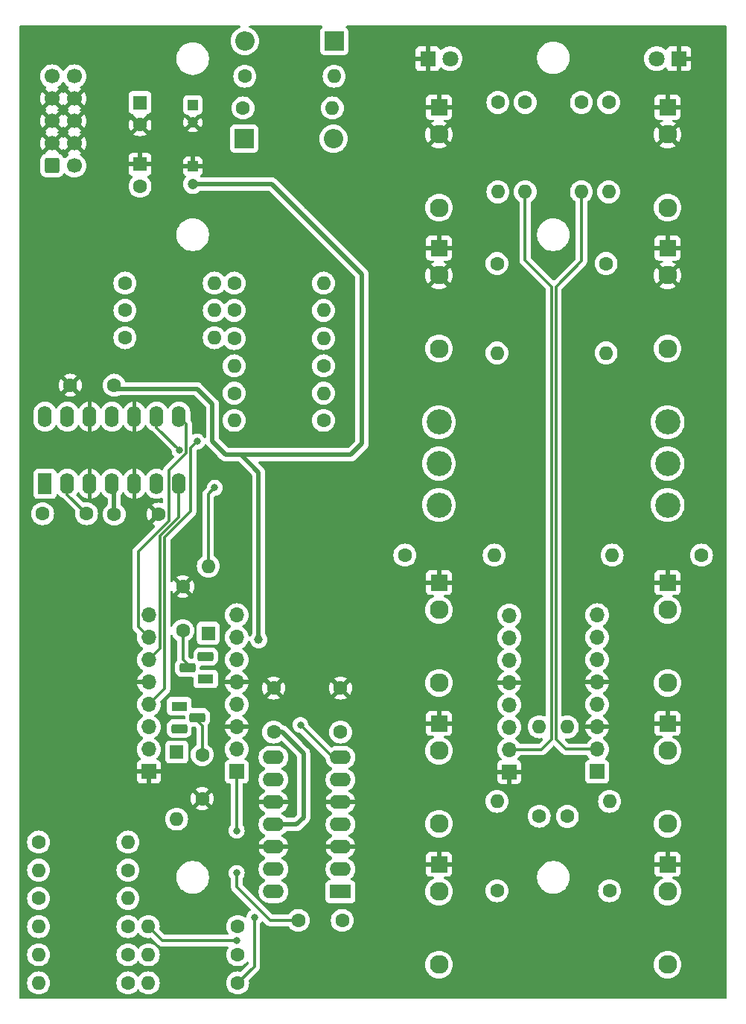
<source format=gbl>
G04 #@! TF.GenerationSoftware,KiCad,Pcbnew,8.0.2-1*
G04 #@! TF.CreationDate,2024-06-17T10:28:58+02:00*
G04 #@! TF.ProjectId,active-mult,61637469-7665-42d6-9d75-6c742e6b6963,rev?*
G04 #@! TF.SameCoordinates,Original*
G04 #@! TF.FileFunction,Copper,L2,Bot*
G04 #@! TF.FilePolarity,Positive*
%FSLAX46Y46*%
G04 Gerber Fmt 4.6, Leading zero omitted, Abs format (unit mm)*
G04 Created by KiCad (PCBNEW 8.0.2-1) date 2024-06-17 10:28:58*
%MOMM*%
%LPD*%
G01*
G04 APERTURE LIST*
G04 Aperture macros list*
%AMRoundRect*
0 Rectangle with rounded corners*
0 $1 Rounding radius*
0 $2 $3 $4 $5 $6 $7 $8 $9 X,Y pos of 4 corners*
0 Add a 4 corners polygon primitive as box body*
4,1,4,$2,$3,$4,$5,$6,$7,$8,$9,$2,$3,0*
0 Add four circle primitives for the rounded corners*
1,1,$1+$1,$2,$3*
1,1,$1+$1,$4,$5*
1,1,$1+$1,$6,$7*
1,1,$1+$1,$8,$9*
0 Add four rect primitives between the rounded corners*
20,1,$1+$1,$2,$3,$4,$5,0*
20,1,$1+$1,$4,$5,$6,$7,0*
20,1,$1+$1,$6,$7,$8,$9,0*
20,1,$1+$1,$8,$9,$2,$3,0*%
G04 Aperture macros list end*
G04 #@! TA.AperFunction,ComponentPad*
%ADD10C,2.850000*%
G04 #@! TD*
G04 #@! TA.AperFunction,ComponentPad*
%ADD11C,1.600000*%
G04 #@! TD*
G04 #@! TA.AperFunction,ComponentPad*
%ADD12O,1.600000X1.600000*%
G04 #@! TD*
G04 #@! TA.AperFunction,ComponentPad*
%ADD13R,1.930000X1.830000*%
G04 #@! TD*
G04 #@! TA.AperFunction,ComponentPad*
%ADD14C,2.130000*%
G04 #@! TD*
G04 #@! TA.AperFunction,ComponentPad*
%ADD15R,1.700000X1.700000*%
G04 #@! TD*
G04 #@! TA.AperFunction,ComponentPad*
%ADD16O,1.700000X1.700000*%
G04 #@! TD*
G04 #@! TA.AperFunction,ComponentPad*
%ADD17R,2.200000X2.200000*%
G04 #@! TD*
G04 #@! TA.AperFunction,ComponentPad*
%ADD18O,2.200000X2.200000*%
G04 #@! TD*
G04 #@! TA.AperFunction,ComponentPad*
%ADD19R,1.600000X2.400000*%
G04 #@! TD*
G04 #@! TA.AperFunction,ComponentPad*
%ADD20O,1.600000X2.400000*%
G04 #@! TD*
G04 #@! TA.AperFunction,ComponentPad*
%ADD21R,2.400000X1.600000*%
G04 #@! TD*
G04 #@! TA.AperFunction,ComponentPad*
%ADD22O,2.400000X1.600000*%
G04 #@! TD*
G04 #@! TA.AperFunction,ComponentPad*
%ADD23R,1.600000X1.600000*%
G04 #@! TD*
G04 #@! TA.AperFunction,ComponentPad*
%ADD24R,1.800000X1.800000*%
G04 #@! TD*
G04 #@! TA.AperFunction,ComponentPad*
%ADD25C,1.800000*%
G04 #@! TD*
G04 #@! TA.AperFunction,ComponentPad*
%ADD26R,1.800000X1.100000*%
G04 #@! TD*
G04 #@! TA.AperFunction,ComponentPad*
%ADD27RoundRect,0.275000X0.625000X-0.275000X0.625000X0.275000X-0.625000X0.275000X-0.625000X-0.275000X0*%
G04 #@! TD*
G04 #@! TA.AperFunction,ComponentPad*
%ADD28RoundRect,0.275000X-0.625000X0.275000X-0.625000X-0.275000X0.625000X-0.275000X0.625000X0.275000X0*%
G04 #@! TD*
G04 #@! TA.AperFunction,ComponentPad*
%ADD29R,1.200000X1.200000*%
G04 #@! TD*
G04 #@! TA.AperFunction,ComponentPad*
%ADD30C,1.200000*%
G04 #@! TD*
G04 #@! TA.AperFunction,ComponentPad*
%ADD31RoundRect,0.250000X-0.600000X-0.600000X0.600000X-0.600000X0.600000X0.600000X-0.600000X0.600000X0*%
G04 #@! TD*
G04 #@! TA.AperFunction,ComponentPad*
%ADD32C,1.700000*%
G04 #@! TD*
G04 #@! TA.AperFunction,ViaPad*
%ADD33C,1.000000*%
G04 #@! TD*
G04 #@! TA.AperFunction,ViaPad*
%ADD34C,0.800000*%
G04 #@! TD*
G04 #@! TA.AperFunction,Conductor*
%ADD35C,0.300000*%
G04 #@! TD*
G04 #@! TA.AperFunction,Conductor*
%ADD36C,0.500000*%
G04 #@! TD*
G04 APERTURE END LIST*
D10*
X98000000Y-104700000D03*
X98000000Y-100000000D03*
X98000000Y-95300000D03*
D11*
X104700000Y-58970000D03*
D12*
X104700000Y-69130000D03*
D13*
X124000000Y-145520000D03*
D14*
X124000000Y-156920000D03*
X124000000Y-148620000D03*
D11*
X74720000Y-85800000D03*
D12*
X84880000Y-85800000D03*
D11*
X114200000Y-58970000D03*
D12*
X114200000Y-69130000D03*
D15*
X75000000Y-135000000D03*
D16*
X75000000Y-132460000D03*
X75000000Y-129920000D03*
X75000000Y-127380000D03*
X75000000Y-124840000D03*
X75000000Y-122300000D03*
X75000000Y-119760000D03*
X75000000Y-117220000D03*
D11*
X56075000Y-91100000D03*
X61075000Y-91100000D03*
X82000000Y-151900000D03*
X87000000Y-151900000D03*
D14*
X98000000Y-62620000D03*
X98000000Y-70920000D03*
D13*
X98000000Y-59520000D03*
D11*
X84880000Y-88900000D03*
D12*
X74720000Y-88900000D03*
D11*
X75920000Y-56000000D03*
D12*
X86080000Y-56000000D03*
D11*
X62630000Y-155800000D03*
D12*
X52470000Y-155800000D03*
D11*
X57925000Y-105700000D03*
X52925000Y-105700000D03*
X52470000Y-149400000D03*
D12*
X62630000Y-149400000D03*
D11*
X75110000Y-152600000D03*
D12*
X64950000Y-152600000D03*
D11*
X104600000Y-77270000D03*
D12*
X104600000Y-87430000D03*
D10*
X124000000Y-104700000D03*
X124000000Y-100000000D03*
X124000000Y-95300000D03*
D11*
X74720000Y-82600000D03*
D12*
X84880000Y-82600000D03*
D13*
X124000000Y-113520000D03*
D14*
X124000000Y-124920000D03*
X124000000Y-116620000D03*
D11*
X75110000Y-159000000D03*
D12*
X64950000Y-159000000D03*
D17*
X86080000Y-52000000D03*
D18*
X75920000Y-52000000D03*
D11*
X79200000Y-125500000D03*
X79200000Y-130500000D03*
X62290000Y-82600000D03*
D12*
X72450000Y-82600000D03*
D11*
X84880000Y-95100000D03*
D12*
X74720000Y-95100000D03*
D11*
X62630000Y-146200000D03*
D12*
X52470000Y-146200000D03*
D11*
X62290000Y-85700000D03*
D12*
X72450000Y-85700000D03*
D11*
X62630000Y-159000000D03*
D12*
X52470000Y-159000000D03*
D11*
X62630000Y-152600000D03*
D12*
X52470000Y-152600000D03*
D11*
X52470000Y-143000000D03*
D12*
X62630000Y-143000000D03*
D11*
X117000000Y-77270000D03*
D12*
X117000000Y-87430000D03*
D11*
X107800000Y-58970000D03*
D12*
X107800000Y-69130000D03*
D19*
X53200000Y-102300000D03*
D20*
X55740000Y-102300000D03*
X58280000Y-102300000D03*
X60820000Y-102300000D03*
X63360000Y-102300000D03*
X65900000Y-102300000D03*
X68440000Y-102300000D03*
X68440000Y-94680000D03*
X65900000Y-94680000D03*
X63360000Y-94680000D03*
X60820000Y-94680000D03*
X58280000Y-94680000D03*
X55740000Y-94680000D03*
X53200000Y-94680000D03*
D11*
X62290000Y-79500000D03*
D12*
X72450000Y-79500000D03*
D13*
X98000000Y-129520000D03*
D14*
X98000000Y-140920000D03*
X98000000Y-132620000D03*
D11*
X71070000Y-138070000D03*
X71070000Y-133070000D03*
D13*
X124000000Y-59520000D03*
D14*
X124000000Y-70920000D03*
X124000000Y-62620000D03*
D21*
X86800000Y-148625000D03*
D22*
X86800000Y-146085000D03*
X86800000Y-143545000D03*
X86800000Y-141005000D03*
X86800000Y-138465000D03*
X86800000Y-135925000D03*
X86800000Y-133385000D03*
X79180000Y-133385000D03*
X79180000Y-135925000D03*
X79180000Y-138465000D03*
X79180000Y-141005000D03*
X79180000Y-143545000D03*
X79180000Y-146085000D03*
X79180000Y-148625000D03*
D17*
X75840000Y-63100000D03*
D18*
X86000000Y-63100000D03*
D23*
X68170000Y-132770000D03*
D12*
X68170000Y-140390000D03*
D13*
X98000000Y-113520000D03*
D14*
X98000000Y-124920000D03*
X98000000Y-116620000D03*
D13*
X124000000Y-129520000D03*
D14*
X124000000Y-140920000D03*
X124000000Y-132620000D03*
D11*
X74720000Y-92000000D03*
D12*
X84880000Y-92000000D03*
D24*
X125270000Y-54000000D03*
D25*
X122730000Y-54000000D03*
D13*
X124000000Y-75520000D03*
D14*
X124000000Y-86920000D03*
X124000000Y-78620000D03*
D11*
X86800000Y-130500000D03*
X86800000Y-125500000D03*
X68870000Y-113970000D03*
X68870000Y-118970000D03*
D26*
X71470000Y-124470000D03*
D27*
X69400000Y-123200000D03*
X71470000Y-121930000D03*
D13*
X98000000Y-75520000D03*
D14*
X98000000Y-86920000D03*
X98000000Y-78620000D03*
D11*
X74720000Y-79500000D03*
D12*
X84880000Y-79500000D03*
D26*
X68470000Y-127570000D03*
D28*
X70540000Y-128840000D03*
X68470000Y-130110000D03*
D11*
X94120000Y-110400000D03*
D12*
X104280000Y-110400000D03*
D11*
X75720000Y-59600000D03*
D12*
X85880000Y-59600000D03*
D23*
X71770000Y-119270000D03*
D12*
X71770000Y-111650000D03*
D13*
X98000000Y-145520000D03*
D14*
X98000000Y-156920000D03*
X98000000Y-148620000D03*
D15*
X65000000Y-135000000D03*
D16*
X65000000Y-132460000D03*
X65000000Y-129920000D03*
X65000000Y-127380000D03*
X65000000Y-124840000D03*
X65000000Y-122300000D03*
X65000000Y-119760000D03*
X65000000Y-117220000D03*
D11*
X127860000Y-110400000D03*
D12*
X117700000Y-110400000D03*
D11*
X61075000Y-105750000D03*
X66075000Y-105750000D03*
X117300000Y-58970000D03*
D12*
X117300000Y-69130000D03*
D11*
X75110000Y-155800000D03*
D12*
X64950000Y-155800000D03*
D24*
X96730000Y-54000000D03*
D25*
X99270000Y-54000000D03*
D29*
X70000000Y-59250000D03*
D30*
X70000000Y-61250000D03*
D31*
X54000000Y-66160000D03*
D32*
X56540000Y-66160000D03*
X54000000Y-63620000D03*
X56540000Y-63620000D03*
X54000000Y-61080000D03*
X56540000Y-61080000D03*
X54000000Y-58540000D03*
X56540000Y-58540000D03*
X54000000Y-56000000D03*
X56540000Y-56000000D03*
D15*
X116000000Y-135000000D03*
D16*
X116000000Y-132460000D03*
X116000000Y-129920000D03*
X116000000Y-127380000D03*
X116000000Y-124840000D03*
X116000000Y-122300000D03*
X116000000Y-119760000D03*
X116000000Y-117220000D03*
D23*
X64000000Y-66000000D03*
D11*
X64000000Y-68500000D03*
D29*
X70000000Y-66250000D03*
D30*
X70000000Y-68250000D03*
D15*
X106000000Y-135030000D03*
D16*
X106000000Y-132490000D03*
X106000000Y-129950000D03*
X106000000Y-127410000D03*
X106000000Y-124870000D03*
X106000000Y-122330000D03*
X106000000Y-119790000D03*
X106000000Y-117250000D03*
D23*
X64000000Y-59000000D03*
D11*
X64000000Y-61500000D03*
D12*
X117400000Y-138370000D03*
D11*
X117400000Y-148530000D03*
D12*
X109400000Y-129900000D03*
D11*
X109400000Y-140060000D03*
D12*
X112600000Y-129920000D03*
D11*
X112600000Y-140080000D03*
D12*
X104600000Y-138370000D03*
D11*
X104600000Y-148530000D03*
D33*
X77500000Y-120000000D03*
D34*
X72500000Y-102750000D03*
X68500000Y-98500000D03*
X75000000Y-154200000D03*
X75000000Y-146500000D03*
X75000000Y-141700000D03*
X77000000Y-151600000D03*
X82250000Y-129700000D03*
X70500000Y-97500000D03*
D35*
X116000000Y-132460000D02*
X112460000Y-132460000D01*
X112460000Y-132460000D02*
X111300000Y-131300000D01*
X111300000Y-131300000D02*
X111300000Y-79900000D01*
X111300000Y-79900000D02*
X114200000Y-77000000D01*
X114200000Y-77000000D02*
X114200000Y-69130000D01*
X107800000Y-69130000D02*
X107800000Y-76900000D01*
X110800000Y-131300000D02*
X109610000Y-132490000D01*
X107800000Y-76900000D02*
X110800000Y-79900000D01*
X110800000Y-79900000D02*
X110800000Y-131300000D01*
X109610000Y-132490000D02*
X106000000Y-132490000D01*
D36*
X61075000Y-105750000D02*
X61075000Y-102555000D01*
X61075000Y-102555000D02*
X60820000Y-102300000D01*
X77500000Y-120000000D02*
X77500000Y-101000000D01*
X79180000Y-141005000D02*
X81795000Y-141005000D01*
X82600000Y-132900000D02*
X80200000Y-130500000D01*
X88000000Y-99000000D02*
X89250000Y-97750000D01*
X77500000Y-101000000D02*
X75500000Y-99000000D01*
X75500000Y-99000000D02*
X88000000Y-99000000D01*
X82600000Y-140200000D02*
X82600000Y-132900000D01*
X81795000Y-141005000D02*
X82600000Y-140200000D01*
X89250000Y-78500000D02*
X79000000Y-68250000D01*
X72250000Y-93250000D02*
X70500000Y-91500000D01*
X73750000Y-99000000D02*
X72250000Y-97500000D01*
X89250000Y-97750000D02*
X89250000Y-78500000D01*
X79000000Y-68250000D02*
X70000000Y-68250000D01*
X70500000Y-91500000D02*
X61475000Y-91500000D01*
X80200000Y-130500000D02*
X79200000Y-130500000D01*
X61475000Y-91500000D02*
X61075000Y-91100000D01*
X72250000Y-97500000D02*
X72250000Y-93250000D01*
X75500000Y-99000000D02*
X73750000Y-99000000D01*
D35*
X55740000Y-103515000D02*
X57925000Y-105700000D01*
X55740000Y-102300000D02*
X55740000Y-103515000D01*
X70140000Y-128840000D02*
X71070000Y-129770000D01*
X71070000Y-129770000D02*
X71070000Y-133070000D01*
X71770000Y-103480000D02*
X71770000Y-111650000D01*
X72500000Y-102750000D02*
X71770000Y-103480000D01*
X68440000Y-106060000D02*
X66300000Y-108200000D01*
X66300000Y-121000000D02*
X65000000Y-122300000D01*
X68440000Y-102300000D02*
X68440000Y-106060000D01*
X66300000Y-108200000D02*
X66300000Y-121000000D01*
X63800000Y-109992894D02*
X67271447Y-106521447D01*
X65000000Y-119760000D02*
X63800000Y-118560000D01*
X69250000Y-95490000D02*
X68440000Y-94680000D01*
X67271447Y-106521447D02*
X67271447Y-100789214D01*
X67271447Y-100789214D02*
X69250000Y-98810661D01*
X63800000Y-118560000D02*
X63800000Y-109992894D01*
X69250000Y-98810661D02*
X69250000Y-95490000D01*
X68500000Y-98500000D02*
X65900000Y-95900000D01*
X65900000Y-95900000D02*
X65900000Y-94680000D01*
X66550000Y-154200000D02*
X64950000Y-152600000D01*
X75000000Y-154200000D02*
X66550000Y-154200000D01*
X69800000Y-123200000D02*
X68870000Y-122270000D01*
X68870000Y-122270000D02*
X68870000Y-118970000D01*
X75000000Y-135000000D02*
X75000000Y-141700000D01*
X75000000Y-146500000D02*
X75000000Y-148100000D01*
X78800000Y-151900000D02*
X82000000Y-151900000D01*
X75000000Y-148100000D02*
X78800000Y-151900000D01*
X77000000Y-151600000D02*
X77000000Y-157110000D01*
X77000000Y-157110000D02*
X75110000Y-159000000D01*
X82250000Y-129700000D02*
X85935000Y-133385000D01*
X85935000Y-133385000D02*
X86800000Y-133385000D01*
X66800000Y-108407106D02*
X66800000Y-125580000D01*
X69750000Y-105457106D02*
X66800000Y-108407106D01*
X66800000Y-125580000D02*
X65000000Y-127380000D01*
X70500000Y-97500000D02*
X69750000Y-98250000D01*
X69750000Y-98250000D02*
X69750000Y-105457106D01*
G04 #@! TA.AperFunction,Conductor*
G36*
X56074075Y-63812993D02*
G01*
X56139901Y-63927007D01*
X56232993Y-64020099D01*
X56347007Y-64085925D01*
X56410590Y-64102962D01*
X55778625Y-64734925D01*
X55854594Y-64788119D01*
X55898219Y-64842696D01*
X55905413Y-64912194D01*
X55873890Y-64974549D01*
X55854595Y-64991269D01*
X55668594Y-65121508D01*
X55501503Y-65288599D01*
X55500349Y-65289975D01*
X55499688Y-65290414D01*
X55497676Y-65292427D01*
X55497271Y-65292022D01*
X55442173Y-65328671D01*
X55372312Y-65329772D01*
X55312946Y-65292928D01*
X55287663Y-65249265D01*
X55284814Y-65240666D01*
X55192712Y-65091344D01*
X55068656Y-64967288D01*
X54919334Y-64875186D01*
X54846966Y-64851205D01*
X54789522Y-64811433D01*
X54762699Y-64746917D01*
X54762585Y-64736137D01*
X54129409Y-64102962D01*
X54192993Y-64085925D01*
X54307007Y-64020099D01*
X54400099Y-63927007D01*
X54465925Y-63812993D01*
X54482962Y-63749410D01*
X55114925Y-64381373D01*
X55168425Y-64304968D01*
X55223002Y-64261344D01*
X55292501Y-64254151D01*
X55354855Y-64285673D01*
X55371576Y-64304969D01*
X55425073Y-64381372D01*
X56057037Y-63749409D01*
X56074075Y-63812993D01*
G37*
G04 #@! TD.AperFunction*
G04 #@! TA.AperFunction,Conductor*
G36*
X56074075Y-61272993D02*
G01*
X56139901Y-61387007D01*
X56232993Y-61480099D01*
X56347007Y-61545925D01*
X56410590Y-61562962D01*
X55778625Y-62194925D01*
X55855031Y-62248425D01*
X55898655Y-62303002D01*
X55905848Y-62372501D01*
X55874326Y-62434855D01*
X55855029Y-62451576D01*
X55778625Y-62505072D01*
X56410590Y-63137037D01*
X56347007Y-63154075D01*
X56232993Y-63219901D01*
X56139901Y-63312993D01*
X56074075Y-63427007D01*
X56057037Y-63490590D01*
X55425072Y-62858625D01*
X55425072Y-62858626D01*
X55371574Y-62935030D01*
X55316998Y-62978655D01*
X55247499Y-62985849D01*
X55185144Y-62954326D01*
X55168424Y-62935030D01*
X55114925Y-62858626D01*
X55114925Y-62858625D01*
X54482962Y-63490589D01*
X54465925Y-63427007D01*
X54400099Y-63312993D01*
X54307007Y-63219901D01*
X54192993Y-63154075D01*
X54129410Y-63137037D01*
X54761373Y-62505073D01*
X54684969Y-62451576D01*
X54641344Y-62396999D01*
X54634150Y-62327501D01*
X54665672Y-62265146D01*
X54684968Y-62248425D01*
X54761373Y-62194925D01*
X54129409Y-61562962D01*
X54192993Y-61545925D01*
X54307007Y-61480099D01*
X54400099Y-61387007D01*
X54465925Y-61272993D01*
X54482962Y-61209410D01*
X55114925Y-61841373D01*
X55168425Y-61764968D01*
X55223002Y-61721344D01*
X55292501Y-61714151D01*
X55354855Y-61745673D01*
X55371576Y-61764969D01*
X55425073Y-61841372D01*
X56057037Y-61209409D01*
X56074075Y-61272993D01*
G37*
G04 #@! TD.AperFunction*
G04 #@! TA.AperFunction,Conductor*
G36*
X56074075Y-58732993D02*
G01*
X56139901Y-58847007D01*
X56232993Y-58940099D01*
X56347007Y-59005925D01*
X56410590Y-59022962D01*
X55778625Y-59654925D01*
X55855031Y-59708425D01*
X55898655Y-59763002D01*
X55905848Y-59832501D01*
X55874326Y-59894855D01*
X55855029Y-59911576D01*
X55778625Y-59965072D01*
X56410590Y-60597037D01*
X56347007Y-60614075D01*
X56232993Y-60679901D01*
X56139901Y-60772993D01*
X56074075Y-60887007D01*
X56057037Y-60950590D01*
X55425072Y-60318625D01*
X55425072Y-60318626D01*
X55371574Y-60395030D01*
X55316998Y-60438655D01*
X55247499Y-60445849D01*
X55185144Y-60414326D01*
X55168424Y-60395030D01*
X55114925Y-60318626D01*
X55114925Y-60318625D01*
X54482962Y-60950589D01*
X54465925Y-60887007D01*
X54400099Y-60772993D01*
X54307007Y-60679901D01*
X54192993Y-60614075D01*
X54129410Y-60597037D01*
X54761373Y-59965073D01*
X54684969Y-59911576D01*
X54641344Y-59856999D01*
X54634150Y-59787501D01*
X54665672Y-59725146D01*
X54684968Y-59708425D01*
X54761373Y-59654925D01*
X54129409Y-59022962D01*
X54192993Y-59005925D01*
X54307007Y-58940099D01*
X54400099Y-58847007D01*
X54465925Y-58732993D01*
X54482962Y-58669410D01*
X55114925Y-59301373D01*
X55168425Y-59224968D01*
X55223002Y-59181344D01*
X55292501Y-59174151D01*
X55354855Y-59205673D01*
X55371576Y-59224969D01*
X55425073Y-59301372D01*
X56057037Y-58669409D01*
X56074075Y-58732993D01*
G37*
G04 #@! TD.AperFunction*
G04 #@! TA.AperFunction,Conductor*
G36*
X55354855Y-56666546D02*
G01*
X55371575Y-56685842D01*
X55501500Y-56871395D01*
X55501505Y-56871401D01*
X55668599Y-57038495D01*
X55800093Y-57130568D01*
X55854594Y-57168730D01*
X55898218Y-57223307D01*
X55905411Y-57292806D01*
X55873889Y-57355160D01*
X55854593Y-57371880D01*
X55778626Y-57425072D01*
X55778625Y-57425072D01*
X56410590Y-58057037D01*
X56347007Y-58074075D01*
X56232993Y-58139901D01*
X56139901Y-58232993D01*
X56074075Y-58347007D01*
X56057037Y-58410590D01*
X55425072Y-57778625D01*
X55425072Y-57778626D01*
X55371574Y-57855030D01*
X55316998Y-57898655D01*
X55247499Y-57905849D01*
X55185144Y-57874326D01*
X55168424Y-57855030D01*
X55114925Y-57778626D01*
X55114925Y-57778625D01*
X54482962Y-58410589D01*
X54465925Y-58347007D01*
X54400099Y-58232993D01*
X54307007Y-58139901D01*
X54192993Y-58074075D01*
X54129410Y-58057037D01*
X54761373Y-57425073D01*
X54761373Y-57425072D01*
X54685405Y-57371880D01*
X54641780Y-57317304D01*
X54634586Y-57247805D01*
X54666108Y-57185451D01*
X54685399Y-57168734D01*
X54871401Y-57038495D01*
X55038495Y-56871401D01*
X55168425Y-56685842D01*
X55223002Y-56642217D01*
X55292500Y-56635023D01*
X55354855Y-56666546D01*
G37*
G04 #@! TD.AperFunction*
G04 #@! TA.AperFunction,Conductor*
G36*
X75405006Y-50270185D02*
G01*
X75450761Y-50322989D01*
X75460705Y-50392147D01*
X75431680Y-50455703D01*
X75385420Y-50489061D01*
X75191140Y-50569533D01*
X74976346Y-50701160D01*
X74976343Y-50701161D01*
X74784776Y-50864776D01*
X74621161Y-51056343D01*
X74621160Y-51056346D01*
X74489533Y-51271140D01*
X74393126Y-51503889D01*
X74334317Y-51748848D01*
X74314551Y-52000000D01*
X74334317Y-52251151D01*
X74393126Y-52496110D01*
X74489533Y-52728859D01*
X74621160Y-52943653D01*
X74621161Y-52943656D01*
X74648420Y-52975572D01*
X74784776Y-53135224D01*
X74933066Y-53261875D01*
X74976343Y-53298838D01*
X74976346Y-53298839D01*
X75191140Y-53430466D01*
X75423889Y-53526873D01*
X75668852Y-53585683D01*
X75920000Y-53605449D01*
X76171148Y-53585683D01*
X76416111Y-53526873D01*
X76648859Y-53430466D01*
X76863659Y-53298836D01*
X77055224Y-53135224D01*
X77218836Y-52943659D01*
X77350466Y-52728859D01*
X77446873Y-52496111D01*
X77505683Y-52251148D01*
X77525449Y-52000000D01*
X77505683Y-51748852D01*
X77446873Y-51503889D01*
X77350466Y-51271141D01*
X77350466Y-51271140D01*
X77218839Y-51056346D01*
X77218838Y-51056343D01*
X77181875Y-51013066D01*
X77055224Y-50864776D01*
X76928571Y-50756604D01*
X76863656Y-50701161D01*
X76863653Y-50701160D01*
X76648859Y-50569533D01*
X76454580Y-50489061D01*
X76400177Y-50445220D01*
X76378112Y-50378926D01*
X76395391Y-50311227D01*
X76446528Y-50263616D01*
X76502033Y-50250500D01*
X84639897Y-50250500D01*
X84706936Y-50270185D01*
X84752691Y-50322989D01*
X84762635Y-50392147D01*
X84733610Y-50455703D01*
X84714208Y-50473766D01*
X84622455Y-50542452D01*
X84622452Y-50542455D01*
X84536206Y-50657664D01*
X84536202Y-50657671D01*
X84485908Y-50792517D01*
X84479501Y-50852116D01*
X84479501Y-50852123D01*
X84479500Y-50852135D01*
X84479500Y-53147870D01*
X84479501Y-53147876D01*
X84485908Y-53207483D01*
X84536202Y-53342328D01*
X84536206Y-53342335D01*
X84622452Y-53457544D01*
X84622455Y-53457547D01*
X84737664Y-53543793D01*
X84737671Y-53543797D01*
X84872517Y-53594091D01*
X84872516Y-53594091D01*
X84879444Y-53594835D01*
X84932127Y-53600500D01*
X87227872Y-53600499D01*
X87287483Y-53594091D01*
X87422331Y-53543796D01*
X87537546Y-53457546D01*
X87623796Y-53342331D01*
X87674091Y-53207483D01*
X87680500Y-53147873D01*
X87680500Y-53052155D01*
X95330000Y-53052155D01*
X95330000Y-53750000D01*
X96354722Y-53750000D01*
X96310667Y-53826306D01*
X96280000Y-53940756D01*
X96280000Y-54059244D01*
X96310667Y-54173694D01*
X96354722Y-54250000D01*
X95330000Y-54250000D01*
X95330000Y-54947844D01*
X95336401Y-55007372D01*
X95336403Y-55007379D01*
X95386645Y-55142086D01*
X95386649Y-55142093D01*
X95472809Y-55257187D01*
X95472812Y-55257190D01*
X95587906Y-55343350D01*
X95587913Y-55343354D01*
X95722620Y-55393596D01*
X95722627Y-55393598D01*
X95782155Y-55399999D01*
X95782172Y-55400000D01*
X96480000Y-55400000D01*
X96480000Y-54375277D01*
X96556306Y-54419333D01*
X96670756Y-54450000D01*
X96789244Y-54450000D01*
X96903694Y-54419333D01*
X96980000Y-54375277D01*
X96980000Y-55400000D01*
X97677828Y-55400000D01*
X97677844Y-55399999D01*
X97737372Y-55393598D01*
X97737379Y-55393596D01*
X97872086Y-55343354D01*
X97872093Y-55343350D01*
X97987187Y-55257190D01*
X97987190Y-55257187D01*
X98073350Y-55142093D01*
X98073355Y-55142084D01*
X98102075Y-55065081D01*
X98143945Y-55009147D01*
X98209409Y-54984729D01*
X98277682Y-54999580D01*
X98309484Y-55024428D01*
X98318216Y-55033913D01*
X98318219Y-55033915D01*
X98318222Y-55033918D01*
X98501365Y-55176464D01*
X98501371Y-55176468D01*
X98501374Y-55176470D01*
X98705497Y-55286936D01*
X98784792Y-55314158D01*
X98925015Y-55362297D01*
X98925017Y-55362297D01*
X98925019Y-55362298D01*
X99153951Y-55400500D01*
X99153952Y-55400500D01*
X99386048Y-55400500D01*
X99386049Y-55400500D01*
X99614981Y-55362298D01*
X99834503Y-55286936D01*
X100038626Y-55176470D01*
X100058685Y-55160858D01*
X100181740Y-55065080D01*
X100221784Y-55033913D01*
X100378979Y-54863153D01*
X100505924Y-54668849D01*
X100599157Y-54456300D01*
X100656134Y-54231305D01*
X100670391Y-54059244D01*
X100675300Y-54000006D01*
X100675300Y-53999993D01*
X100656964Y-53778711D01*
X109149500Y-53778711D01*
X109149500Y-54021288D01*
X109181161Y-54261785D01*
X109243947Y-54496104D01*
X109336773Y-54720205D01*
X109336776Y-54720212D01*
X109458064Y-54930289D01*
X109458066Y-54930292D01*
X109458067Y-54930293D01*
X109605733Y-55122736D01*
X109605739Y-55122743D01*
X109777256Y-55294260D01*
X109777263Y-55294266D01*
X109869416Y-55364977D01*
X109969711Y-55441936D01*
X110179788Y-55563224D01*
X110403900Y-55656054D01*
X110638211Y-55718838D01*
X110818586Y-55742584D01*
X110878711Y-55750500D01*
X110878712Y-55750500D01*
X111121289Y-55750500D01*
X111169388Y-55744167D01*
X111361789Y-55718838D01*
X111596100Y-55656054D01*
X111820212Y-55563224D01*
X112030289Y-55441936D01*
X112222738Y-55294265D01*
X112394265Y-55122738D01*
X112541936Y-54930289D01*
X112663224Y-54720212D01*
X112756054Y-54496100D01*
X112818838Y-54261789D01*
X112850500Y-54021288D01*
X112850500Y-53999993D01*
X121324700Y-53999993D01*
X121324700Y-54000006D01*
X121343864Y-54231297D01*
X121343866Y-54231308D01*
X121400842Y-54456300D01*
X121494075Y-54668848D01*
X121621016Y-54863147D01*
X121621019Y-54863151D01*
X121621021Y-54863153D01*
X121778216Y-55033913D01*
X121778219Y-55033915D01*
X121778222Y-55033918D01*
X121961365Y-55176464D01*
X121961371Y-55176468D01*
X121961374Y-55176470D01*
X122165497Y-55286936D01*
X122244792Y-55314158D01*
X122385015Y-55362297D01*
X122385017Y-55362297D01*
X122385019Y-55362298D01*
X122613951Y-55400500D01*
X122613952Y-55400500D01*
X122846048Y-55400500D01*
X122846049Y-55400500D01*
X123074981Y-55362298D01*
X123294503Y-55286936D01*
X123498626Y-55176470D01*
X123518685Y-55160858D01*
X123641740Y-55065080D01*
X123681784Y-55033913D01*
X123690511Y-55024432D01*
X123750394Y-54988441D01*
X123820232Y-54990538D01*
X123877850Y-55030060D01*
X123897924Y-55065080D01*
X123926645Y-55142086D01*
X123926649Y-55142093D01*
X124012809Y-55257187D01*
X124012812Y-55257190D01*
X124127906Y-55343350D01*
X124127913Y-55343354D01*
X124262620Y-55393596D01*
X124262627Y-55393598D01*
X124322155Y-55399999D01*
X124322172Y-55400000D01*
X125020000Y-55400000D01*
X125020000Y-54375277D01*
X125096306Y-54419333D01*
X125210756Y-54450000D01*
X125329244Y-54450000D01*
X125443694Y-54419333D01*
X125520000Y-54375277D01*
X125520000Y-55400000D01*
X126217828Y-55400000D01*
X126217844Y-55399999D01*
X126277372Y-55393598D01*
X126277379Y-55393596D01*
X126412086Y-55343354D01*
X126412093Y-55343350D01*
X126527187Y-55257190D01*
X126527190Y-55257187D01*
X126613350Y-55142093D01*
X126613354Y-55142086D01*
X126663596Y-55007379D01*
X126663598Y-55007372D01*
X126669999Y-54947844D01*
X126670000Y-54947827D01*
X126670000Y-54250000D01*
X125645278Y-54250000D01*
X125689333Y-54173694D01*
X125720000Y-54059244D01*
X125720000Y-53940756D01*
X125689333Y-53826306D01*
X125645278Y-53750000D01*
X126670000Y-53750000D01*
X126670000Y-53052172D01*
X126669999Y-53052155D01*
X126663598Y-52992627D01*
X126663596Y-52992620D01*
X126613354Y-52857913D01*
X126613350Y-52857906D01*
X126527190Y-52742812D01*
X126527187Y-52742809D01*
X126412093Y-52656649D01*
X126412086Y-52656645D01*
X126277379Y-52606403D01*
X126277372Y-52606401D01*
X126217844Y-52600000D01*
X125520000Y-52600000D01*
X125520000Y-53624722D01*
X125443694Y-53580667D01*
X125329244Y-53550000D01*
X125210756Y-53550000D01*
X125096306Y-53580667D01*
X125020000Y-53624722D01*
X125020000Y-52600000D01*
X124322155Y-52600000D01*
X124262627Y-52606401D01*
X124262620Y-52606403D01*
X124127913Y-52656645D01*
X124127906Y-52656649D01*
X124012812Y-52742809D01*
X124012809Y-52742812D01*
X123926649Y-52857906D01*
X123926646Y-52857911D01*
X123897924Y-52934920D01*
X123856052Y-52990853D01*
X123790588Y-53015270D01*
X123722315Y-53000418D01*
X123690514Y-52975571D01*
X123681784Y-52966087D01*
X123681779Y-52966083D01*
X123681777Y-52966081D01*
X123498634Y-52823535D01*
X123498628Y-52823531D01*
X123294504Y-52713064D01*
X123294495Y-52713061D01*
X123074984Y-52637702D01*
X122883401Y-52605733D01*
X122846049Y-52599500D01*
X122613951Y-52599500D01*
X122576599Y-52605733D01*
X122385015Y-52637702D01*
X122165504Y-52713061D01*
X122165495Y-52713064D01*
X121961371Y-52823531D01*
X121961365Y-52823535D01*
X121778222Y-52966081D01*
X121778219Y-52966084D01*
X121778216Y-52966086D01*
X121778216Y-52966087D01*
X121753791Y-52992620D01*
X121621016Y-53136852D01*
X121494075Y-53331151D01*
X121400842Y-53543699D01*
X121343866Y-53768691D01*
X121343864Y-53768702D01*
X121324700Y-53999993D01*
X112850500Y-53999993D01*
X112850500Y-53778712D01*
X112818838Y-53538211D01*
X112756054Y-53303900D01*
X112663224Y-53079788D01*
X112541936Y-52869711D01*
X112421737Y-52713064D01*
X112394266Y-52677263D01*
X112394260Y-52677256D01*
X112222743Y-52505739D01*
X112222736Y-52505733D01*
X112030293Y-52358067D01*
X112030292Y-52358066D01*
X112030289Y-52358064D01*
X111820212Y-52236776D01*
X111820205Y-52236773D01*
X111596104Y-52143947D01*
X111361785Y-52081161D01*
X111121289Y-52049500D01*
X111121288Y-52049500D01*
X110878712Y-52049500D01*
X110878711Y-52049500D01*
X110638214Y-52081161D01*
X110403895Y-52143947D01*
X110179794Y-52236773D01*
X110179785Y-52236777D01*
X109969706Y-52358067D01*
X109777263Y-52505733D01*
X109777256Y-52505739D01*
X109605739Y-52677256D01*
X109605733Y-52677263D01*
X109458067Y-52869706D01*
X109336777Y-53079785D01*
X109336773Y-53079794D01*
X109243947Y-53303895D01*
X109181161Y-53538214D01*
X109149500Y-53778711D01*
X100656964Y-53778711D01*
X100656135Y-53768702D01*
X100656133Y-53768691D01*
X100599157Y-53543699D01*
X100505924Y-53331151D01*
X100378983Y-53136852D01*
X100378980Y-53136849D01*
X100378979Y-53136847D01*
X100221784Y-52966087D01*
X100221779Y-52966083D01*
X100221777Y-52966081D01*
X100038634Y-52823535D01*
X100038628Y-52823531D01*
X99834504Y-52713064D01*
X99834495Y-52713061D01*
X99614984Y-52637702D01*
X99423401Y-52605733D01*
X99386049Y-52599500D01*
X99153951Y-52599500D01*
X99116599Y-52605733D01*
X98925015Y-52637702D01*
X98705504Y-52713061D01*
X98705495Y-52713064D01*
X98501371Y-52823531D01*
X98501365Y-52823535D01*
X98318222Y-52966081D01*
X98318215Y-52966087D01*
X98309484Y-52975572D01*
X98249595Y-53011561D01*
X98179757Y-53009458D01*
X98122143Y-52969932D01*
X98102075Y-52934918D01*
X98073355Y-52857915D01*
X98073350Y-52857906D01*
X97987190Y-52742812D01*
X97987187Y-52742809D01*
X97872093Y-52656649D01*
X97872086Y-52656645D01*
X97737379Y-52606403D01*
X97737372Y-52606401D01*
X97677844Y-52600000D01*
X96980000Y-52600000D01*
X96980000Y-53624722D01*
X96903694Y-53580667D01*
X96789244Y-53550000D01*
X96670756Y-53550000D01*
X96556306Y-53580667D01*
X96480000Y-53624722D01*
X96480000Y-52600000D01*
X95782155Y-52600000D01*
X95722627Y-52606401D01*
X95722620Y-52606403D01*
X95587913Y-52656645D01*
X95587906Y-52656649D01*
X95472812Y-52742809D01*
X95472809Y-52742812D01*
X95386649Y-52857906D01*
X95386645Y-52857913D01*
X95336403Y-52992620D01*
X95336401Y-52992627D01*
X95330000Y-53052155D01*
X87680500Y-53052155D01*
X87680499Y-50852128D01*
X87674091Y-50792517D01*
X87640017Y-50701161D01*
X87623797Y-50657671D01*
X87623793Y-50657664D01*
X87537547Y-50542455D01*
X87537544Y-50542452D01*
X87445792Y-50473766D01*
X87403921Y-50417832D01*
X87398937Y-50348141D01*
X87432423Y-50286818D01*
X87493746Y-50253334D01*
X87520103Y-50250500D01*
X130625500Y-50250500D01*
X130692539Y-50270185D01*
X130738294Y-50322989D01*
X130749500Y-50374500D01*
X130749500Y-160625500D01*
X130729815Y-160692539D01*
X130677011Y-160738294D01*
X130625500Y-160749500D01*
X50374500Y-160749500D01*
X50307461Y-160729815D01*
X50261706Y-160677011D01*
X50250500Y-160625500D01*
X50250500Y-158999998D01*
X51164532Y-158999998D01*
X51164532Y-159000001D01*
X51184364Y-159226686D01*
X51184366Y-159226697D01*
X51243258Y-159446488D01*
X51243261Y-159446497D01*
X51339431Y-159652732D01*
X51339432Y-159652734D01*
X51469954Y-159839141D01*
X51630858Y-160000045D01*
X51630861Y-160000047D01*
X51817266Y-160130568D01*
X52023504Y-160226739D01*
X52243308Y-160285635D01*
X52405230Y-160299801D01*
X52469998Y-160305468D01*
X52470000Y-160305468D01*
X52470002Y-160305468D01*
X52526673Y-160300509D01*
X52696692Y-160285635D01*
X52916496Y-160226739D01*
X53122734Y-160130568D01*
X53309139Y-160000047D01*
X53470047Y-159839139D01*
X53600568Y-159652734D01*
X53696739Y-159446496D01*
X53755635Y-159226692D01*
X53775468Y-159000000D01*
X53775468Y-158999998D01*
X61324532Y-158999998D01*
X61324532Y-159000001D01*
X61344364Y-159226686D01*
X61344366Y-159226697D01*
X61403258Y-159446488D01*
X61403261Y-159446497D01*
X61499431Y-159652732D01*
X61499432Y-159652734D01*
X61629954Y-159839141D01*
X61790858Y-160000045D01*
X61790861Y-160000047D01*
X61977266Y-160130568D01*
X62183504Y-160226739D01*
X62403308Y-160285635D01*
X62565230Y-160299801D01*
X62629998Y-160305468D01*
X62630000Y-160305468D01*
X62630002Y-160305468D01*
X62686673Y-160300509D01*
X62856692Y-160285635D01*
X63076496Y-160226739D01*
X63282734Y-160130568D01*
X63469139Y-160000047D01*
X63630047Y-159839139D01*
X63688425Y-159755764D01*
X63743001Y-159712140D01*
X63812499Y-159704946D01*
X63874854Y-159736468D01*
X63891571Y-159755760D01*
X63943919Y-159830522D01*
X63949955Y-159839142D01*
X64110858Y-160000045D01*
X64110861Y-160000047D01*
X64297266Y-160130568D01*
X64503504Y-160226739D01*
X64723308Y-160285635D01*
X64885230Y-160299801D01*
X64949998Y-160305468D01*
X64950000Y-160305468D01*
X64950002Y-160305468D01*
X65006673Y-160300509D01*
X65176692Y-160285635D01*
X65396496Y-160226739D01*
X65602734Y-160130568D01*
X65789139Y-160000047D01*
X65950047Y-159839139D01*
X66080568Y-159652734D01*
X66176739Y-159446496D01*
X66235635Y-159226692D01*
X66255468Y-159000000D01*
X66235635Y-158773308D01*
X66176739Y-158553504D01*
X66080568Y-158347266D01*
X65950047Y-158160861D01*
X65950045Y-158160858D01*
X65789141Y-157999954D01*
X65602734Y-157869432D01*
X65602732Y-157869431D01*
X65396497Y-157773261D01*
X65396488Y-157773258D01*
X65176697Y-157714366D01*
X65176693Y-157714365D01*
X65176692Y-157714365D01*
X65176691Y-157714364D01*
X65176686Y-157714364D01*
X64950002Y-157694532D01*
X64949998Y-157694532D01*
X64723313Y-157714364D01*
X64723302Y-157714366D01*
X64503511Y-157773258D01*
X64503502Y-157773261D01*
X64297267Y-157869431D01*
X64297265Y-157869432D01*
X64110858Y-157999954D01*
X63949954Y-158160858D01*
X63891575Y-158244234D01*
X63836999Y-158287859D01*
X63767500Y-158295053D01*
X63705145Y-158263531D01*
X63688425Y-158244234D01*
X63630045Y-158160858D01*
X63469141Y-157999954D01*
X63282734Y-157869432D01*
X63282732Y-157869431D01*
X63076497Y-157773261D01*
X63076488Y-157773258D01*
X62856697Y-157714366D01*
X62856693Y-157714365D01*
X62856692Y-157714365D01*
X62856691Y-157714364D01*
X62856686Y-157714364D01*
X62630002Y-157694532D01*
X62629998Y-157694532D01*
X62403313Y-157714364D01*
X62403302Y-157714366D01*
X62183511Y-157773258D01*
X62183502Y-157773261D01*
X61977267Y-157869431D01*
X61977265Y-157869432D01*
X61790858Y-157999954D01*
X61629954Y-158160858D01*
X61499432Y-158347265D01*
X61499431Y-158347267D01*
X61403261Y-158553502D01*
X61403258Y-158553511D01*
X61344366Y-158773302D01*
X61344364Y-158773313D01*
X61324532Y-158999998D01*
X53775468Y-158999998D01*
X53755635Y-158773308D01*
X53696739Y-158553504D01*
X53600568Y-158347266D01*
X53470047Y-158160861D01*
X53470045Y-158160858D01*
X53309141Y-157999954D01*
X53122734Y-157869432D01*
X53122732Y-157869431D01*
X52916497Y-157773261D01*
X52916488Y-157773258D01*
X52696697Y-157714366D01*
X52696693Y-157714365D01*
X52696692Y-157714365D01*
X52696691Y-157714364D01*
X52696686Y-157714364D01*
X52470002Y-157694532D01*
X52469998Y-157694532D01*
X52243313Y-157714364D01*
X52243302Y-157714366D01*
X52023511Y-157773258D01*
X52023502Y-157773261D01*
X51817267Y-157869431D01*
X51817265Y-157869432D01*
X51630858Y-157999954D01*
X51469954Y-158160858D01*
X51339432Y-158347265D01*
X51339431Y-158347267D01*
X51243261Y-158553502D01*
X51243258Y-158553511D01*
X51184366Y-158773302D01*
X51184364Y-158773313D01*
X51164532Y-158999998D01*
X50250500Y-158999998D01*
X50250500Y-155799998D01*
X51164532Y-155799998D01*
X51164532Y-155800001D01*
X51184364Y-156026686D01*
X51184366Y-156026697D01*
X51243258Y-156246488D01*
X51243261Y-156246497D01*
X51339431Y-156452732D01*
X51339432Y-156452734D01*
X51469954Y-156639141D01*
X51630858Y-156800045D01*
X51630861Y-156800047D01*
X51817266Y-156930568D01*
X52023504Y-157026739D01*
X52243308Y-157085635D01*
X52405230Y-157099801D01*
X52469998Y-157105468D01*
X52470000Y-157105468D01*
X52470002Y-157105468D01*
X52526673Y-157100509D01*
X52696692Y-157085635D01*
X52916496Y-157026739D01*
X53122734Y-156930568D01*
X53309139Y-156800047D01*
X53470047Y-156639139D01*
X53600568Y-156452734D01*
X53696739Y-156246496D01*
X53755635Y-156026692D01*
X53775468Y-155800000D01*
X53775468Y-155799998D01*
X61324532Y-155799998D01*
X61324532Y-155800001D01*
X61344364Y-156026686D01*
X61344366Y-156026697D01*
X61403258Y-156246488D01*
X61403261Y-156246497D01*
X61499431Y-156452732D01*
X61499432Y-156452734D01*
X61629954Y-156639141D01*
X61790858Y-156800045D01*
X61790861Y-156800047D01*
X61977266Y-156930568D01*
X62183504Y-157026739D01*
X62403308Y-157085635D01*
X62565230Y-157099801D01*
X62629998Y-157105468D01*
X62630000Y-157105468D01*
X62630002Y-157105468D01*
X62686673Y-157100509D01*
X62856692Y-157085635D01*
X63076496Y-157026739D01*
X63282734Y-156930568D01*
X63469139Y-156800047D01*
X63630047Y-156639139D01*
X63688425Y-156555764D01*
X63743001Y-156512140D01*
X63812499Y-156504946D01*
X63874854Y-156536468D01*
X63891571Y-156555760D01*
X63936076Y-156619320D01*
X63949955Y-156639142D01*
X64110858Y-156800045D01*
X64110861Y-156800047D01*
X64297266Y-156930568D01*
X64503504Y-157026739D01*
X64723308Y-157085635D01*
X64885230Y-157099801D01*
X64949998Y-157105468D01*
X64950000Y-157105468D01*
X64950002Y-157105468D01*
X65006673Y-157100509D01*
X65176692Y-157085635D01*
X65396496Y-157026739D01*
X65602734Y-156930568D01*
X65789139Y-156800047D01*
X65950047Y-156639139D01*
X66080568Y-156452734D01*
X66176739Y-156246496D01*
X66235635Y-156026692D01*
X66255468Y-155800000D01*
X66235635Y-155573308D01*
X66176739Y-155353504D01*
X66080568Y-155147266D01*
X65979742Y-155003270D01*
X65950045Y-154960858D01*
X65789141Y-154799954D01*
X65602734Y-154669432D01*
X65602732Y-154669431D01*
X65396497Y-154573261D01*
X65396488Y-154573258D01*
X65176697Y-154514366D01*
X65176693Y-154514365D01*
X65176692Y-154514365D01*
X65176691Y-154514364D01*
X65176686Y-154514364D01*
X64950002Y-154494532D01*
X64949998Y-154494532D01*
X64723313Y-154514364D01*
X64723302Y-154514366D01*
X64503511Y-154573258D01*
X64503502Y-154573261D01*
X64297267Y-154669431D01*
X64297265Y-154669432D01*
X64110858Y-154799954D01*
X63949954Y-154960858D01*
X63891575Y-155044234D01*
X63836999Y-155087859D01*
X63767500Y-155095053D01*
X63705145Y-155063531D01*
X63688425Y-155044234D01*
X63630045Y-154960858D01*
X63469141Y-154799954D01*
X63282734Y-154669432D01*
X63282732Y-154669431D01*
X63076497Y-154573261D01*
X63076488Y-154573258D01*
X62856697Y-154514366D01*
X62856693Y-154514365D01*
X62856692Y-154514365D01*
X62856691Y-154514364D01*
X62856686Y-154514364D01*
X62630002Y-154494532D01*
X62629998Y-154494532D01*
X62403313Y-154514364D01*
X62403302Y-154514366D01*
X62183511Y-154573258D01*
X62183502Y-154573261D01*
X61977267Y-154669431D01*
X61977265Y-154669432D01*
X61790858Y-154799954D01*
X61629954Y-154960858D01*
X61499432Y-155147265D01*
X61499431Y-155147267D01*
X61403261Y-155353502D01*
X61403258Y-155353511D01*
X61344366Y-155573302D01*
X61344364Y-155573313D01*
X61324532Y-155799998D01*
X53775468Y-155799998D01*
X53755635Y-155573308D01*
X53696739Y-155353504D01*
X53600568Y-155147266D01*
X53499742Y-155003270D01*
X53470045Y-154960858D01*
X53309141Y-154799954D01*
X53122734Y-154669432D01*
X53122732Y-154669431D01*
X52916497Y-154573261D01*
X52916488Y-154573258D01*
X52696697Y-154514366D01*
X52696693Y-154514365D01*
X52696692Y-154514365D01*
X52696691Y-154514364D01*
X52696686Y-154514364D01*
X52470002Y-154494532D01*
X52469998Y-154494532D01*
X52243313Y-154514364D01*
X52243302Y-154514366D01*
X52023511Y-154573258D01*
X52023502Y-154573261D01*
X51817267Y-154669431D01*
X51817265Y-154669432D01*
X51630858Y-154799954D01*
X51469954Y-154960858D01*
X51339432Y-155147265D01*
X51339431Y-155147267D01*
X51243261Y-155353502D01*
X51243258Y-155353511D01*
X51184366Y-155573302D01*
X51184364Y-155573313D01*
X51164532Y-155799998D01*
X50250500Y-155799998D01*
X50250500Y-152599998D01*
X51164532Y-152599998D01*
X51164532Y-152600001D01*
X51184364Y-152826686D01*
X51184366Y-152826697D01*
X51243258Y-153046488D01*
X51243261Y-153046497D01*
X51339431Y-153252732D01*
X51339432Y-153252734D01*
X51469954Y-153439141D01*
X51630858Y-153600045D01*
X51630861Y-153600047D01*
X51817266Y-153730568D01*
X52023504Y-153826739D01*
X52023509Y-153826740D01*
X52023511Y-153826741D01*
X52042101Y-153831722D01*
X52243308Y-153885635D01*
X52405230Y-153899801D01*
X52469998Y-153905468D01*
X52470000Y-153905468D01*
X52470002Y-153905468D01*
X52526673Y-153900509D01*
X52696692Y-153885635D01*
X52916496Y-153826739D01*
X53122734Y-153730568D01*
X53309139Y-153600047D01*
X53470047Y-153439139D01*
X53600568Y-153252734D01*
X53696739Y-153046496D01*
X53755635Y-152826692D01*
X53775468Y-152600000D01*
X53775468Y-152599998D01*
X61324532Y-152599998D01*
X61324532Y-152600001D01*
X61344364Y-152826686D01*
X61344366Y-152826697D01*
X61403258Y-153046488D01*
X61403261Y-153046497D01*
X61499431Y-153252732D01*
X61499432Y-153252734D01*
X61629954Y-153439141D01*
X61790858Y-153600045D01*
X61790861Y-153600047D01*
X61977266Y-153730568D01*
X62183504Y-153826739D01*
X62183509Y-153826740D01*
X62183511Y-153826741D01*
X62202101Y-153831722D01*
X62403308Y-153885635D01*
X62565230Y-153899801D01*
X62629998Y-153905468D01*
X62630000Y-153905468D01*
X62630002Y-153905468D01*
X62686673Y-153900509D01*
X62856692Y-153885635D01*
X63076496Y-153826739D01*
X63282734Y-153730568D01*
X63469139Y-153600047D01*
X63630047Y-153439139D01*
X63688425Y-153355764D01*
X63743001Y-153312140D01*
X63812499Y-153304946D01*
X63874854Y-153336468D01*
X63891571Y-153355760D01*
X63936076Y-153419320D01*
X63949955Y-153439142D01*
X64110858Y-153600045D01*
X64110861Y-153600047D01*
X64297266Y-153730568D01*
X64503504Y-153826739D01*
X64503509Y-153826740D01*
X64503511Y-153826741D01*
X64522101Y-153831722D01*
X64723308Y-153885635D01*
X64885230Y-153899801D01*
X64949998Y-153905468D01*
X64950000Y-153905468D01*
X64950002Y-153905468D01*
X64981421Y-153902719D01*
X65176692Y-153885635D01*
X65217162Y-153874791D01*
X65287012Y-153876452D01*
X65336938Y-153906884D01*
X66135325Y-154705272D01*
X66135326Y-154705273D01*
X66135329Y-154705275D01*
X66135331Y-154705277D01*
X66241873Y-154776465D01*
X66360256Y-154825501D01*
X66360260Y-154825501D01*
X66360261Y-154825502D01*
X66485928Y-154850500D01*
X66485931Y-154850500D01*
X73949028Y-154850500D01*
X74016067Y-154870185D01*
X74061822Y-154922989D01*
X74071766Y-154992147D01*
X74050603Y-155045621D01*
X74022683Y-155085495D01*
X73979432Y-155147265D01*
X73979431Y-155147267D01*
X73883261Y-155353502D01*
X73883258Y-155353511D01*
X73824366Y-155573302D01*
X73824364Y-155573313D01*
X73804532Y-155799998D01*
X73804532Y-155800001D01*
X73824364Y-156026686D01*
X73824366Y-156026697D01*
X73883258Y-156246488D01*
X73883261Y-156246497D01*
X73979431Y-156452732D01*
X73979432Y-156452734D01*
X74109954Y-156639141D01*
X74270858Y-156800045D01*
X74270861Y-156800047D01*
X74457266Y-156930568D01*
X74663504Y-157026739D01*
X74883308Y-157085635D01*
X75045230Y-157099801D01*
X75109998Y-157105468D01*
X75110000Y-157105468D01*
X75110002Y-157105468D01*
X75166673Y-157100509D01*
X75336692Y-157085635D01*
X75556496Y-157026739D01*
X75762734Y-156930568D01*
X75949139Y-156800047D01*
X76110047Y-156639139D01*
X76123924Y-156619319D01*
X76178500Y-156575694D01*
X76247999Y-156568500D01*
X76310354Y-156600022D01*
X76345768Y-156660251D01*
X76349500Y-156690442D01*
X76349500Y-156789191D01*
X76329815Y-156856230D01*
X76313181Y-156876872D01*
X75496937Y-157693115D01*
X75435614Y-157726600D01*
X75377163Y-157725209D01*
X75336697Y-157714366D01*
X75336693Y-157714365D01*
X75336692Y-157714365D01*
X75336691Y-157714364D01*
X75336686Y-157714364D01*
X75110002Y-157694532D01*
X75109998Y-157694532D01*
X74883313Y-157714364D01*
X74883302Y-157714366D01*
X74663511Y-157773258D01*
X74663502Y-157773261D01*
X74457267Y-157869431D01*
X74457265Y-157869432D01*
X74270858Y-157999954D01*
X74109954Y-158160858D01*
X73979432Y-158347265D01*
X73979431Y-158347267D01*
X73883261Y-158553502D01*
X73883258Y-158553511D01*
X73824366Y-158773302D01*
X73824364Y-158773313D01*
X73804532Y-158999998D01*
X73804532Y-159000001D01*
X73824364Y-159226686D01*
X73824366Y-159226697D01*
X73883258Y-159446488D01*
X73883261Y-159446497D01*
X73979431Y-159652732D01*
X73979432Y-159652734D01*
X74109954Y-159839141D01*
X74270858Y-160000045D01*
X74270861Y-160000047D01*
X74457266Y-160130568D01*
X74663504Y-160226739D01*
X74883308Y-160285635D01*
X75045230Y-160299801D01*
X75109998Y-160305468D01*
X75110000Y-160305468D01*
X75110002Y-160305468D01*
X75166673Y-160300509D01*
X75336692Y-160285635D01*
X75556496Y-160226739D01*
X75762734Y-160130568D01*
X75949139Y-160000047D01*
X76110047Y-159839139D01*
X76240568Y-159652734D01*
X76336739Y-159446496D01*
X76395635Y-159226692D01*
X76415468Y-159000000D01*
X76395635Y-158773308D01*
X76384790Y-158732834D01*
X76386453Y-158662984D01*
X76416882Y-158613062D01*
X77505277Y-157524669D01*
X77576466Y-157418126D01*
X77625501Y-157299743D01*
X77650500Y-157174069D01*
X77650500Y-157045931D01*
X77650500Y-156920000D01*
X96429659Y-156920000D01*
X96448993Y-157165658D01*
X96506517Y-157405264D01*
X96600815Y-157632920D01*
X96729563Y-157843018D01*
X96729564Y-157843020D01*
X96752122Y-157869432D01*
X96889601Y-158030399D01*
X97034648Y-158154280D01*
X97076979Y-158190435D01*
X97076981Y-158190436D01*
X97287079Y-158319184D01*
X97514735Y-158413482D01*
X97514736Y-158413482D01*
X97514738Y-158413483D01*
X97754345Y-158471007D01*
X98000000Y-158490341D01*
X98245655Y-158471007D01*
X98485262Y-158413483D01*
X98712920Y-158319184D01*
X98923023Y-158190433D01*
X99110399Y-158030399D01*
X99270433Y-157843023D01*
X99399184Y-157632920D01*
X99493483Y-157405262D01*
X99551007Y-157165655D01*
X99570341Y-156920000D01*
X122429659Y-156920000D01*
X122448993Y-157165658D01*
X122506517Y-157405264D01*
X122600815Y-157632920D01*
X122729563Y-157843018D01*
X122729564Y-157843020D01*
X122752122Y-157869432D01*
X122889601Y-158030399D01*
X123034648Y-158154280D01*
X123076979Y-158190435D01*
X123076981Y-158190436D01*
X123287079Y-158319184D01*
X123514735Y-158413482D01*
X123514736Y-158413482D01*
X123514738Y-158413483D01*
X123754345Y-158471007D01*
X124000000Y-158490341D01*
X124245655Y-158471007D01*
X124485262Y-158413483D01*
X124712920Y-158319184D01*
X124923023Y-158190433D01*
X125110399Y-158030399D01*
X125270433Y-157843023D01*
X125399184Y-157632920D01*
X125493483Y-157405262D01*
X125551007Y-157165655D01*
X125570341Y-156920000D01*
X125551007Y-156674345D01*
X125493483Y-156434738D01*
X125493482Y-156434735D01*
X125399184Y-156207079D01*
X125270436Y-155996981D01*
X125270435Y-155996979D01*
X125234280Y-155954648D01*
X125110399Y-155809601D01*
X124986516Y-155703795D01*
X124923020Y-155649564D01*
X124923018Y-155649563D01*
X124712920Y-155520815D01*
X124485264Y-155426517D01*
X124245658Y-155368993D01*
X124000000Y-155349659D01*
X123754341Y-155368993D01*
X123514735Y-155426517D01*
X123287079Y-155520815D01*
X123076981Y-155649563D01*
X123076979Y-155649564D01*
X122889601Y-155809601D01*
X122729564Y-155996979D01*
X122729563Y-155996981D01*
X122600815Y-156207079D01*
X122506517Y-156434735D01*
X122448993Y-156674341D01*
X122429659Y-156920000D01*
X99570341Y-156920000D01*
X99551007Y-156674345D01*
X99493483Y-156434738D01*
X99493482Y-156434735D01*
X99399184Y-156207079D01*
X99270436Y-155996981D01*
X99270435Y-155996979D01*
X99234280Y-155954648D01*
X99110399Y-155809601D01*
X98986516Y-155703795D01*
X98923020Y-155649564D01*
X98923018Y-155649563D01*
X98712920Y-155520815D01*
X98485264Y-155426517D01*
X98245658Y-155368993D01*
X98000000Y-155349659D01*
X97754341Y-155368993D01*
X97514735Y-155426517D01*
X97287079Y-155520815D01*
X97076981Y-155649563D01*
X97076979Y-155649564D01*
X96889601Y-155809601D01*
X96729564Y-155996979D01*
X96729563Y-155996981D01*
X96600815Y-156207079D01*
X96506517Y-156434735D01*
X96448993Y-156674341D01*
X96429659Y-156920000D01*
X77650500Y-156920000D01*
X77650500Y-152270921D01*
X77670185Y-152203882D01*
X77682351Y-152187948D01*
X77732533Y-152132216D01*
X77732536Y-152132211D01*
X77790726Y-152031423D01*
X77841292Y-151983207D01*
X77909899Y-151969983D01*
X77974764Y-151995951D01*
X77985794Y-152005741D01*
X78385325Y-152405272D01*
X78385332Y-152405278D01*
X78491863Y-152476459D01*
X78491867Y-152476461D01*
X78491874Y-152476466D01*
X78549898Y-152500500D01*
X78610256Y-152525501D01*
X78610260Y-152525501D01*
X78610261Y-152525502D01*
X78735928Y-152550500D01*
X78735931Y-152550500D01*
X78735932Y-152550500D01*
X78864069Y-152550500D01*
X80803317Y-152550500D01*
X80870356Y-152570185D01*
X80904892Y-152603377D01*
X80999954Y-152739141D01*
X81160858Y-152900045D01*
X81160861Y-152900047D01*
X81347266Y-153030568D01*
X81553504Y-153126739D01*
X81773308Y-153185635D01*
X81935230Y-153199801D01*
X81999998Y-153205468D01*
X82000000Y-153205468D01*
X82000002Y-153205468D01*
X82056673Y-153200509D01*
X82226692Y-153185635D01*
X82446496Y-153126739D01*
X82652734Y-153030568D01*
X82839139Y-152900047D01*
X83000047Y-152739139D01*
X83130568Y-152552734D01*
X83226739Y-152346496D01*
X83285635Y-152126692D01*
X83305468Y-151900000D01*
X83305468Y-151899998D01*
X85694532Y-151899998D01*
X85694532Y-151900001D01*
X85714364Y-152126686D01*
X85714366Y-152126697D01*
X85773258Y-152346488D01*
X85773261Y-152346497D01*
X85869431Y-152552732D01*
X85869432Y-152552734D01*
X85999954Y-152739141D01*
X86160858Y-152900045D01*
X86160861Y-152900047D01*
X86347266Y-153030568D01*
X86553504Y-153126739D01*
X86773308Y-153185635D01*
X86935230Y-153199801D01*
X86999998Y-153205468D01*
X87000000Y-153205468D01*
X87000002Y-153205468D01*
X87056673Y-153200509D01*
X87226692Y-153185635D01*
X87446496Y-153126739D01*
X87652734Y-153030568D01*
X87839139Y-152900047D01*
X88000047Y-152739139D01*
X88130568Y-152552734D01*
X88226739Y-152346496D01*
X88285635Y-152126692D01*
X88305468Y-151900000D01*
X88303441Y-151876837D01*
X88299801Y-151835230D01*
X88285635Y-151673308D01*
X88226739Y-151453504D01*
X88130568Y-151247266D01*
X88004895Y-151067785D01*
X88000045Y-151060858D01*
X87839141Y-150899954D01*
X87652734Y-150769432D01*
X87652732Y-150769431D01*
X87446497Y-150673261D01*
X87446488Y-150673258D01*
X87226697Y-150614366D01*
X87226693Y-150614365D01*
X87226692Y-150614365D01*
X87226691Y-150614364D01*
X87226686Y-150614364D01*
X87000002Y-150594532D01*
X86999998Y-150594532D01*
X86773313Y-150614364D01*
X86773302Y-150614366D01*
X86553511Y-150673258D01*
X86553502Y-150673261D01*
X86347267Y-150769431D01*
X86347265Y-150769432D01*
X86160858Y-150899954D01*
X85999954Y-151060858D01*
X85869432Y-151247265D01*
X85869431Y-151247267D01*
X85773261Y-151453502D01*
X85773258Y-151453511D01*
X85714366Y-151673302D01*
X85714364Y-151673313D01*
X85694532Y-151899998D01*
X83305468Y-151899998D01*
X83303441Y-151876837D01*
X83299801Y-151835230D01*
X83285635Y-151673308D01*
X83226739Y-151453504D01*
X83130568Y-151247266D01*
X83004895Y-151067785D01*
X83000045Y-151060858D01*
X82839141Y-150899954D01*
X82652734Y-150769432D01*
X82652732Y-150769431D01*
X82446497Y-150673261D01*
X82446488Y-150673258D01*
X82226697Y-150614366D01*
X82226693Y-150614365D01*
X82226692Y-150614365D01*
X82226691Y-150614364D01*
X82226686Y-150614364D01*
X82000002Y-150594532D01*
X81999998Y-150594532D01*
X81773313Y-150614364D01*
X81773302Y-150614366D01*
X81553511Y-150673258D01*
X81553502Y-150673261D01*
X81347267Y-150769431D01*
X81347265Y-150769432D01*
X81160858Y-150899954D01*
X80999954Y-151060858D01*
X80904892Y-151196623D01*
X80850315Y-151240248D01*
X80803317Y-151249500D01*
X79120808Y-151249500D01*
X79053769Y-151229815D01*
X79033127Y-151213181D01*
X75686819Y-147866873D01*
X75653334Y-147805550D01*
X75650500Y-147779192D01*
X75650500Y-147170921D01*
X75670185Y-147103882D01*
X75682351Y-147087948D01*
X75692235Y-147076971D01*
X75732533Y-147032216D01*
X75827179Y-146868284D01*
X75885674Y-146688256D01*
X75905460Y-146500000D01*
X75885674Y-146311744D01*
X75827179Y-146131716D01*
X75732533Y-145967784D01*
X75605871Y-145827112D01*
X75580865Y-145808944D01*
X75452734Y-145715851D01*
X75452729Y-145715848D01*
X75279807Y-145638857D01*
X75279802Y-145638855D01*
X75123998Y-145605739D01*
X75094646Y-145599500D01*
X74905354Y-145599500D01*
X74876030Y-145605733D01*
X74720197Y-145638855D01*
X74720192Y-145638857D01*
X74547270Y-145715848D01*
X74547265Y-145715851D01*
X74394129Y-145827111D01*
X74267466Y-145967785D01*
X74172821Y-146131715D01*
X74172818Y-146131722D01*
X74114327Y-146311740D01*
X74114326Y-146311744D01*
X74094540Y-146500000D01*
X74114326Y-146688256D01*
X74114327Y-146688259D01*
X74172818Y-146868277D01*
X74172821Y-146868284D01*
X74267466Y-147032215D01*
X74273702Y-147039141D01*
X74307760Y-147076966D01*
X74317649Y-147087948D01*
X74347880Y-147150940D01*
X74349500Y-147170921D01*
X74349500Y-148164069D01*
X74349500Y-148164071D01*
X74349499Y-148164071D01*
X74370041Y-148267334D01*
X74370041Y-148267335D01*
X74374497Y-148289737D01*
X74374498Y-148289742D01*
X74423534Y-148408125D01*
X74494726Y-148514673D01*
X74494727Y-148514674D01*
X76591730Y-150611676D01*
X76625215Y-150672999D01*
X76620231Y-150742691D01*
X76578359Y-150798624D01*
X76554489Y-150812634D01*
X76552560Y-150813493D01*
X76547266Y-150815850D01*
X76394129Y-150927111D01*
X76267466Y-151067785D01*
X76172821Y-151231715D01*
X76172818Y-151231722D01*
X76126830Y-151373261D01*
X76114326Y-151411744D01*
X76109937Y-151453502D01*
X76106581Y-151485432D01*
X76079995Y-151550046D01*
X76022698Y-151590030D01*
X75952879Y-151592689D01*
X75912137Y-151574044D01*
X75762734Y-151469432D01*
X75762732Y-151469431D01*
X75556497Y-151373261D01*
X75556488Y-151373258D01*
X75336697Y-151314366D01*
X75336693Y-151314365D01*
X75336692Y-151314365D01*
X75336691Y-151314364D01*
X75336686Y-151314364D01*
X75110002Y-151294532D01*
X75109998Y-151294532D01*
X74883313Y-151314364D01*
X74883302Y-151314366D01*
X74663511Y-151373258D01*
X74663502Y-151373261D01*
X74457267Y-151469431D01*
X74457265Y-151469432D01*
X74270858Y-151599954D01*
X74109954Y-151760858D01*
X73979432Y-151947265D01*
X73979431Y-151947267D01*
X73883261Y-152153502D01*
X73883258Y-152153511D01*
X73824366Y-152373302D01*
X73824364Y-152373313D01*
X73804532Y-152599998D01*
X73804532Y-152600001D01*
X73824364Y-152826686D01*
X73824366Y-152826697D01*
X73883258Y-153046488D01*
X73883261Y-153046497D01*
X73979431Y-153252732D01*
X73979432Y-153252734D01*
X74050603Y-153354377D01*
X74072930Y-153420583D01*
X74055920Y-153488350D01*
X74004972Y-153536163D01*
X73949028Y-153549500D01*
X66870808Y-153549500D01*
X66803769Y-153529815D01*
X66783127Y-153513181D01*
X66256884Y-152986938D01*
X66223399Y-152925615D01*
X66224791Y-152867162D01*
X66235633Y-152826699D01*
X66235632Y-152826699D01*
X66235635Y-152826692D01*
X66255468Y-152600000D01*
X66235635Y-152373308D01*
X66176739Y-152153504D01*
X66080568Y-151947266D01*
X65950047Y-151760861D01*
X65950045Y-151760858D01*
X65789141Y-151599954D01*
X65602734Y-151469432D01*
X65602732Y-151469431D01*
X65396497Y-151373261D01*
X65396488Y-151373258D01*
X65176697Y-151314366D01*
X65176693Y-151314365D01*
X65176692Y-151314365D01*
X65176691Y-151314364D01*
X65176686Y-151314364D01*
X64950002Y-151294532D01*
X64949998Y-151294532D01*
X64723313Y-151314364D01*
X64723302Y-151314366D01*
X64503511Y-151373258D01*
X64503502Y-151373261D01*
X64297267Y-151469431D01*
X64297265Y-151469432D01*
X64110858Y-151599954D01*
X63949954Y-151760858D01*
X63891575Y-151844234D01*
X63836999Y-151887859D01*
X63767500Y-151895053D01*
X63705145Y-151863531D01*
X63688425Y-151844234D01*
X63630045Y-151760858D01*
X63469141Y-151599954D01*
X63282734Y-151469432D01*
X63282732Y-151469431D01*
X63076497Y-151373261D01*
X63076488Y-151373258D01*
X62856697Y-151314366D01*
X62856693Y-151314365D01*
X62856692Y-151314365D01*
X62856691Y-151314364D01*
X62856686Y-151314364D01*
X62630002Y-151294532D01*
X62629998Y-151294532D01*
X62403313Y-151314364D01*
X62403302Y-151314366D01*
X62183511Y-151373258D01*
X62183502Y-151373261D01*
X61977267Y-151469431D01*
X61977265Y-151469432D01*
X61790858Y-151599954D01*
X61629954Y-151760858D01*
X61499432Y-151947265D01*
X61499431Y-151947267D01*
X61403261Y-152153502D01*
X61403258Y-152153511D01*
X61344366Y-152373302D01*
X61344364Y-152373313D01*
X61324532Y-152599998D01*
X53775468Y-152599998D01*
X53755635Y-152373308D01*
X53696739Y-152153504D01*
X53600568Y-151947266D01*
X53470047Y-151760861D01*
X53470045Y-151760858D01*
X53309141Y-151599954D01*
X53122734Y-151469432D01*
X53122732Y-151469431D01*
X52916497Y-151373261D01*
X52916488Y-151373258D01*
X52696697Y-151314366D01*
X52696693Y-151314365D01*
X52696692Y-151314365D01*
X52696691Y-151314364D01*
X52696686Y-151314364D01*
X52470002Y-151294532D01*
X52469998Y-151294532D01*
X52243313Y-151314364D01*
X52243302Y-151314366D01*
X52023511Y-151373258D01*
X52023502Y-151373261D01*
X51817267Y-151469431D01*
X51817265Y-151469432D01*
X51630858Y-151599954D01*
X51469954Y-151760858D01*
X51339432Y-151947265D01*
X51339431Y-151947267D01*
X51243261Y-152153502D01*
X51243258Y-152153511D01*
X51184366Y-152373302D01*
X51184364Y-152373313D01*
X51164532Y-152599998D01*
X50250500Y-152599998D01*
X50250500Y-149399998D01*
X51164532Y-149399998D01*
X51164532Y-149400001D01*
X51184364Y-149626686D01*
X51184366Y-149626697D01*
X51243258Y-149846488D01*
X51243261Y-149846497D01*
X51339431Y-150052732D01*
X51339432Y-150052734D01*
X51469954Y-150239141D01*
X51630858Y-150400045D01*
X51630861Y-150400047D01*
X51817266Y-150530568D01*
X52023504Y-150626739D01*
X52243308Y-150685635D01*
X52405230Y-150699801D01*
X52469998Y-150705468D01*
X52470000Y-150705468D01*
X52470002Y-150705468D01*
X52526673Y-150700509D01*
X52696692Y-150685635D01*
X52916496Y-150626739D01*
X53122734Y-150530568D01*
X53309139Y-150400047D01*
X53470047Y-150239139D01*
X53600568Y-150052734D01*
X53696739Y-149846496D01*
X53755635Y-149626692D01*
X53775468Y-149400000D01*
X53775468Y-149399998D01*
X61324532Y-149399998D01*
X61324532Y-149400001D01*
X61344364Y-149626686D01*
X61344366Y-149626697D01*
X61403258Y-149846488D01*
X61403261Y-149846497D01*
X61499431Y-150052732D01*
X61499432Y-150052734D01*
X61629954Y-150239141D01*
X61790858Y-150400045D01*
X61790861Y-150400047D01*
X61977266Y-150530568D01*
X62183504Y-150626739D01*
X62403308Y-150685635D01*
X62565230Y-150699801D01*
X62629998Y-150705468D01*
X62630000Y-150705468D01*
X62630002Y-150705468D01*
X62686673Y-150700509D01*
X62856692Y-150685635D01*
X63076496Y-150626739D01*
X63282734Y-150530568D01*
X63469139Y-150400047D01*
X63630047Y-150239139D01*
X63760568Y-150052734D01*
X63856739Y-149846496D01*
X63915635Y-149626692D01*
X63935468Y-149400000D01*
X63915635Y-149173308D01*
X63856739Y-148953504D01*
X63760568Y-148747266D01*
X63630047Y-148560861D01*
X63630045Y-148560858D01*
X63469141Y-148399954D01*
X63282734Y-148269432D01*
X63282732Y-148269431D01*
X63076497Y-148173261D01*
X63076488Y-148173258D01*
X62856697Y-148114366D01*
X62856693Y-148114365D01*
X62856692Y-148114365D01*
X62856691Y-148114364D01*
X62856686Y-148114364D01*
X62630002Y-148094532D01*
X62629998Y-148094532D01*
X62403313Y-148114364D01*
X62403302Y-148114366D01*
X62183511Y-148173258D01*
X62183502Y-148173261D01*
X61977267Y-148269431D01*
X61977265Y-148269432D01*
X61790858Y-148399954D01*
X61629954Y-148560858D01*
X61499432Y-148747265D01*
X61499431Y-148747267D01*
X61403261Y-148953502D01*
X61403258Y-148953511D01*
X61344366Y-149173302D01*
X61344364Y-149173313D01*
X61324532Y-149399998D01*
X53775468Y-149399998D01*
X53755635Y-149173308D01*
X53696739Y-148953504D01*
X53600568Y-148747266D01*
X53470047Y-148560861D01*
X53470045Y-148560858D01*
X53309141Y-148399954D01*
X53122734Y-148269432D01*
X53122732Y-148269431D01*
X52916497Y-148173261D01*
X52916488Y-148173258D01*
X52696697Y-148114366D01*
X52696693Y-148114365D01*
X52696692Y-148114365D01*
X52696691Y-148114364D01*
X52696686Y-148114364D01*
X52470002Y-148094532D01*
X52469998Y-148094532D01*
X52243313Y-148114364D01*
X52243302Y-148114366D01*
X52023511Y-148173258D01*
X52023502Y-148173261D01*
X51817267Y-148269431D01*
X51817265Y-148269432D01*
X51630858Y-148399954D01*
X51469954Y-148560858D01*
X51339432Y-148747265D01*
X51339431Y-148747267D01*
X51243261Y-148953502D01*
X51243258Y-148953511D01*
X51184366Y-149173302D01*
X51184364Y-149173313D01*
X51164532Y-149399998D01*
X50250500Y-149399998D01*
X50250500Y-146199998D01*
X51164532Y-146199998D01*
X51164532Y-146200001D01*
X51184364Y-146426686D01*
X51184366Y-146426697D01*
X51243258Y-146646488D01*
X51243261Y-146646497D01*
X51339431Y-146852732D01*
X51339432Y-146852734D01*
X51469954Y-147039141D01*
X51630858Y-147200045D01*
X51671172Y-147228273D01*
X51817266Y-147330568D01*
X52023504Y-147426739D01*
X52243308Y-147485635D01*
X52405230Y-147499801D01*
X52469998Y-147505468D01*
X52470000Y-147505468D01*
X52470002Y-147505468D01*
X52526673Y-147500509D01*
X52696692Y-147485635D01*
X52916496Y-147426739D01*
X53122734Y-147330568D01*
X53309139Y-147200047D01*
X53470047Y-147039139D01*
X53600568Y-146852734D01*
X53696739Y-146646496D01*
X53755635Y-146426692D01*
X53775468Y-146200000D01*
X53775468Y-146199998D01*
X61324532Y-146199998D01*
X61324532Y-146200001D01*
X61344364Y-146426686D01*
X61344366Y-146426697D01*
X61403258Y-146646488D01*
X61403261Y-146646497D01*
X61499431Y-146852732D01*
X61499432Y-146852734D01*
X61629954Y-147039141D01*
X61790858Y-147200045D01*
X61831172Y-147228273D01*
X61977266Y-147330568D01*
X62183504Y-147426739D01*
X62403308Y-147485635D01*
X62565230Y-147499801D01*
X62629998Y-147505468D01*
X62630000Y-147505468D01*
X62630002Y-147505468D01*
X62686673Y-147500509D01*
X62856692Y-147485635D01*
X63076496Y-147426739D01*
X63282734Y-147330568D01*
X63469139Y-147200047D01*
X63630047Y-147039139D01*
X63742379Y-146878711D01*
X68149500Y-146878711D01*
X68149500Y-147121288D01*
X68181161Y-147361785D01*
X68243947Y-147596104D01*
X68319785Y-147779192D01*
X68336776Y-147820212D01*
X68458064Y-148030289D01*
X68458066Y-148030292D01*
X68458067Y-148030293D01*
X68605733Y-148222736D01*
X68605739Y-148222743D01*
X68777256Y-148394260D01*
X68777263Y-148394266D01*
X68795327Y-148408127D01*
X68969711Y-148541936D01*
X69179788Y-148663224D01*
X69403900Y-148756054D01*
X69638211Y-148818838D01*
X69818586Y-148842584D01*
X69878711Y-148850500D01*
X69878712Y-148850500D01*
X70121289Y-148850500D01*
X70169388Y-148844167D01*
X70361789Y-148818838D01*
X70596100Y-148756054D01*
X70820212Y-148663224D01*
X71030289Y-148541936D01*
X71222738Y-148394265D01*
X71394265Y-148222738D01*
X71541936Y-148030289D01*
X71663224Y-147820212D01*
X71756054Y-147596100D01*
X71818838Y-147361789D01*
X71850500Y-147121288D01*
X71850500Y-146878712D01*
X71818838Y-146638211D01*
X71756054Y-146403900D01*
X71663224Y-146179788D01*
X71541936Y-145969711D01*
X71432516Y-145827112D01*
X71394266Y-145777263D01*
X71394260Y-145777256D01*
X71222743Y-145605739D01*
X71222736Y-145605733D01*
X71030293Y-145458067D01*
X71030292Y-145458066D01*
X71030289Y-145458064D01*
X70820212Y-145336776D01*
X70820205Y-145336773D01*
X70596104Y-145243947D01*
X70361785Y-145181161D01*
X70121289Y-145149500D01*
X70121288Y-145149500D01*
X69878712Y-145149500D01*
X69878711Y-145149500D01*
X69638214Y-145181161D01*
X69403895Y-145243947D01*
X69179794Y-145336773D01*
X69179785Y-145336777D01*
X68969706Y-145458067D01*
X68777263Y-145605733D01*
X68777256Y-145605739D01*
X68605739Y-145777256D01*
X68605733Y-145777263D01*
X68458067Y-145969706D01*
X68336777Y-146179785D01*
X68336773Y-146179794D01*
X68243947Y-146403895D01*
X68181161Y-146638214D01*
X68149500Y-146878711D01*
X63742379Y-146878711D01*
X63760568Y-146852734D01*
X63856739Y-146646496D01*
X63915635Y-146426692D01*
X63935468Y-146200000D01*
X63934361Y-146187352D01*
X63915635Y-145973313D01*
X63915635Y-145973308D01*
X63856739Y-145753504D01*
X63760568Y-145547266D01*
X63630047Y-145360861D01*
X63630045Y-145360858D01*
X63469141Y-145199954D01*
X63282734Y-145069432D01*
X63282732Y-145069431D01*
X63076497Y-144973261D01*
X63076488Y-144973258D01*
X62856697Y-144914366D01*
X62856693Y-144914365D01*
X62856692Y-144914365D01*
X62856691Y-144914364D01*
X62856686Y-144914364D01*
X62630002Y-144894532D01*
X62629998Y-144894532D01*
X62403313Y-144914364D01*
X62403302Y-144914366D01*
X62183511Y-144973258D01*
X62183502Y-144973261D01*
X61977267Y-145069431D01*
X61977265Y-145069432D01*
X61790858Y-145199954D01*
X61629954Y-145360858D01*
X61499432Y-145547265D01*
X61499431Y-145547267D01*
X61403261Y-145753502D01*
X61403258Y-145753511D01*
X61344366Y-145973302D01*
X61344364Y-145973313D01*
X61324532Y-146199998D01*
X53775468Y-146199998D01*
X53774361Y-146187352D01*
X53755635Y-145973313D01*
X53755635Y-145973308D01*
X53696739Y-145753504D01*
X53600568Y-145547266D01*
X53470047Y-145360861D01*
X53470045Y-145360858D01*
X53309141Y-145199954D01*
X53122734Y-145069432D01*
X53122732Y-145069431D01*
X52916497Y-144973261D01*
X52916488Y-144973258D01*
X52696697Y-144914366D01*
X52696693Y-144914365D01*
X52696692Y-144914365D01*
X52696691Y-144914364D01*
X52696686Y-144914364D01*
X52470002Y-144894532D01*
X52469998Y-144894532D01*
X52243313Y-144914364D01*
X52243302Y-144914366D01*
X52023511Y-144973258D01*
X52023502Y-144973261D01*
X51817267Y-145069431D01*
X51817265Y-145069432D01*
X51630858Y-145199954D01*
X51469954Y-145360858D01*
X51339432Y-145547265D01*
X51339431Y-145547267D01*
X51243261Y-145753502D01*
X51243258Y-145753511D01*
X51184366Y-145973302D01*
X51184364Y-145973313D01*
X51164532Y-146199998D01*
X50250500Y-146199998D01*
X50250500Y-142999998D01*
X51164532Y-142999998D01*
X51164532Y-143000001D01*
X51184364Y-143226686D01*
X51184366Y-143226697D01*
X51243258Y-143446488D01*
X51243261Y-143446497D01*
X51339431Y-143652732D01*
X51339432Y-143652734D01*
X51469954Y-143839141D01*
X51630858Y-144000045D01*
X51630861Y-144000047D01*
X51817266Y-144130568D01*
X52023504Y-144226739D01*
X52243308Y-144285635D01*
X52405230Y-144299801D01*
X52469998Y-144305468D01*
X52470000Y-144305468D01*
X52470002Y-144305468D01*
X52526673Y-144300509D01*
X52696692Y-144285635D01*
X52916496Y-144226739D01*
X53122734Y-144130568D01*
X53309139Y-144000047D01*
X53470047Y-143839139D01*
X53600568Y-143652734D01*
X53696739Y-143446496D01*
X53755635Y-143226692D01*
X53775468Y-143000000D01*
X53775468Y-142999998D01*
X61324532Y-142999998D01*
X61324532Y-143000001D01*
X61344364Y-143226686D01*
X61344366Y-143226697D01*
X61403258Y-143446488D01*
X61403261Y-143446497D01*
X61499431Y-143652732D01*
X61499432Y-143652734D01*
X61629954Y-143839141D01*
X61790858Y-144000045D01*
X61790861Y-144000047D01*
X61977266Y-144130568D01*
X62183504Y-144226739D01*
X62403308Y-144285635D01*
X62565230Y-144299801D01*
X62629998Y-144305468D01*
X62630000Y-144305468D01*
X62630002Y-144305468D01*
X62686673Y-144300509D01*
X62856692Y-144285635D01*
X63076496Y-144226739D01*
X63282734Y-144130568D01*
X63469139Y-144000047D01*
X63630047Y-143839139D01*
X63760568Y-143652734D01*
X63856739Y-143446496D01*
X63915635Y-143226692D01*
X63935468Y-143000000D01*
X63915635Y-142773308D01*
X63856739Y-142553504D01*
X63760568Y-142347266D01*
X63630047Y-142160861D01*
X63630045Y-142160858D01*
X63469141Y-141999954D01*
X63282734Y-141869432D01*
X63282732Y-141869431D01*
X63076497Y-141773261D01*
X63076488Y-141773258D01*
X62856697Y-141714366D01*
X62856693Y-141714365D01*
X62856692Y-141714365D01*
X62856691Y-141714364D01*
X62856686Y-141714364D01*
X62630002Y-141694532D01*
X62629998Y-141694532D01*
X62403313Y-141714364D01*
X62403302Y-141714366D01*
X62183511Y-141773258D01*
X62183502Y-141773261D01*
X61977267Y-141869431D01*
X61977265Y-141869432D01*
X61790858Y-141999954D01*
X61629954Y-142160858D01*
X61499432Y-142347265D01*
X61499431Y-142347267D01*
X61403261Y-142553502D01*
X61403258Y-142553511D01*
X61344366Y-142773302D01*
X61344364Y-142773313D01*
X61324532Y-142999998D01*
X53775468Y-142999998D01*
X53755635Y-142773308D01*
X53696739Y-142553504D01*
X53600568Y-142347266D01*
X53470047Y-142160861D01*
X53470045Y-142160858D01*
X53309141Y-141999954D01*
X53122734Y-141869432D01*
X53122732Y-141869431D01*
X52916497Y-141773261D01*
X52916488Y-141773258D01*
X52696697Y-141714366D01*
X52696693Y-141714365D01*
X52696692Y-141714365D01*
X52696691Y-141714364D01*
X52696686Y-141714364D01*
X52470002Y-141694532D01*
X52469998Y-141694532D01*
X52243313Y-141714364D01*
X52243302Y-141714366D01*
X52023511Y-141773258D01*
X52023502Y-141773261D01*
X51817267Y-141869431D01*
X51817265Y-141869432D01*
X51630858Y-141999954D01*
X51469954Y-142160858D01*
X51339432Y-142347265D01*
X51339431Y-142347267D01*
X51243261Y-142553502D01*
X51243258Y-142553511D01*
X51184366Y-142773302D01*
X51184364Y-142773313D01*
X51164532Y-142999998D01*
X50250500Y-142999998D01*
X50250500Y-140389998D01*
X66864532Y-140389998D01*
X66864532Y-140390001D01*
X66884364Y-140616686D01*
X66884366Y-140616697D01*
X66943258Y-140836488D01*
X66943261Y-140836497D01*
X67039431Y-141042732D01*
X67039432Y-141042734D01*
X67169954Y-141229141D01*
X67330858Y-141390045D01*
X67330861Y-141390047D01*
X67517266Y-141520568D01*
X67723504Y-141616739D01*
X67943308Y-141675635D01*
X68105230Y-141689801D01*
X68169998Y-141695468D01*
X68170000Y-141695468D01*
X68170002Y-141695468D01*
X68226673Y-141690509D01*
X68396692Y-141675635D01*
X68616496Y-141616739D01*
X68822734Y-141520568D01*
X69009139Y-141390047D01*
X69170047Y-141229139D01*
X69300568Y-141042734D01*
X69396739Y-140836496D01*
X69455635Y-140616692D01*
X69475468Y-140390000D01*
X69455635Y-140163308D01*
X69396739Y-139943504D01*
X69300568Y-139737266D01*
X69170047Y-139550861D01*
X69170045Y-139550858D01*
X69009141Y-139389954D01*
X68822734Y-139259432D01*
X68822732Y-139259431D01*
X68616497Y-139163261D01*
X68616488Y-139163258D01*
X68396697Y-139104366D01*
X68396693Y-139104365D01*
X68396692Y-139104365D01*
X68396691Y-139104364D01*
X68396686Y-139104364D01*
X68170002Y-139084532D01*
X68169998Y-139084532D01*
X67943313Y-139104364D01*
X67943302Y-139104366D01*
X67723511Y-139163258D01*
X67723502Y-139163261D01*
X67517267Y-139259431D01*
X67517265Y-139259432D01*
X67330858Y-139389954D01*
X67169954Y-139550858D01*
X67039432Y-139737265D01*
X67039431Y-139737267D01*
X66943261Y-139943502D01*
X66943258Y-139943511D01*
X66884366Y-140163302D01*
X66884364Y-140163313D01*
X66864532Y-140389998D01*
X50250500Y-140389998D01*
X50250500Y-138069997D01*
X69765034Y-138069997D01*
X69765034Y-138070002D01*
X69784858Y-138296599D01*
X69784860Y-138296610D01*
X69843730Y-138516317D01*
X69843735Y-138516331D01*
X69939863Y-138722478D01*
X69990974Y-138795472D01*
X70670000Y-138116446D01*
X70670000Y-138122661D01*
X70697259Y-138224394D01*
X70749920Y-138315606D01*
X70824394Y-138390080D01*
X70915606Y-138442741D01*
X71017339Y-138470000D01*
X71023553Y-138470000D01*
X70344526Y-139149025D01*
X70417513Y-139200132D01*
X70417521Y-139200136D01*
X70623668Y-139296264D01*
X70623682Y-139296269D01*
X70843389Y-139355139D01*
X70843400Y-139355141D01*
X71069998Y-139374966D01*
X71070002Y-139374966D01*
X71296599Y-139355141D01*
X71296610Y-139355139D01*
X71516317Y-139296269D01*
X71516331Y-139296264D01*
X71722478Y-139200136D01*
X71795471Y-139149024D01*
X71116447Y-138470000D01*
X71122661Y-138470000D01*
X71224394Y-138442741D01*
X71315606Y-138390080D01*
X71390080Y-138315606D01*
X71442741Y-138224394D01*
X71470000Y-138122661D01*
X71470000Y-138116447D01*
X72149024Y-138795471D01*
X72200136Y-138722478D01*
X72296264Y-138516331D01*
X72296269Y-138516317D01*
X72355139Y-138296610D01*
X72355141Y-138296599D01*
X72374966Y-138070002D01*
X72374966Y-138069997D01*
X72355141Y-137843400D01*
X72355139Y-137843389D01*
X72296269Y-137623682D01*
X72296264Y-137623668D01*
X72200136Y-137417521D01*
X72200132Y-137417513D01*
X72149025Y-137344526D01*
X71470000Y-138023551D01*
X71470000Y-138017339D01*
X71442741Y-137915606D01*
X71390080Y-137824394D01*
X71315606Y-137749920D01*
X71224394Y-137697259D01*
X71122661Y-137670000D01*
X71116448Y-137670000D01*
X71795472Y-136990974D01*
X71722478Y-136939863D01*
X71516331Y-136843735D01*
X71516317Y-136843730D01*
X71296610Y-136784860D01*
X71296599Y-136784858D01*
X71070002Y-136765034D01*
X71069998Y-136765034D01*
X70843400Y-136784858D01*
X70843389Y-136784860D01*
X70623682Y-136843730D01*
X70623673Y-136843734D01*
X70417516Y-136939866D01*
X70417512Y-136939868D01*
X70344526Y-136990973D01*
X70344526Y-136990974D01*
X71023553Y-137670000D01*
X71017339Y-137670000D01*
X70915606Y-137697259D01*
X70824394Y-137749920D01*
X70749920Y-137824394D01*
X70697259Y-137915606D01*
X70670000Y-138017339D01*
X70670000Y-138023552D01*
X69990974Y-137344526D01*
X69990973Y-137344526D01*
X69939868Y-137417512D01*
X69939866Y-137417516D01*
X69843734Y-137623673D01*
X69843730Y-137623682D01*
X69784860Y-137843389D01*
X69784858Y-137843400D01*
X69765034Y-138069997D01*
X50250500Y-138069997D01*
X50250500Y-105699998D01*
X51619532Y-105699998D01*
X51619532Y-105700001D01*
X51639364Y-105926686D01*
X51639366Y-105926697D01*
X51698258Y-106146488D01*
X51698261Y-106146497D01*
X51794431Y-106352732D01*
X51794432Y-106352734D01*
X51924954Y-106539141D01*
X52085858Y-106700045D01*
X52085861Y-106700047D01*
X52272266Y-106830568D01*
X52478504Y-106926739D01*
X52698308Y-106985635D01*
X52860230Y-106999801D01*
X52924998Y-107005468D01*
X52925000Y-107005468D01*
X52925002Y-107005468D01*
X52981673Y-107000509D01*
X53151692Y-106985635D01*
X53371496Y-106926739D01*
X53577734Y-106830568D01*
X53764139Y-106700047D01*
X53925047Y-106539139D01*
X54055568Y-106352734D01*
X54151739Y-106146496D01*
X54210635Y-105926692D01*
X54230468Y-105700000D01*
X54210635Y-105473308D01*
X54151739Y-105253504D01*
X54055568Y-105047266D01*
X53925047Y-104860861D01*
X53925045Y-104860858D01*
X53764141Y-104699954D01*
X53577734Y-104569432D01*
X53577732Y-104569431D01*
X53371497Y-104473261D01*
X53371488Y-104473258D01*
X53151697Y-104414366D01*
X53151693Y-104414365D01*
X53151692Y-104414365D01*
X53151691Y-104414364D01*
X53151686Y-104414364D01*
X52925002Y-104394532D01*
X52924998Y-104394532D01*
X52698313Y-104414364D01*
X52698302Y-104414366D01*
X52478511Y-104473258D01*
X52478502Y-104473261D01*
X52272267Y-104569431D01*
X52272265Y-104569432D01*
X52085858Y-104699954D01*
X51924954Y-104860858D01*
X51794432Y-105047265D01*
X51794431Y-105047267D01*
X51698261Y-105253502D01*
X51698258Y-105253511D01*
X51639366Y-105473302D01*
X51639364Y-105473313D01*
X51619532Y-105699998D01*
X50250500Y-105699998D01*
X50250500Y-94177648D01*
X51899500Y-94177648D01*
X51899500Y-95182351D01*
X51931522Y-95384534D01*
X51994781Y-95579223D01*
X52058691Y-95704653D01*
X52083190Y-95752734D01*
X52087715Y-95761613D01*
X52208028Y-95927213D01*
X52352786Y-96071971D01*
X52507749Y-96184556D01*
X52518390Y-96192287D01*
X52593519Y-96230567D01*
X52700776Y-96285218D01*
X52700778Y-96285218D01*
X52700781Y-96285220D01*
X52722396Y-96292243D01*
X52895465Y-96348477D01*
X52996557Y-96364488D01*
X53097648Y-96380500D01*
X53097649Y-96380500D01*
X53302351Y-96380500D01*
X53302352Y-96380500D01*
X53504534Y-96348477D01*
X53699219Y-96285220D01*
X53881610Y-96192287D01*
X54008569Y-96100047D01*
X54047213Y-96071971D01*
X54047215Y-96071968D01*
X54047219Y-96071966D01*
X54191966Y-95927219D01*
X54191968Y-95927215D01*
X54191971Y-95927213D01*
X54312284Y-95761614D01*
X54312286Y-95761611D01*
X54312287Y-95761610D01*
X54359516Y-95668917D01*
X54407489Y-95618123D01*
X54475310Y-95601328D01*
X54541445Y-95623865D01*
X54580485Y-95668919D01*
X54627715Y-95761614D01*
X54748028Y-95927213D01*
X54892786Y-96071971D01*
X55047749Y-96184556D01*
X55058390Y-96192287D01*
X55133519Y-96230567D01*
X55240776Y-96285218D01*
X55240778Y-96285218D01*
X55240781Y-96285220D01*
X55262396Y-96292243D01*
X55435465Y-96348477D01*
X55536557Y-96364488D01*
X55637648Y-96380500D01*
X55637649Y-96380500D01*
X55842351Y-96380500D01*
X55842352Y-96380500D01*
X56044534Y-96348477D01*
X56239219Y-96285220D01*
X56421610Y-96192287D01*
X56548569Y-96100047D01*
X56587213Y-96071971D01*
X56587215Y-96071968D01*
X56587219Y-96071966D01*
X56731966Y-95927219D01*
X56731968Y-95927215D01*
X56731971Y-95927213D01*
X56852284Y-95761614D01*
X56852286Y-95761611D01*
X56852287Y-95761610D01*
X56899795Y-95668369D01*
X56947770Y-95617574D01*
X57015591Y-95600779D01*
X57081725Y-95623316D01*
X57120765Y-95668370D01*
X57168140Y-95761349D01*
X57288417Y-95926894D01*
X57288417Y-95926895D01*
X57433104Y-96071582D01*
X57598650Y-96191859D01*
X57780968Y-96284754D01*
X57975578Y-96347988D01*
X58030000Y-96356607D01*
X58030000Y-94995686D01*
X58034394Y-95000080D01*
X58125606Y-95052741D01*
X58227339Y-95080000D01*
X58332661Y-95080000D01*
X58434394Y-95052741D01*
X58525606Y-95000080D01*
X58530000Y-94995686D01*
X58530000Y-96356606D01*
X58584421Y-96347988D01*
X58779031Y-96284754D01*
X58961349Y-96191859D01*
X59126894Y-96071582D01*
X59126895Y-96071582D01*
X59271582Y-95926895D01*
X59271582Y-95926894D01*
X59391861Y-95761347D01*
X59439234Y-95668371D01*
X59487208Y-95617575D01*
X59555028Y-95600779D01*
X59621164Y-95623316D01*
X59660203Y-95668369D01*
X59707713Y-95761611D01*
X59828028Y-95927213D01*
X59972786Y-96071971D01*
X60127749Y-96184556D01*
X60138390Y-96192287D01*
X60213519Y-96230567D01*
X60320776Y-96285218D01*
X60320778Y-96285218D01*
X60320781Y-96285220D01*
X60342396Y-96292243D01*
X60515465Y-96348477D01*
X60616557Y-96364488D01*
X60717648Y-96380500D01*
X60717649Y-96380500D01*
X60922351Y-96380500D01*
X60922352Y-96380500D01*
X61124534Y-96348477D01*
X61319219Y-96285220D01*
X61501610Y-96192287D01*
X61628569Y-96100047D01*
X61667213Y-96071971D01*
X61667215Y-96071968D01*
X61667219Y-96071966D01*
X61811966Y-95927219D01*
X61811968Y-95927215D01*
X61811971Y-95927213D01*
X61932284Y-95761614D01*
X61932286Y-95761611D01*
X61932287Y-95761610D01*
X61979795Y-95668369D01*
X62027770Y-95617574D01*
X62095591Y-95600779D01*
X62161725Y-95623316D01*
X62200765Y-95668370D01*
X62248140Y-95761349D01*
X62368417Y-95926894D01*
X62368417Y-95926895D01*
X62513104Y-96071582D01*
X62678650Y-96191859D01*
X62860968Y-96284754D01*
X63055578Y-96347988D01*
X63110000Y-96356607D01*
X63110000Y-94995686D01*
X63114394Y-95000080D01*
X63205606Y-95052741D01*
X63307339Y-95080000D01*
X63412661Y-95080000D01*
X63514394Y-95052741D01*
X63605606Y-95000080D01*
X63610000Y-94995686D01*
X63610000Y-96356606D01*
X63664421Y-96347988D01*
X63859031Y-96284754D01*
X64041349Y-96191859D01*
X64206894Y-96071582D01*
X64206895Y-96071582D01*
X64351582Y-95926895D01*
X64351582Y-95926894D01*
X64471861Y-95761347D01*
X64519234Y-95668371D01*
X64567208Y-95617575D01*
X64635028Y-95600779D01*
X64701164Y-95623316D01*
X64740203Y-95668369D01*
X64787713Y-95761611D01*
X64908028Y-95927213D01*
X64908034Y-95927219D01*
X65052781Y-96071966D01*
X65218390Y-96192287D01*
X65332931Y-96250648D01*
X65379738Y-96292243D01*
X65394718Y-96314663D01*
X65394722Y-96314668D01*
X67565191Y-98485137D01*
X67598676Y-98546460D01*
X67600830Y-98559851D01*
X67614326Y-98688256D01*
X67614327Y-98688259D01*
X67672818Y-98868277D01*
X67672821Y-98868284D01*
X67767466Y-99032215D01*
X67850308Y-99124221D01*
X67880538Y-99187213D01*
X67871912Y-99256548D01*
X67845839Y-99294874D01*
X66766173Y-100374540D01*
X66694981Y-100481088D01*
X66645946Y-100599469D01*
X66645944Y-100599474D01*
X66637984Y-100639494D01*
X66605598Y-100701404D01*
X66544882Y-100735978D01*
X66475113Y-100732237D01*
X66460072Y-100725786D01*
X66399223Y-100694781D01*
X66204534Y-100631522D01*
X66029995Y-100603878D01*
X66002352Y-100599500D01*
X65797648Y-100599500D01*
X65773329Y-100603351D01*
X65595465Y-100631522D01*
X65400776Y-100694781D01*
X65218386Y-100787715D01*
X65052786Y-100908028D01*
X64908028Y-101052786D01*
X64787713Y-101218388D01*
X64740203Y-101311630D01*
X64692228Y-101362426D01*
X64624407Y-101379220D01*
X64558272Y-101356682D01*
X64519234Y-101311628D01*
X64471861Y-101218652D01*
X64351582Y-101053105D01*
X64351582Y-101053104D01*
X64206895Y-100908417D01*
X64041349Y-100788140D01*
X63859029Y-100695244D01*
X63664413Y-100632009D01*
X63610000Y-100623390D01*
X63610000Y-101984314D01*
X63605606Y-101979920D01*
X63514394Y-101927259D01*
X63412661Y-101900000D01*
X63307339Y-101900000D01*
X63205606Y-101927259D01*
X63114394Y-101979920D01*
X63110000Y-101984314D01*
X63110000Y-100623390D01*
X63055586Y-100632009D01*
X62860970Y-100695244D01*
X62678650Y-100788140D01*
X62513105Y-100908417D01*
X62513104Y-100908417D01*
X62368417Y-101053104D01*
X62368417Y-101053105D01*
X62248140Y-101218650D01*
X62200765Y-101311629D01*
X62152790Y-101362425D01*
X62084969Y-101379220D01*
X62018834Y-101356682D01*
X61979795Y-101311629D01*
X61960901Y-101274548D01*
X61932287Y-101218390D01*
X61924556Y-101207749D01*
X61811971Y-101052786D01*
X61667213Y-100908028D01*
X61501613Y-100787715D01*
X61501612Y-100787714D01*
X61501610Y-100787713D01*
X61444653Y-100758691D01*
X61319223Y-100694781D01*
X61124534Y-100631522D01*
X60949995Y-100603878D01*
X60922352Y-100599500D01*
X60717648Y-100599500D01*
X60693329Y-100603351D01*
X60515465Y-100631522D01*
X60320776Y-100694781D01*
X60138386Y-100787715D01*
X59972786Y-100908028D01*
X59828028Y-101052786D01*
X59707713Y-101218388D01*
X59660203Y-101311630D01*
X59612228Y-101362426D01*
X59544407Y-101379220D01*
X59478272Y-101356682D01*
X59439234Y-101311628D01*
X59391861Y-101218652D01*
X59271582Y-101053105D01*
X59271582Y-101053104D01*
X59126895Y-100908417D01*
X58961349Y-100788140D01*
X58779029Y-100695244D01*
X58584413Y-100632009D01*
X58530000Y-100623390D01*
X58530000Y-101984314D01*
X58525606Y-101979920D01*
X58434394Y-101927259D01*
X58332661Y-101900000D01*
X58227339Y-101900000D01*
X58125606Y-101927259D01*
X58034394Y-101979920D01*
X58030000Y-101984314D01*
X58030000Y-100623390D01*
X57975586Y-100632009D01*
X57780970Y-100695244D01*
X57598650Y-100788140D01*
X57433105Y-100908417D01*
X57433104Y-100908417D01*
X57288417Y-101053104D01*
X57288417Y-101053105D01*
X57168140Y-101218650D01*
X57120765Y-101311629D01*
X57072790Y-101362425D01*
X57004969Y-101379220D01*
X56938834Y-101356682D01*
X56899795Y-101311629D01*
X56880901Y-101274548D01*
X56852287Y-101218390D01*
X56844556Y-101207749D01*
X56731971Y-101052786D01*
X56587213Y-100908028D01*
X56421613Y-100787715D01*
X56421612Y-100787714D01*
X56421610Y-100787713D01*
X56364653Y-100758691D01*
X56239223Y-100694781D01*
X56044534Y-100631522D01*
X55869995Y-100603878D01*
X55842352Y-100599500D01*
X55637648Y-100599500D01*
X55613329Y-100603351D01*
X55435465Y-100631522D01*
X55240776Y-100694781D01*
X55058386Y-100787715D01*
X54892786Y-100908028D01*
X54748032Y-101052782D01*
X54721668Y-101089070D01*
X54666338Y-101131735D01*
X54596724Y-101137714D01*
X54534929Y-101105108D01*
X54500572Y-101044269D01*
X54498060Y-101029438D01*
X54497640Y-101025533D01*
X54494091Y-100992517D01*
X54443796Y-100857669D01*
X54443795Y-100857668D01*
X54443793Y-100857664D01*
X54357547Y-100742455D01*
X54357544Y-100742452D01*
X54242335Y-100656206D01*
X54242328Y-100656202D01*
X54107482Y-100605908D01*
X54107483Y-100605908D01*
X54047883Y-100599501D01*
X54047881Y-100599500D01*
X54047873Y-100599500D01*
X54047864Y-100599500D01*
X52352129Y-100599500D01*
X52352123Y-100599501D01*
X52292516Y-100605908D01*
X52157671Y-100656202D01*
X52157664Y-100656206D01*
X52042455Y-100742452D01*
X52042452Y-100742455D01*
X51956206Y-100857664D01*
X51956202Y-100857671D01*
X51905908Y-100992517D01*
X51899501Y-101052116D01*
X51899500Y-101052135D01*
X51899500Y-103547870D01*
X51899501Y-103547876D01*
X51905908Y-103607483D01*
X51956202Y-103742328D01*
X51956206Y-103742335D01*
X52042452Y-103857544D01*
X52042455Y-103857547D01*
X52157664Y-103943793D01*
X52157671Y-103943797D01*
X52292517Y-103994091D01*
X52292516Y-103994091D01*
X52297186Y-103994593D01*
X52352127Y-104000500D01*
X54047872Y-104000499D01*
X54107483Y-103994091D01*
X54242331Y-103943796D01*
X54357546Y-103857546D01*
X54443796Y-103742331D01*
X54494091Y-103607483D01*
X54498061Y-103570556D01*
X54524796Y-103506011D01*
X54582188Y-103466161D01*
X54652013Y-103463666D01*
X54712102Y-103499317D01*
X54721667Y-103510929D01*
X54748032Y-103547217D01*
X54892786Y-103691971D01*
X55042590Y-103800808D01*
X55058390Y-103812287D01*
X55172763Y-103870562D01*
X55177996Y-103873229D01*
X55224802Y-103914821D01*
X55234725Y-103929672D01*
X55234727Y-103929674D01*
X56618115Y-105313061D01*
X56651600Y-105374384D01*
X56650209Y-105432834D01*
X56639367Y-105473299D01*
X56639364Y-105473313D01*
X56619532Y-105699998D01*
X56619532Y-105700001D01*
X56639364Y-105926686D01*
X56639366Y-105926697D01*
X56698258Y-106146488D01*
X56698261Y-106146497D01*
X56794431Y-106352732D01*
X56794432Y-106352734D01*
X56924954Y-106539141D01*
X57085858Y-106700045D01*
X57085861Y-106700047D01*
X57272266Y-106830568D01*
X57478504Y-106926739D01*
X57698308Y-106985635D01*
X57860230Y-106999801D01*
X57924998Y-107005468D01*
X57925000Y-107005468D01*
X57925002Y-107005468D01*
X57981673Y-107000509D01*
X58151692Y-106985635D01*
X58371496Y-106926739D01*
X58577734Y-106830568D01*
X58764139Y-106700047D01*
X58925047Y-106539139D01*
X59055568Y-106352734D01*
X59151739Y-106146496D01*
X59210635Y-105926692D01*
X59230468Y-105700000D01*
X59210635Y-105473308D01*
X59151739Y-105253504D01*
X59055568Y-105047266D01*
X58925047Y-104860861D01*
X58925045Y-104860858D01*
X58764141Y-104699954D01*
X58577734Y-104569432D01*
X58577732Y-104569431D01*
X58371497Y-104473261D01*
X58371488Y-104473258D01*
X58151697Y-104414366D01*
X58151693Y-104414365D01*
X58151692Y-104414365D01*
X58151691Y-104414364D01*
X58151686Y-104414364D01*
X57925002Y-104394532D01*
X57924998Y-104394532D01*
X57698313Y-104414364D01*
X57698299Y-104414367D01*
X57657834Y-104425209D01*
X57587984Y-104423545D01*
X57538061Y-104393115D01*
X56790104Y-103645158D01*
X56756619Y-103583835D01*
X56761603Y-103514143D01*
X56777467Y-103484592D01*
X56822297Y-103422888D01*
X56852287Y-103381610D01*
X56899795Y-103288369D01*
X56947770Y-103237574D01*
X57015591Y-103220779D01*
X57081725Y-103243316D01*
X57120765Y-103288370D01*
X57168140Y-103381349D01*
X57288417Y-103546894D01*
X57288417Y-103546895D01*
X57433104Y-103691582D01*
X57598650Y-103811859D01*
X57780968Y-103904754D01*
X57975578Y-103967988D01*
X58030000Y-103976607D01*
X58030000Y-102615686D01*
X58034394Y-102620080D01*
X58125606Y-102672741D01*
X58227339Y-102700000D01*
X58332661Y-102700000D01*
X58434394Y-102672741D01*
X58525606Y-102620080D01*
X58530000Y-102615686D01*
X58530000Y-103976606D01*
X58584421Y-103967988D01*
X58779031Y-103904754D01*
X58961349Y-103811859D01*
X59126894Y-103691582D01*
X59126895Y-103691582D01*
X59271582Y-103546895D01*
X59271582Y-103546894D01*
X59391861Y-103381347D01*
X59439234Y-103288371D01*
X59487208Y-103237575D01*
X59555028Y-103220779D01*
X59621164Y-103243316D01*
X59660203Y-103288369D01*
X59707713Y-103381611D01*
X59828028Y-103547213D01*
X59972786Y-103691971D01*
X60138385Y-103812284D01*
X60138387Y-103812285D01*
X60138390Y-103812287D01*
X60256796Y-103872617D01*
X60307591Y-103920591D01*
X60324500Y-103983102D01*
X60324500Y-104623336D01*
X60304815Y-104690375D01*
X60271625Y-104724910D01*
X60235863Y-104749951D01*
X60074951Y-104910862D01*
X59944432Y-105097265D01*
X59944431Y-105097267D01*
X59848261Y-105303502D01*
X59848258Y-105303511D01*
X59789366Y-105523302D01*
X59789364Y-105523313D01*
X59769532Y-105749998D01*
X59769532Y-105750001D01*
X59789364Y-105976686D01*
X59789366Y-105976697D01*
X59848258Y-106196488D01*
X59848261Y-106196497D01*
X59944431Y-106402732D01*
X59944432Y-106402734D01*
X60074954Y-106589141D01*
X60235858Y-106750045D01*
X60235861Y-106750047D01*
X60422266Y-106880568D01*
X60628504Y-106976739D01*
X60848308Y-107035635D01*
X61010230Y-107049801D01*
X61074998Y-107055468D01*
X61075000Y-107055468D01*
X61075002Y-107055468D01*
X61131673Y-107050509D01*
X61301692Y-107035635D01*
X61521496Y-106976739D01*
X61727734Y-106880568D01*
X61914139Y-106750047D01*
X62075047Y-106589139D01*
X62205568Y-106402734D01*
X62301739Y-106196496D01*
X62360635Y-105976692D01*
X62379135Y-105765233D01*
X62380468Y-105750001D01*
X62380468Y-105749998D01*
X62372797Y-105662318D01*
X62360635Y-105523308D01*
X62301739Y-105303504D01*
X62205568Y-105097266D01*
X62075047Y-104910861D01*
X61914139Y-104749953D01*
X61909373Y-104746615D01*
X61878375Y-104724910D01*
X61834751Y-104670332D01*
X61825500Y-104623336D01*
X61825500Y-103568879D01*
X61845185Y-103501840D01*
X61849165Y-103496017D01*
X61932287Y-103381610D01*
X61979795Y-103288369D01*
X62027770Y-103237574D01*
X62095591Y-103220779D01*
X62161725Y-103243316D01*
X62200765Y-103288370D01*
X62248140Y-103381349D01*
X62368417Y-103546894D01*
X62368417Y-103546895D01*
X62513104Y-103691582D01*
X62678650Y-103811859D01*
X62860968Y-103904754D01*
X63055578Y-103967988D01*
X63110000Y-103976607D01*
X63110000Y-102615686D01*
X63114394Y-102620080D01*
X63205606Y-102672741D01*
X63307339Y-102700000D01*
X63412661Y-102700000D01*
X63514394Y-102672741D01*
X63605606Y-102620080D01*
X63610000Y-102615686D01*
X63610000Y-103976606D01*
X63664421Y-103967988D01*
X63859031Y-103904754D01*
X64041349Y-103811859D01*
X64206894Y-103691582D01*
X64206895Y-103691582D01*
X64351582Y-103546895D01*
X64351582Y-103546894D01*
X64471861Y-103381347D01*
X64519234Y-103288371D01*
X64567208Y-103237575D01*
X64635028Y-103220779D01*
X64701164Y-103243316D01*
X64740203Y-103288369D01*
X64787713Y-103381611D01*
X64908028Y-103547213D01*
X65052786Y-103691971D01*
X65202590Y-103800808D01*
X65218390Y-103812287D01*
X65307212Y-103857544D01*
X65400776Y-103905218D01*
X65400778Y-103905218D01*
X65400781Y-103905220D01*
X65476037Y-103929672D01*
X65595465Y-103968477D01*
X65687803Y-103983102D01*
X65797648Y-104000500D01*
X65797649Y-104000500D01*
X66002351Y-104000500D01*
X66002352Y-104000500D01*
X66204534Y-103968477D01*
X66399219Y-103905220D01*
X66440652Y-103884108D01*
X66509319Y-103871212D01*
X66574060Y-103897487D01*
X66614318Y-103954593D01*
X66620947Y-103994593D01*
X66620947Y-104388826D01*
X66601262Y-104455865D01*
X66548458Y-104501620D01*
X66479300Y-104511564D01*
X66464854Y-104508601D01*
X66301610Y-104464860D01*
X66301599Y-104464858D01*
X66075002Y-104445034D01*
X66074998Y-104445034D01*
X65848400Y-104464858D01*
X65848389Y-104464860D01*
X65628682Y-104523730D01*
X65628673Y-104523734D01*
X65422516Y-104619866D01*
X65422512Y-104619868D01*
X65349526Y-104670973D01*
X65349526Y-104670974D01*
X66028553Y-105350000D01*
X66022339Y-105350000D01*
X65920606Y-105377259D01*
X65829394Y-105429920D01*
X65754920Y-105504394D01*
X65702259Y-105595606D01*
X65675000Y-105697339D01*
X65675000Y-105703552D01*
X64995974Y-105024526D01*
X64995973Y-105024526D01*
X64944868Y-105097512D01*
X64944866Y-105097516D01*
X64848734Y-105303673D01*
X64848730Y-105303682D01*
X64789860Y-105523389D01*
X64789858Y-105523400D01*
X64770034Y-105749997D01*
X64770034Y-105750002D01*
X64789858Y-105976599D01*
X64789860Y-105976610D01*
X64848730Y-106196317D01*
X64848735Y-106196331D01*
X64944863Y-106402478D01*
X64995974Y-106475472D01*
X65675000Y-105796446D01*
X65675000Y-105802661D01*
X65702259Y-105904394D01*
X65754920Y-105995606D01*
X65829394Y-106070080D01*
X65920606Y-106122741D01*
X66022339Y-106150000D01*
X66028551Y-106150000D01*
X65349526Y-106829025D01*
X65422513Y-106880132D01*
X65422521Y-106880136D01*
X65628668Y-106976264D01*
X65628677Y-106976267D01*
X65632580Y-106977313D01*
X65692243Y-107013675D01*
X65722776Y-107076520D01*
X65714485Y-107145896D01*
X65688175Y-107184771D01*
X63294726Y-109578220D01*
X63223534Y-109684768D01*
X63174499Y-109803149D01*
X63174497Y-109803155D01*
X63149500Y-109928822D01*
X63149500Y-118624070D01*
X63166063Y-118707333D01*
X63166063Y-118707335D01*
X63173219Y-118743313D01*
X63174499Y-118749744D01*
X63223535Y-118868127D01*
X63291604Y-118970001D01*
X63294726Y-118974673D01*
X63294727Y-118974674D01*
X63652290Y-119332236D01*
X63685775Y-119393559D01*
X63684384Y-119452008D01*
X63664937Y-119524589D01*
X63664937Y-119524590D01*
X63644341Y-119759999D01*
X63644341Y-119760000D01*
X63664936Y-119995403D01*
X63664938Y-119995413D01*
X63726094Y-120223655D01*
X63726096Y-120223659D01*
X63726097Y-120223663D01*
X63821170Y-120427547D01*
X63825965Y-120437830D01*
X63825967Y-120437834D01*
X63961501Y-120631395D01*
X63961506Y-120631402D01*
X64128597Y-120798493D01*
X64128603Y-120798498D01*
X64314158Y-120928425D01*
X64357783Y-120983002D01*
X64364977Y-121052500D01*
X64333454Y-121114855D01*
X64314158Y-121131575D01*
X64128597Y-121261505D01*
X63961505Y-121428597D01*
X63825965Y-121622169D01*
X63825964Y-121622171D01*
X63726098Y-121836335D01*
X63726094Y-121836344D01*
X63664938Y-122064586D01*
X63664936Y-122064596D01*
X63644341Y-122299999D01*
X63644341Y-122300000D01*
X63664936Y-122535403D01*
X63664938Y-122535413D01*
X63726094Y-122763655D01*
X63726096Y-122763659D01*
X63726097Y-122763663D01*
X63781018Y-122881441D01*
X63825965Y-122977830D01*
X63825967Y-122977834D01*
X63961501Y-123171395D01*
X63961506Y-123171402D01*
X64128597Y-123338493D01*
X64128603Y-123338498D01*
X64216173Y-123399815D01*
X64244287Y-123419501D01*
X64314594Y-123468730D01*
X64358219Y-123523307D01*
X64365413Y-123592805D01*
X64333890Y-123655160D01*
X64314595Y-123671880D01*
X64128922Y-123801890D01*
X64128920Y-123801891D01*
X63961891Y-123968920D01*
X63961886Y-123968926D01*
X63826400Y-124162420D01*
X63826399Y-124162422D01*
X63726570Y-124376507D01*
X63726567Y-124376513D01*
X63669364Y-124589999D01*
X63669364Y-124590000D01*
X64566988Y-124590000D01*
X64534075Y-124647007D01*
X64500000Y-124774174D01*
X64500000Y-124905826D01*
X64534075Y-125032993D01*
X64566988Y-125090000D01*
X63669364Y-125090000D01*
X63726567Y-125303486D01*
X63726570Y-125303492D01*
X63826399Y-125517578D01*
X63961894Y-125711082D01*
X64128917Y-125878105D01*
X64314595Y-126008119D01*
X64358219Y-126062696D01*
X64365412Y-126132195D01*
X64333890Y-126194549D01*
X64314595Y-126211269D01*
X64128594Y-126341508D01*
X63961505Y-126508597D01*
X63825965Y-126702169D01*
X63825964Y-126702171D01*
X63726098Y-126916335D01*
X63726094Y-126916344D01*
X63664938Y-127144586D01*
X63664936Y-127144596D01*
X63644341Y-127379999D01*
X63644341Y-127380000D01*
X63664936Y-127615403D01*
X63664938Y-127615413D01*
X63726094Y-127843655D01*
X63726096Y-127843659D01*
X63726097Y-127843663D01*
X63740087Y-127873664D01*
X63825965Y-128057830D01*
X63825967Y-128057834D01*
X63961501Y-128251395D01*
X63961506Y-128251402D01*
X64128597Y-128418493D01*
X64128603Y-128418498D01*
X64314158Y-128548425D01*
X64357783Y-128603002D01*
X64364977Y-128672500D01*
X64333454Y-128734855D01*
X64314158Y-128751575D01*
X64128597Y-128881505D01*
X63961505Y-129048597D01*
X63825965Y-129242169D01*
X63825964Y-129242171D01*
X63743041Y-129420000D01*
X63727371Y-129453606D01*
X63726098Y-129456335D01*
X63726094Y-129456344D01*
X63664938Y-129684586D01*
X63664936Y-129684596D01*
X63644341Y-129919999D01*
X63644341Y-129920000D01*
X63664936Y-130155403D01*
X63664938Y-130155413D01*
X63726094Y-130383655D01*
X63726096Y-130383659D01*
X63726097Y-130383663D01*
X63804936Y-130552734D01*
X63825965Y-130597830D01*
X63825967Y-130597834D01*
X63961501Y-130791395D01*
X63961506Y-130791402D01*
X64128597Y-130958493D01*
X64128603Y-130958498D01*
X64314158Y-131088425D01*
X64357783Y-131143002D01*
X64364977Y-131212500D01*
X64333454Y-131274855D01*
X64314158Y-131291575D01*
X64128597Y-131421505D01*
X63961505Y-131588597D01*
X63825965Y-131782169D01*
X63825964Y-131782171D01*
X63726098Y-131996335D01*
X63726094Y-131996344D01*
X63664938Y-132224586D01*
X63664936Y-132224596D01*
X63644341Y-132459999D01*
X63644341Y-132460000D01*
X63664936Y-132695403D01*
X63664938Y-132695413D01*
X63726094Y-132923655D01*
X63726096Y-132923659D01*
X63726097Y-132923663D01*
X63776924Y-133032662D01*
X63825965Y-133137830D01*
X63825967Y-133137834D01*
X63851675Y-133174548D01*
X63961501Y-133331396D01*
X63961506Y-133331402D01*
X64083818Y-133453714D01*
X64117303Y-133515037D01*
X64112319Y-133584729D01*
X64070447Y-133640662D01*
X64039471Y-133657577D01*
X63907912Y-133706646D01*
X63907906Y-133706649D01*
X63792812Y-133792809D01*
X63792809Y-133792812D01*
X63706649Y-133907906D01*
X63706645Y-133907913D01*
X63656403Y-134042620D01*
X63656401Y-134042627D01*
X63650000Y-134102155D01*
X63650000Y-134750000D01*
X64566988Y-134750000D01*
X64534075Y-134807007D01*
X64500000Y-134934174D01*
X64500000Y-135065826D01*
X64534075Y-135192993D01*
X64566988Y-135250000D01*
X63650000Y-135250000D01*
X63650000Y-135897844D01*
X63656401Y-135957372D01*
X63656403Y-135957379D01*
X63706645Y-136092086D01*
X63706649Y-136092093D01*
X63792809Y-136207187D01*
X63792812Y-136207190D01*
X63907906Y-136293350D01*
X63907913Y-136293354D01*
X64042620Y-136343596D01*
X64042627Y-136343598D01*
X64102155Y-136349999D01*
X64102172Y-136350000D01*
X64750000Y-136350000D01*
X64750000Y-135433012D01*
X64807007Y-135465925D01*
X64934174Y-135500000D01*
X65065826Y-135500000D01*
X65192993Y-135465925D01*
X65250000Y-135433012D01*
X65250000Y-136350000D01*
X65897828Y-136350000D01*
X65897844Y-136349999D01*
X65957372Y-136343598D01*
X65957379Y-136343596D01*
X66092086Y-136293354D01*
X66092093Y-136293350D01*
X66207187Y-136207190D01*
X66207190Y-136207187D01*
X66293350Y-136092093D01*
X66293354Y-136092086D01*
X66343596Y-135957379D01*
X66343598Y-135957372D01*
X66349999Y-135897844D01*
X66350000Y-135897827D01*
X66350000Y-135250000D01*
X65433012Y-135250000D01*
X65465925Y-135192993D01*
X65500000Y-135065826D01*
X65500000Y-134934174D01*
X65465925Y-134807007D01*
X65433012Y-134750000D01*
X66350000Y-134750000D01*
X66350000Y-134102172D01*
X66349999Y-134102155D01*
X66343598Y-134042627D01*
X66343596Y-134042620D01*
X66293354Y-133907913D01*
X66293350Y-133907906D01*
X66207190Y-133792812D01*
X66207187Y-133792809D01*
X66092093Y-133706649D01*
X66092088Y-133706646D01*
X65960528Y-133657577D01*
X65904595Y-133615705D01*
X65880178Y-133550241D01*
X65895030Y-133481968D01*
X65916175Y-133453720D01*
X66038495Y-133331401D01*
X66174035Y-133137830D01*
X66273903Y-132923663D01*
X66335063Y-132695408D01*
X66355659Y-132460000D01*
X66335063Y-132224592D01*
X66273903Y-131996337D01*
X66239302Y-131922135D01*
X66869500Y-131922135D01*
X66869500Y-133617870D01*
X66869501Y-133617876D01*
X66875908Y-133677483D01*
X66926202Y-133812328D01*
X66926206Y-133812335D01*
X67012452Y-133927544D01*
X67012455Y-133927547D01*
X67127664Y-134013793D01*
X67127671Y-134013797D01*
X67262517Y-134064091D01*
X67262516Y-134064091D01*
X67269444Y-134064835D01*
X67322127Y-134070500D01*
X69017872Y-134070499D01*
X69077483Y-134064091D01*
X69212331Y-134013796D01*
X69327546Y-133927546D01*
X69413796Y-133812331D01*
X69464091Y-133677483D01*
X69470500Y-133617873D01*
X69470499Y-131922128D01*
X69464091Y-131862517D01*
X69455506Y-131839500D01*
X69413797Y-131727671D01*
X69413793Y-131727664D01*
X69327547Y-131612455D01*
X69327544Y-131612452D01*
X69212335Y-131526206D01*
X69212328Y-131526202D01*
X69077482Y-131475908D01*
X69077483Y-131475908D01*
X69017883Y-131469501D01*
X69017881Y-131469500D01*
X69017873Y-131469500D01*
X69017864Y-131469500D01*
X67322129Y-131469500D01*
X67322123Y-131469501D01*
X67262516Y-131475908D01*
X67127671Y-131526202D01*
X67127664Y-131526206D01*
X67012455Y-131612452D01*
X67012452Y-131612455D01*
X66926206Y-131727664D01*
X66926202Y-131727671D01*
X66875908Y-131862517D01*
X66869695Y-131920314D01*
X66869501Y-131922123D01*
X66869500Y-131922135D01*
X66239302Y-131922135D01*
X66174035Y-131782171D01*
X66167741Y-131773181D01*
X66038494Y-131588597D01*
X65871402Y-131421506D01*
X65871396Y-131421501D01*
X65685842Y-131291575D01*
X65642217Y-131236998D01*
X65635023Y-131167500D01*
X65666546Y-131105145D01*
X65685842Y-131088425D01*
X65768470Y-131030568D01*
X65871401Y-130958495D01*
X66038495Y-130791401D01*
X66174035Y-130597830D01*
X66273903Y-130383663D01*
X66335063Y-130155408D01*
X66355659Y-129920000D01*
X66335063Y-129684592D01*
X66273903Y-129456337D01*
X66174035Y-129242171D01*
X66166253Y-129231056D01*
X66038494Y-129048597D01*
X65871402Y-128881506D01*
X65871396Y-128881501D01*
X65685842Y-128751575D01*
X65642217Y-128696998D01*
X65635023Y-128627500D01*
X65666546Y-128565145D01*
X65685842Y-128548425D01*
X65787066Y-128477547D01*
X65871401Y-128418495D01*
X66038495Y-128251401D01*
X66174035Y-128057830D01*
X66273903Y-127843663D01*
X66335063Y-127615408D01*
X66355659Y-127380000D01*
X66335063Y-127144592D01*
X66315614Y-127072007D01*
X66317277Y-127002162D01*
X66335579Y-126972135D01*
X67069500Y-126972135D01*
X67069500Y-128167870D01*
X67069501Y-128167876D01*
X67075908Y-128227483D01*
X67126202Y-128362328D01*
X67126206Y-128362335D01*
X67212452Y-128477544D01*
X67212455Y-128477547D01*
X67327664Y-128563793D01*
X67327671Y-128563797D01*
X67462517Y-128614091D01*
X67462516Y-128614091D01*
X67469444Y-128614835D01*
X67522127Y-128620500D01*
X69015500Y-128620499D01*
X69082539Y-128640184D01*
X69128294Y-128692987D01*
X69139500Y-128744499D01*
X69139500Y-128935500D01*
X69119815Y-129002539D01*
X69067011Y-129048294D01*
X69015500Y-129059500D01*
X67801441Y-129059500D01*
X67671351Y-129074157D01*
X67671341Y-129074159D01*
X67506395Y-129131877D01*
X67358423Y-129224853D01*
X67234853Y-129348423D01*
X67141877Y-129496395D01*
X67084159Y-129661341D01*
X67084157Y-129661351D01*
X67069500Y-129791441D01*
X67069500Y-130428558D01*
X67084157Y-130558648D01*
X67084159Y-130558658D01*
X67125602Y-130677093D01*
X67141878Y-130723606D01*
X67234853Y-130871576D01*
X67358424Y-130995147D01*
X67506394Y-131088122D01*
X67671343Y-131145841D01*
X67671349Y-131145841D01*
X67671351Y-131145842D01*
X67712750Y-131150506D01*
X67801442Y-131160499D01*
X67801445Y-131160500D01*
X67801448Y-131160500D01*
X69138555Y-131160500D01*
X69138556Y-131160499D01*
X69268657Y-131145841D01*
X69433606Y-131088122D01*
X69581576Y-130995147D01*
X69705147Y-130871576D01*
X69798122Y-130723606D01*
X69855841Y-130558657D01*
X69870500Y-130428552D01*
X69870500Y-130014500D01*
X69890185Y-129947461D01*
X69942989Y-129901706D01*
X69994500Y-129890500D01*
X70219192Y-129890500D01*
X70286231Y-129910185D01*
X70306873Y-129926819D01*
X70383181Y-130003127D01*
X70416666Y-130064450D01*
X70419500Y-130090808D01*
X70419500Y-131873316D01*
X70399815Y-131940355D01*
X70366623Y-131974891D01*
X70230859Y-132069953D01*
X70069954Y-132230858D01*
X69939432Y-132417265D01*
X69939431Y-132417267D01*
X69843261Y-132623502D01*
X69843258Y-132623511D01*
X69784366Y-132843302D01*
X69784364Y-132843313D01*
X69764532Y-133069998D01*
X69764532Y-133070001D01*
X69784364Y-133296686D01*
X69784366Y-133296697D01*
X69843258Y-133516488D01*
X69843261Y-133516497D01*
X69939431Y-133722732D01*
X69939432Y-133722734D01*
X70069954Y-133909141D01*
X70230858Y-134070045D01*
X70231508Y-134070500D01*
X70417266Y-134200568D01*
X70623504Y-134296739D01*
X70843308Y-134355635D01*
X71005230Y-134369801D01*
X71069998Y-134375468D01*
X71070000Y-134375468D01*
X71070002Y-134375468D01*
X71126673Y-134370509D01*
X71296692Y-134355635D01*
X71516496Y-134296739D01*
X71722734Y-134200568D01*
X71909139Y-134070047D01*
X72070047Y-133909139D01*
X72200568Y-133722734D01*
X72296739Y-133516496D01*
X72355635Y-133296692D01*
X72375468Y-133070000D01*
X72355635Y-132843308D01*
X72296739Y-132623504D01*
X72200568Y-132417266D01*
X72086666Y-132254596D01*
X72070045Y-132230858D01*
X71909140Y-132069953D01*
X71773377Y-131974891D01*
X71729752Y-131920314D01*
X71720500Y-131873316D01*
X71720500Y-129707585D01*
X71740185Y-129640546D01*
X71756821Y-129619902D01*
X71763730Y-129612993D01*
X71775147Y-129601576D01*
X71868122Y-129453606D01*
X71925841Y-129288657D01*
X71940500Y-129158552D01*
X71940500Y-128521448D01*
X71925841Y-128391343D01*
X71868122Y-128226394D01*
X71775147Y-128078424D01*
X71651576Y-127954853D01*
X71503606Y-127861878D01*
X71503605Y-127861877D01*
X71503604Y-127861877D01*
X71338658Y-127804159D01*
X71338648Y-127804157D01*
X71208558Y-127789500D01*
X71208552Y-127789500D01*
X69994499Y-127789500D01*
X69927460Y-127769815D01*
X69881705Y-127717011D01*
X69870499Y-127665500D01*
X69870499Y-126972129D01*
X69870498Y-126972123D01*
X69870497Y-126972116D01*
X69864091Y-126912517D01*
X69813796Y-126777669D01*
X69813795Y-126777668D01*
X69813793Y-126777664D01*
X69727547Y-126662455D01*
X69727544Y-126662452D01*
X69612335Y-126576206D01*
X69612328Y-126576202D01*
X69477482Y-126525908D01*
X69477483Y-126525908D01*
X69417883Y-126519501D01*
X69417881Y-126519500D01*
X69417873Y-126519500D01*
X69417864Y-126519500D01*
X67522129Y-126519500D01*
X67522123Y-126519501D01*
X67462516Y-126525908D01*
X67327671Y-126576202D01*
X67327664Y-126576206D01*
X67212455Y-126662452D01*
X67212452Y-126662455D01*
X67126206Y-126777664D01*
X67126202Y-126777671D01*
X67075908Y-126912517D01*
X67069501Y-126972116D01*
X67069501Y-126972123D01*
X67069500Y-126972135D01*
X66335579Y-126972135D01*
X66347706Y-126952238D01*
X67305276Y-125994670D01*
X67376465Y-125888127D01*
X67425501Y-125769744D01*
X67437018Y-125711845D01*
X67450500Y-125644069D01*
X67450500Y-119562445D01*
X67470185Y-119495406D01*
X67522989Y-119449651D01*
X67592147Y-119439707D01*
X67655703Y-119468732D01*
X67686880Y-119510038D01*
X67693670Y-119524597D01*
X67739431Y-119622732D01*
X67739432Y-119622734D01*
X67869954Y-119809141D01*
X68030855Y-119970042D01*
X68030858Y-119970044D01*
X68030861Y-119970047D01*
X68166626Y-120065109D01*
X68210248Y-120119683D01*
X68219500Y-120166682D01*
X68219500Y-122332413D01*
X68199815Y-122399452D01*
X68183183Y-122420092D01*
X68164855Y-122438420D01*
X68071877Y-122586395D01*
X68014159Y-122751341D01*
X68014157Y-122751351D01*
X67999500Y-122881441D01*
X67999500Y-123518558D01*
X68014157Y-123648648D01*
X68014159Y-123648658D01*
X68071497Y-123812517D01*
X68071878Y-123813606D01*
X68164853Y-123961576D01*
X68288424Y-124085147D01*
X68436394Y-124178122D01*
X68601343Y-124235841D01*
X68601349Y-124235841D01*
X68601351Y-124235842D01*
X68642750Y-124240506D01*
X68731442Y-124250499D01*
X68731445Y-124250500D01*
X69945500Y-124250500D01*
X70012539Y-124270185D01*
X70058294Y-124322989D01*
X70069500Y-124374500D01*
X70069500Y-125067870D01*
X70069501Y-125067876D01*
X70075908Y-125127483D01*
X70126202Y-125262328D01*
X70126206Y-125262335D01*
X70212452Y-125377544D01*
X70212455Y-125377547D01*
X70327664Y-125463793D01*
X70327671Y-125463797D01*
X70462517Y-125514091D01*
X70462516Y-125514091D01*
X70469444Y-125514835D01*
X70522127Y-125520500D01*
X72417872Y-125520499D01*
X72477483Y-125514091D01*
X72612331Y-125463796D01*
X72727546Y-125377546D01*
X72813796Y-125262331D01*
X72864091Y-125127483D01*
X72870500Y-125067873D01*
X72870499Y-123872128D01*
X72864091Y-123812517D01*
X72863003Y-123809601D01*
X72813797Y-123677671D01*
X72813793Y-123677664D01*
X72727547Y-123562455D01*
X72727544Y-123562452D01*
X72612335Y-123476206D01*
X72612328Y-123476202D01*
X72477482Y-123425908D01*
X72477483Y-123425908D01*
X72417883Y-123419501D01*
X72417881Y-123419500D01*
X72417873Y-123419500D01*
X72417865Y-123419500D01*
X70924500Y-123419500D01*
X70857461Y-123399815D01*
X70811706Y-123347011D01*
X70800500Y-123295500D01*
X70800500Y-123104500D01*
X70820185Y-123037461D01*
X70872989Y-122991706D01*
X70924500Y-122980500D01*
X72138555Y-122980500D01*
X72138556Y-122980499D01*
X72268657Y-122965841D01*
X72433606Y-122908122D01*
X72581576Y-122815147D01*
X72705147Y-122691576D01*
X72798122Y-122543606D01*
X72855841Y-122378657D01*
X72870500Y-122248552D01*
X72870500Y-121611448D01*
X72855841Y-121481343D01*
X72798122Y-121316394D01*
X72705147Y-121168424D01*
X72581576Y-121044853D01*
X72433606Y-120951878D01*
X72433605Y-120951877D01*
X72433604Y-120951877D01*
X72268658Y-120894159D01*
X72268648Y-120894157D01*
X72138558Y-120879500D01*
X72138552Y-120879500D01*
X70801448Y-120879500D01*
X70801441Y-120879500D01*
X70671351Y-120894157D01*
X70671341Y-120894159D01*
X70506395Y-120951877D01*
X70358423Y-121044853D01*
X70234853Y-121168423D01*
X70141877Y-121316395D01*
X70084159Y-121481341D01*
X70084157Y-121481351D01*
X70069500Y-121611441D01*
X70069500Y-122025500D01*
X70049815Y-122092539D01*
X69997011Y-122138294D01*
X69945500Y-122149500D01*
X69720808Y-122149500D01*
X69653769Y-122129815D01*
X69633127Y-122113181D01*
X69556819Y-122036873D01*
X69523334Y-121975550D01*
X69520500Y-121949192D01*
X69520500Y-120166682D01*
X69540185Y-120099643D01*
X69573371Y-120065111D01*
X69709139Y-119970047D01*
X69870047Y-119809139D01*
X70000568Y-119622734D01*
X70096739Y-119416496D01*
X70155635Y-119196692D01*
X70175468Y-118970000D01*
X70155635Y-118743308D01*
X70096739Y-118523504D01*
X70049470Y-118422135D01*
X70469500Y-118422135D01*
X70469500Y-120117870D01*
X70469501Y-120117876D01*
X70475908Y-120177483D01*
X70526202Y-120312328D01*
X70526206Y-120312335D01*
X70612452Y-120427544D01*
X70612455Y-120427547D01*
X70727664Y-120513793D01*
X70727671Y-120513797D01*
X70862517Y-120564091D01*
X70862516Y-120564091D01*
X70869444Y-120564835D01*
X70922127Y-120570500D01*
X72617872Y-120570499D01*
X72677483Y-120564091D01*
X72812331Y-120513796D01*
X72927546Y-120427546D01*
X73013796Y-120312331D01*
X73064091Y-120177483D01*
X73070500Y-120117873D01*
X73070499Y-118422128D01*
X73064091Y-118362517D01*
X73047213Y-118317266D01*
X73013797Y-118227671D01*
X73013793Y-118227664D01*
X72927547Y-118112455D01*
X72927544Y-118112452D01*
X72812335Y-118026206D01*
X72812328Y-118026202D01*
X72677482Y-117975908D01*
X72677483Y-117975908D01*
X72617883Y-117969501D01*
X72617881Y-117969500D01*
X72617873Y-117969500D01*
X72617864Y-117969500D01*
X70922129Y-117969500D01*
X70922123Y-117969501D01*
X70862516Y-117975908D01*
X70727671Y-118026202D01*
X70727664Y-118026206D01*
X70612455Y-118112452D01*
X70612452Y-118112455D01*
X70526206Y-118227664D01*
X70526202Y-118227671D01*
X70475908Y-118362517D01*
X70471100Y-118407245D01*
X70469501Y-118422123D01*
X70469500Y-118422135D01*
X70049470Y-118422135D01*
X70000568Y-118317266D01*
X69870047Y-118130861D01*
X69870045Y-118130858D01*
X69709141Y-117969954D01*
X69522734Y-117839432D01*
X69522732Y-117839431D01*
X69316497Y-117743261D01*
X69316488Y-117743258D01*
X69096697Y-117684366D01*
X69096693Y-117684365D01*
X69096692Y-117684365D01*
X69096691Y-117684364D01*
X69096686Y-117684364D01*
X68870002Y-117664532D01*
X68869998Y-117664532D01*
X68643313Y-117684364D01*
X68643302Y-117684366D01*
X68423511Y-117743258D01*
X68423502Y-117743261D01*
X68217267Y-117839431D01*
X68217265Y-117839432D01*
X68030858Y-117969954D01*
X67869954Y-118130858D01*
X67739432Y-118317265D01*
X67739431Y-118317267D01*
X67686882Y-118429959D01*
X67640709Y-118482398D01*
X67573516Y-118501550D01*
X67506635Y-118481334D01*
X67461300Y-118428168D01*
X67450500Y-118377554D01*
X67450500Y-114561263D01*
X67470185Y-114494224D01*
X67522989Y-114448469D01*
X67592147Y-114438525D01*
X67655703Y-114467550D01*
X67686882Y-114508859D01*
X67739863Y-114622478D01*
X67790974Y-114695472D01*
X68470000Y-114016446D01*
X68470000Y-114022661D01*
X68497259Y-114124394D01*
X68549920Y-114215606D01*
X68624394Y-114290080D01*
X68715606Y-114342741D01*
X68817339Y-114370000D01*
X68823553Y-114370000D01*
X68144526Y-115049025D01*
X68217513Y-115100132D01*
X68217521Y-115100136D01*
X68423668Y-115196264D01*
X68423682Y-115196269D01*
X68643389Y-115255139D01*
X68643400Y-115255141D01*
X68869998Y-115274966D01*
X68870002Y-115274966D01*
X69096599Y-115255141D01*
X69096610Y-115255139D01*
X69316317Y-115196269D01*
X69316331Y-115196264D01*
X69522478Y-115100136D01*
X69595471Y-115049024D01*
X68916447Y-114370000D01*
X68922661Y-114370000D01*
X69024394Y-114342741D01*
X69115606Y-114290080D01*
X69190080Y-114215606D01*
X69242741Y-114124394D01*
X69270000Y-114022661D01*
X69270000Y-114016447D01*
X69949024Y-114695471D01*
X70000136Y-114622478D01*
X70096264Y-114416331D01*
X70096269Y-114416317D01*
X70155139Y-114196610D01*
X70155141Y-114196599D01*
X70174966Y-113970002D01*
X70174966Y-113969997D01*
X70155141Y-113743400D01*
X70155139Y-113743389D01*
X70096269Y-113523682D01*
X70096264Y-113523668D01*
X70000136Y-113317521D01*
X70000132Y-113317513D01*
X69949025Y-113244526D01*
X69270000Y-113923551D01*
X69270000Y-113917339D01*
X69242741Y-113815606D01*
X69190080Y-113724394D01*
X69115606Y-113649920D01*
X69024394Y-113597259D01*
X68922661Y-113570000D01*
X68916448Y-113570000D01*
X69595472Y-112890974D01*
X69522478Y-112839863D01*
X69316331Y-112743735D01*
X69316317Y-112743730D01*
X69096610Y-112684860D01*
X69096599Y-112684858D01*
X68870002Y-112665034D01*
X68869998Y-112665034D01*
X68643400Y-112684858D01*
X68643389Y-112684860D01*
X68423682Y-112743730D01*
X68423673Y-112743734D01*
X68217516Y-112839866D01*
X68217512Y-112839868D01*
X68144526Y-112890973D01*
X68144526Y-112890974D01*
X68823553Y-113570000D01*
X68817339Y-113570000D01*
X68715606Y-113597259D01*
X68624394Y-113649920D01*
X68549920Y-113724394D01*
X68497259Y-113815606D01*
X68470000Y-113917339D01*
X68470000Y-113923552D01*
X67790974Y-113244526D01*
X67790973Y-113244526D01*
X67739868Y-113317512D01*
X67739866Y-113317516D01*
X67686882Y-113431142D01*
X67640710Y-113483581D01*
X67573516Y-113502733D01*
X67506635Y-113482517D01*
X67461300Y-113429352D01*
X67450500Y-113378737D01*
X67450500Y-111649998D01*
X70464532Y-111649998D01*
X70464532Y-111650001D01*
X70484364Y-111876686D01*
X70484366Y-111876697D01*
X70543258Y-112096488D01*
X70543261Y-112096497D01*
X70639431Y-112302732D01*
X70639432Y-112302734D01*
X70769954Y-112489141D01*
X70930858Y-112650045D01*
X70930861Y-112650047D01*
X71117266Y-112780568D01*
X71323504Y-112876739D01*
X71543308Y-112935635D01*
X71705230Y-112949801D01*
X71769998Y-112955468D01*
X71770000Y-112955468D01*
X71770002Y-112955468D01*
X71826673Y-112950509D01*
X71996692Y-112935635D01*
X72216496Y-112876739D01*
X72422734Y-112780568D01*
X72609139Y-112650047D01*
X72770047Y-112489139D01*
X72900568Y-112302734D01*
X72996739Y-112096496D01*
X73055635Y-111876692D01*
X73075468Y-111650000D01*
X73055635Y-111423308D01*
X72996739Y-111203504D01*
X72900568Y-110997266D01*
X72770047Y-110810861D01*
X72770045Y-110810858D01*
X72609140Y-110649953D01*
X72473377Y-110554891D01*
X72429752Y-110500314D01*
X72420500Y-110453316D01*
X72420500Y-103800808D01*
X72440185Y-103733769D01*
X72456819Y-103713127D01*
X72483127Y-103686819D01*
X72544450Y-103653334D01*
X72570808Y-103650500D01*
X72594644Y-103650500D01*
X72594646Y-103650500D01*
X72779803Y-103611144D01*
X72952730Y-103534151D01*
X73105871Y-103422888D01*
X73232533Y-103282216D01*
X73327179Y-103118284D01*
X73385674Y-102938256D01*
X73405460Y-102750000D01*
X73385674Y-102561744D01*
X73327179Y-102381716D01*
X73232533Y-102217784D01*
X73105871Y-102077112D01*
X73105870Y-102077111D01*
X72952734Y-101965851D01*
X72952729Y-101965848D01*
X72779807Y-101888857D01*
X72779802Y-101888855D01*
X72634001Y-101857865D01*
X72594646Y-101849500D01*
X72405354Y-101849500D01*
X72372897Y-101856398D01*
X72220197Y-101888855D01*
X72220192Y-101888857D01*
X72047270Y-101965848D01*
X72047265Y-101965851D01*
X71894129Y-102077111D01*
X71767466Y-102217785D01*
X71672821Y-102381715D01*
X71672818Y-102381722D01*
X71614327Y-102561739D01*
X71614326Y-102561741D01*
X71600831Y-102690143D01*
X71574246Y-102754757D01*
X71565191Y-102764862D01*
X71264725Y-103065328D01*
X71264719Y-103065336D01*
X71197530Y-103165891D01*
X71197531Y-103165892D01*
X71193534Y-103171873D01*
X71144499Y-103290255D01*
X71144497Y-103290261D01*
X71119500Y-103415928D01*
X71119500Y-110453316D01*
X71099815Y-110520355D01*
X71066623Y-110554891D01*
X70930859Y-110649953D01*
X70769954Y-110810858D01*
X70639432Y-110997265D01*
X70639431Y-110997267D01*
X70543261Y-111203502D01*
X70543258Y-111203511D01*
X70484366Y-111423302D01*
X70484364Y-111423313D01*
X70464532Y-111649998D01*
X67450500Y-111649998D01*
X67450500Y-108727914D01*
X67470185Y-108660875D01*
X67486819Y-108640233D01*
X70255273Y-105871779D01*
X70255277Y-105871775D01*
X70326465Y-105765233D01*
X70375501Y-105646850D01*
X70379121Y-105628651D01*
X70385694Y-105595606D01*
X70400500Y-105521177D01*
X70400500Y-98570808D01*
X70420185Y-98503769D01*
X70436820Y-98483126D01*
X70483129Y-98436818D01*
X70544452Y-98403334D01*
X70570809Y-98400500D01*
X70594644Y-98400500D01*
X70594646Y-98400500D01*
X70779803Y-98361144D01*
X70952730Y-98284151D01*
X71105871Y-98172888D01*
X71232533Y-98032216D01*
X71327179Y-97868284D01*
X71331334Y-97855496D01*
X71338942Y-97832082D01*
X71378379Y-97774406D01*
X71442737Y-97747207D01*
X71511583Y-97759121D01*
X71563060Y-97806365D01*
X71571430Y-97822938D01*
X71584916Y-97855495D01*
X71593461Y-97868284D01*
X71617812Y-97904727D01*
X71617813Y-97904730D01*
X71667046Y-97978414D01*
X71667052Y-97978421D01*
X72812854Y-99124221D01*
X73167048Y-99478415D01*
X73167049Y-99478416D01*
X73271583Y-99582950D01*
X73271585Y-99582952D01*
X73394498Y-99665080D01*
X73394511Y-99665087D01*
X73531082Y-99721656D01*
X73531087Y-99721658D01*
X73531091Y-99721658D01*
X73531092Y-99721659D01*
X73676079Y-99750500D01*
X73676082Y-99750500D01*
X75137770Y-99750500D01*
X75204809Y-99770185D01*
X75225451Y-99786819D01*
X76713181Y-101274548D01*
X76746666Y-101335871D01*
X76749500Y-101362229D01*
X76749500Y-119293021D01*
X76729815Y-119360060D01*
X76721353Y-119371686D01*
X76664091Y-119441460D01*
X76664088Y-119441463D01*
X76571639Y-119614423D01*
X76522676Y-119664267D01*
X76454539Y-119679727D01*
X76388859Y-119655895D01*
X76346490Y-119600337D01*
X76338753Y-119566779D01*
X76335063Y-119524592D01*
X76273903Y-119296337D01*
X76174035Y-119082171D01*
X76098766Y-118974674D01*
X76038494Y-118888597D01*
X75871402Y-118721506D01*
X75871396Y-118721501D01*
X75685842Y-118591575D01*
X75642217Y-118536998D01*
X75635023Y-118467500D01*
X75666546Y-118405145D01*
X75685842Y-118388425D01*
X75787467Y-118317266D01*
X75871401Y-118258495D01*
X76038495Y-118091401D01*
X76174035Y-117897830D01*
X76273903Y-117683663D01*
X76335063Y-117455408D01*
X76355659Y-117220000D01*
X76335063Y-116984592D01*
X76273903Y-116756337D01*
X76174035Y-116542171D01*
X76059502Y-116378599D01*
X76038494Y-116348597D01*
X75871402Y-116181506D01*
X75871395Y-116181501D01*
X75677834Y-116045967D01*
X75677830Y-116045965D01*
X75649499Y-116032754D01*
X75463663Y-115946097D01*
X75463659Y-115946096D01*
X75463655Y-115946094D01*
X75235413Y-115884938D01*
X75235403Y-115884936D01*
X75000001Y-115864341D01*
X74999999Y-115864341D01*
X74764596Y-115884936D01*
X74764586Y-115884938D01*
X74536344Y-115946094D01*
X74536335Y-115946098D01*
X74322171Y-116045964D01*
X74322169Y-116045965D01*
X74128597Y-116181505D01*
X73961505Y-116348597D01*
X73825965Y-116542169D01*
X73825964Y-116542171D01*
X73726098Y-116756335D01*
X73726094Y-116756344D01*
X73664938Y-116984586D01*
X73664936Y-116984596D01*
X73644341Y-117219999D01*
X73644341Y-117220000D01*
X73664936Y-117455403D01*
X73664938Y-117455413D01*
X73726094Y-117683655D01*
X73726096Y-117683659D01*
X73726097Y-117683663D01*
X73822516Y-117890433D01*
X73825965Y-117897830D01*
X73825967Y-117897834D01*
X73961501Y-118091395D01*
X73961506Y-118091402D01*
X74128597Y-118258493D01*
X74128603Y-118258498D01*
X74314158Y-118388425D01*
X74357783Y-118443002D01*
X74364977Y-118512500D01*
X74333454Y-118574855D01*
X74314158Y-118591575D01*
X74128597Y-118721505D01*
X73961505Y-118888597D01*
X73825965Y-119082169D01*
X73825964Y-119082171D01*
X73726098Y-119296335D01*
X73726094Y-119296344D01*
X73664938Y-119524586D01*
X73664936Y-119524596D01*
X73644341Y-119759999D01*
X73644341Y-119760000D01*
X73664936Y-119995403D01*
X73664938Y-119995413D01*
X73726094Y-120223655D01*
X73726096Y-120223659D01*
X73726097Y-120223663D01*
X73821170Y-120427547D01*
X73825965Y-120437830D01*
X73825967Y-120437834D01*
X73961501Y-120631395D01*
X73961506Y-120631402D01*
X74128597Y-120798493D01*
X74128603Y-120798498D01*
X74314158Y-120928425D01*
X74357783Y-120983002D01*
X74364977Y-121052500D01*
X74333454Y-121114855D01*
X74314158Y-121131575D01*
X74128597Y-121261505D01*
X73961505Y-121428597D01*
X73825965Y-121622169D01*
X73825964Y-121622171D01*
X73726098Y-121836335D01*
X73726094Y-121836344D01*
X73664938Y-122064586D01*
X73664936Y-122064596D01*
X73644341Y-122299999D01*
X73644341Y-122300000D01*
X73664936Y-122535403D01*
X73664938Y-122535413D01*
X73726094Y-122763655D01*
X73726096Y-122763659D01*
X73726097Y-122763663D01*
X73781018Y-122881441D01*
X73825965Y-122977830D01*
X73825967Y-122977834D01*
X73961501Y-123171395D01*
X73961506Y-123171402D01*
X74128597Y-123338493D01*
X74128603Y-123338498D01*
X74216173Y-123399815D01*
X74244287Y-123419501D01*
X74314594Y-123468730D01*
X74358219Y-123523307D01*
X74365413Y-123592805D01*
X74333890Y-123655160D01*
X74314595Y-123671880D01*
X74128922Y-123801890D01*
X74128920Y-123801891D01*
X73961891Y-123968920D01*
X73961886Y-123968926D01*
X73826400Y-124162420D01*
X73826399Y-124162422D01*
X73726570Y-124376507D01*
X73726567Y-124376513D01*
X73669364Y-124589999D01*
X73669364Y-124590000D01*
X74566988Y-124590000D01*
X74534075Y-124647007D01*
X74500000Y-124774174D01*
X74500000Y-124905826D01*
X74534075Y-125032993D01*
X74566988Y-125090000D01*
X73669364Y-125090000D01*
X73726567Y-125303486D01*
X73726570Y-125303492D01*
X73826399Y-125517578D01*
X73961894Y-125711082D01*
X74128917Y-125878105D01*
X74314595Y-126008119D01*
X74358219Y-126062696D01*
X74365412Y-126132195D01*
X74333890Y-126194549D01*
X74314595Y-126211269D01*
X74128594Y-126341508D01*
X73961505Y-126508597D01*
X73825965Y-126702169D01*
X73825964Y-126702171D01*
X73726098Y-126916335D01*
X73726094Y-126916344D01*
X73664938Y-127144586D01*
X73664936Y-127144596D01*
X73644341Y-127379999D01*
X73644341Y-127380000D01*
X73664936Y-127615403D01*
X73664938Y-127615413D01*
X73726094Y-127843655D01*
X73726096Y-127843659D01*
X73726097Y-127843663D01*
X73740087Y-127873664D01*
X73825965Y-128057830D01*
X73825967Y-128057834D01*
X73961501Y-128251395D01*
X73961506Y-128251402D01*
X74128597Y-128418493D01*
X74128603Y-128418498D01*
X74314594Y-128548730D01*
X74358219Y-128603307D01*
X74365413Y-128672805D01*
X74333890Y-128735160D01*
X74314595Y-128751880D01*
X74128922Y-128881890D01*
X74128920Y-128881891D01*
X73961891Y-129048920D01*
X73961886Y-129048926D01*
X73826400Y-129242420D01*
X73826399Y-129242422D01*
X73726570Y-129456507D01*
X73726567Y-129456513D01*
X73669364Y-129669999D01*
X73669364Y-129670000D01*
X74566988Y-129670000D01*
X74534075Y-129727007D01*
X74500000Y-129854174D01*
X74500000Y-129985826D01*
X74534075Y-130112993D01*
X74566988Y-130170000D01*
X73669364Y-130170000D01*
X73726567Y-130383486D01*
X73726570Y-130383492D01*
X73826399Y-130597578D01*
X73961894Y-130791082D01*
X74128917Y-130958105D01*
X74314595Y-131088119D01*
X74358219Y-131142696D01*
X74365412Y-131212195D01*
X74333890Y-131274549D01*
X74314595Y-131291269D01*
X74128594Y-131421508D01*
X73961505Y-131588597D01*
X73825965Y-131782169D01*
X73825964Y-131782171D01*
X73726098Y-131996335D01*
X73726094Y-131996344D01*
X73664938Y-132224586D01*
X73664936Y-132224596D01*
X73644341Y-132459999D01*
X73644341Y-132460000D01*
X73664936Y-132695403D01*
X73664938Y-132695413D01*
X73726094Y-132923655D01*
X73726096Y-132923659D01*
X73726097Y-132923663D01*
X73776924Y-133032662D01*
X73825965Y-133137830D01*
X73825967Y-133137834D01*
X73851675Y-133174548D01*
X73961501Y-133331396D01*
X73961506Y-133331402D01*
X74083430Y-133453326D01*
X74116915Y-133514649D01*
X74111931Y-133584341D01*
X74070059Y-133640274D01*
X74039083Y-133657189D01*
X73907669Y-133706203D01*
X73907664Y-133706206D01*
X73792455Y-133792452D01*
X73792452Y-133792455D01*
X73706206Y-133907664D01*
X73706202Y-133907671D01*
X73655908Y-134042517D01*
X73649501Y-134102116D01*
X73649501Y-134102123D01*
X73649500Y-134102135D01*
X73649500Y-135897870D01*
X73649501Y-135897876D01*
X73655908Y-135957483D01*
X73706202Y-136092328D01*
X73706206Y-136092335D01*
X73792452Y-136207544D01*
X73792455Y-136207547D01*
X73907664Y-136293793D01*
X73907671Y-136293797D01*
X73952618Y-136310561D01*
X74042517Y-136344091D01*
X74102127Y-136350500D01*
X74225500Y-136350499D01*
X74292539Y-136370183D01*
X74338294Y-136422987D01*
X74349500Y-136474499D01*
X74349500Y-141029078D01*
X74329815Y-141096117D01*
X74317650Y-141112050D01*
X74267466Y-141167785D01*
X74172821Y-141331715D01*
X74172818Y-141331722D01*
X74114327Y-141511740D01*
X74114326Y-141511744D01*
X74094540Y-141700000D01*
X74114326Y-141888256D01*
X74114327Y-141888259D01*
X74172818Y-142068277D01*
X74172821Y-142068284D01*
X74267467Y-142232216D01*
X74345774Y-142319184D01*
X74394129Y-142372888D01*
X74547265Y-142484148D01*
X74547270Y-142484151D01*
X74720192Y-142561142D01*
X74720197Y-142561144D01*
X74905354Y-142600500D01*
X74905355Y-142600500D01*
X75094644Y-142600500D01*
X75094646Y-142600500D01*
X75279803Y-142561144D01*
X75452730Y-142484151D01*
X75605871Y-142372888D01*
X75732533Y-142232216D01*
X75827179Y-142068284D01*
X75885674Y-141888256D01*
X75905460Y-141700000D01*
X75885674Y-141511744D01*
X75827179Y-141331716D01*
X75732533Y-141167784D01*
X75682350Y-141112050D01*
X75652120Y-141049058D01*
X75650500Y-141029078D01*
X75650500Y-136474499D01*
X75670185Y-136407460D01*
X75722989Y-136361705D01*
X75774500Y-136350499D01*
X75897871Y-136350499D01*
X75897872Y-136350499D01*
X75957483Y-136344091D01*
X76092331Y-136293796D01*
X76207546Y-136207546D01*
X76293796Y-136092331D01*
X76344091Y-135957483D01*
X76350500Y-135897873D01*
X76350499Y-134102128D01*
X76344091Y-134042517D01*
X76335388Y-134019184D01*
X76293797Y-133907671D01*
X76293793Y-133907664D01*
X76207547Y-133792455D01*
X76207544Y-133792452D01*
X76092335Y-133706206D01*
X76092328Y-133706202D01*
X75960917Y-133657189D01*
X75904983Y-133615318D01*
X75880566Y-133549853D01*
X75895418Y-133481580D01*
X75916563Y-133453332D01*
X76038495Y-133331401D01*
X76072632Y-133282648D01*
X77479500Y-133282648D01*
X77479500Y-133487351D01*
X77511522Y-133689534D01*
X77574781Y-133884223D01*
X77638691Y-134009653D01*
X77655489Y-134042620D01*
X77667715Y-134066613D01*
X77788028Y-134232213D01*
X77932786Y-134376971D01*
X78087749Y-134489556D01*
X78098390Y-134497287D01*
X78189840Y-134543883D01*
X78191080Y-134544515D01*
X78241876Y-134592490D01*
X78258671Y-134660311D01*
X78236134Y-134726446D01*
X78191080Y-134765485D01*
X78098386Y-134812715D01*
X77932786Y-134933028D01*
X77788028Y-135077786D01*
X77667715Y-135243386D01*
X77574781Y-135425776D01*
X77511522Y-135620465D01*
X77479500Y-135822648D01*
X77479500Y-136027351D01*
X77511522Y-136229534D01*
X77574781Y-136424223D01*
X77667715Y-136606613D01*
X77788028Y-136772213D01*
X77932786Y-136916971D01*
X78087749Y-137029556D01*
X78098390Y-137037287D01*
X78170424Y-137073990D01*
X78191629Y-137084795D01*
X78242425Y-137132770D01*
X78259220Y-137200591D01*
X78236682Y-137266726D01*
X78191629Y-137305765D01*
X78098650Y-137353140D01*
X77933105Y-137473417D01*
X77933104Y-137473417D01*
X77788417Y-137618104D01*
X77788417Y-137618105D01*
X77668140Y-137783650D01*
X77575244Y-137965970D01*
X77512009Y-138160586D01*
X77503391Y-138215000D01*
X78864314Y-138215000D01*
X78859920Y-138219394D01*
X78807259Y-138310606D01*
X78780000Y-138412339D01*
X78780000Y-138517661D01*
X78807259Y-138619394D01*
X78859920Y-138710606D01*
X78864314Y-138715000D01*
X77503391Y-138715000D01*
X77512009Y-138769413D01*
X77575244Y-138964029D01*
X77668140Y-139146349D01*
X77788417Y-139311894D01*
X77788417Y-139311895D01*
X77933104Y-139456582D01*
X78098652Y-139576861D01*
X78191628Y-139624234D01*
X78242425Y-139672208D01*
X78259220Y-139740029D01*
X78236683Y-139806164D01*
X78191630Y-139845203D01*
X78098388Y-139892713D01*
X77932786Y-140013028D01*
X77788028Y-140157786D01*
X77667715Y-140323386D01*
X77574781Y-140505776D01*
X77511522Y-140700465D01*
X77479500Y-140902648D01*
X77479500Y-141107351D01*
X77511522Y-141309534D01*
X77574781Y-141504223D01*
X77667715Y-141686613D01*
X77788028Y-141852213D01*
X77932786Y-141996971D01*
X78087749Y-142109556D01*
X78098390Y-142117287D01*
X78170424Y-142153990D01*
X78191629Y-142164795D01*
X78242425Y-142212770D01*
X78259220Y-142280591D01*
X78236682Y-142346726D01*
X78191629Y-142385765D01*
X78098650Y-142433140D01*
X77933105Y-142553417D01*
X77933104Y-142553417D01*
X77788417Y-142698104D01*
X77788417Y-142698105D01*
X77668140Y-142863650D01*
X77575244Y-143045970D01*
X77512009Y-143240586D01*
X77503391Y-143295000D01*
X78864314Y-143295000D01*
X78859920Y-143299394D01*
X78807259Y-143390606D01*
X78780000Y-143492339D01*
X78780000Y-143597661D01*
X78807259Y-143699394D01*
X78859920Y-143790606D01*
X78864314Y-143795000D01*
X77503391Y-143795000D01*
X77512009Y-143849413D01*
X77575244Y-144044029D01*
X77668140Y-144226349D01*
X77788417Y-144391894D01*
X77788417Y-144391895D01*
X77933104Y-144536582D01*
X78098652Y-144656861D01*
X78191628Y-144704234D01*
X78242425Y-144752208D01*
X78259220Y-144820029D01*
X78236683Y-144886164D01*
X78191630Y-144925203D01*
X78098388Y-144972713D01*
X77932786Y-145093028D01*
X77788028Y-145237786D01*
X77667715Y-145403386D01*
X77574781Y-145585776D01*
X77511522Y-145780465D01*
X77479500Y-145982648D01*
X77479500Y-146187352D01*
X77483878Y-146214995D01*
X77511522Y-146389534D01*
X77574781Y-146584223D01*
X77667715Y-146766613D01*
X77788028Y-146932213D01*
X77932786Y-147076971D01*
X78087749Y-147189556D01*
X78098390Y-147197287D01*
X78187732Y-147242809D01*
X78191080Y-147244515D01*
X78241876Y-147292490D01*
X78258671Y-147360311D01*
X78236134Y-147426446D01*
X78191080Y-147465485D01*
X78098386Y-147512715D01*
X77932786Y-147633028D01*
X77788028Y-147777786D01*
X77667715Y-147943386D01*
X77574781Y-148125776D01*
X77511522Y-148320465D01*
X77479500Y-148522648D01*
X77479500Y-148727351D01*
X77511522Y-148929534D01*
X77574781Y-149124223D01*
X77667715Y-149306613D01*
X77788028Y-149472213D01*
X77932786Y-149616971D01*
X78087749Y-149729556D01*
X78098390Y-149737287D01*
X78187212Y-149782544D01*
X78280776Y-149830218D01*
X78280778Y-149830218D01*
X78280781Y-149830220D01*
X78385137Y-149864127D01*
X78475465Y-149893477D01*
X78576557Y-149909488D01*
X78677648Y-149925500D01*
X78677649Y-149925500D01*
X79682351Y-149925500D01*
X79682352Y-149925500D01*
X79884534Y-149893477D01*
X80079219Y-149830220D01*
X80261610Y-149737287D01*
X80367207Y-149660567D01*
X80427213Y-149616971D01*
X80427215Y-149616968D01*
X80427219Y-149616966D01*
X80571966Y-149472219D01*
X80571968Y-149472215D01*
X80571971Y-149472213D01*
X80646857Y-149369139D01*
X80692287Y-149306610D01*
X80785220Y-149124219D01*
X80848477Y-148929534D01*
X80880500Y-148727352D01*
X80880500Y-148522648D01*
X80848477Y-148320466D01*
X80785220Y-148125781D01*
X80785218Y-148125778D01*
X80785218Y-148125776D01*
X80736564Y-148030289D01*
X80692287Y-147943390D01*
X80684556Y-147932749D01*
X80571971Y-147777786D01*
X80427213Y-147633028D01*
X80261614Y-147512715D01*
X80247391Y-147505468D01*
X80168917Y-147465483D01*
X80118123Y-147417511D01*
X80101328Y-147349690D01*
X80123865Y-147283555D01*
X80168917Y-147244516D01*
X80261610Y-147197287D01*
X80294266Y-147173561D01*
X80427213Y-147076971D01*
X80427215Y-147076968D01*
X80427219Y-147076966D01*
X80571966Y-146932219D01*
X80571968Y-146932215D01*
X80571971Y-146932213D01*
X80673704Y-146792187D01*
X80692287Y-146766610D01*
X80785220Y-146584219D01*
X80848477Y-146389534D01*
X80880500Y-146187352D01*
X80880500Y-145982648D01*
X80848477Y-145780466D01*
X80847436Y-145777263D01*
X80802465Y-145638855D01*
X80785220Y-145585781D01*
X80785218Y-145585778D01*
X80785218Y-145585776D01*
X80751503Y-145519607D01*
X80692287Y-145403390D01*
X80647735Y-145342069D01*
X80571971Y-145237786D01*
X80427213Y-145093028D01*
X80261611Y-144972713D01*
X80168369Y-144925203D01*
X80117574Y-144877229D01*
X80100779Y-144809407D01*
X80123317Y-144743273D01*
X80168371Y-144704234D01*
X80261347Y-144656861D01*
X80426894Y-144536582D01*
X80426895Y-144536582D01*
X80571582Y-144391895D01*
X80571582Y-144391894D01*
X80691859Y-144226349D01*
X80784755Y-144044029D01*
X80847990Y-143849413D01*
X80856609Y-143795000D01*
X79495686Y-143795000D01*
X79500080Y-143790606D01*
X79552741Y-143699394D01*
X79580000Y-143597661D01*
X79580000Y-143492339D01*
X79552741Y-143390606D01*
X79500080Y-143299394D01*
X79495686Y-143295000D01*
X80856609Y-143295000D01*
X80847990Y-143240586D01*
X80784755Y-143045970D01*
X80691859Y-142863650D01*
X80571582Y-142698105D01*
X80571582Y-142698104D01*
X80426895Y-142553417D01*
X80261349Y-142433140D01*
X80168370Y-142385765D01*
X80117574Y-142337790D01*
X80100779Y-142269969D01*
X80123316Y-142203835D01*
X80168370Y-142164795D01*
X80176097Y-142160858D01*
X80261610Y-142117287D01*
X80282770Y-142101913D01*
X80427213Y-141996971D01*
X80427215Y-141996968D01*
X80427219Y-141996966D01*
X80571966Y-141852219D01*
X80578647Y-141843023D01*
X80605100Y-141806615D01*
X80660429Y-141763949D01*
X80705418Y-141755500D01*
X81868920Y-141755500D01*
X81966462Y-141736096D01*
X82013913Y-141726658D01*
X82150495Y-141670084D01*
X82230332Y-141616739D01*
X82273416Y-141587952D01*
X83182952Y-140678416D01*
X83249744Y-140578453D01*
X83265084Y-140555495D01*
X83321658Y-140418913D01*
X83347959Y-140286692D01*
X83350500Y-140273920D01*
X83350500Y-132826080D01*
X83338972Y-132768129D01*
X83338972Y-132768127D01*
X83321659Y-132681088D01*
X83297809Y-132623511D01*
X83283346Y-132588593D01*
X83283336Y-132588572D01*
X83283324Y-132588541D01*
X83265084Y-132544505D01*
X83260591Y-132537781D01*
X83182954Y-132421588D01*
X83182953Y-132421587D01*
X83182951Y-132421584D01*
X83078416Y-132317049D01*
X82488105Y-131726738D01*
X80678421Y-129917052D01*
X80678420Y-129917051D01*
X80668144Y-129910185D01*
X80580253Y-129851459D01*
X80555495Y-129834916D01*
X80555493Y-129834915D01*
X80555490Y-129834913D01*
X80418917Y-129778343D01*
X80418908Y-129778340D01*
X80309028Y-129756483D01*
X80247118Y-129724097D01*
X80231646Y-129705989D01*
X80227452Y-129700000D01*
X81344540Y-129700000D01*
X81364326Y-129888256D01*
X81364327Y-129888259D01*
X81422818Y-130068277D01*
X81422821Y-130068284D01*
X81517467Y-130232216D01*
X81638366Y-130366488D01*
X81644129Y-130372888D01*
X81797265Y-130484148D01*
X81797270Y-130484151D01*
X81970192Y-130561142D01*
X81970197Y-130561144D01*
X82155354Y-130600500D01*
X82179192Y-130600500D01*
X82246231Y-130620185D01*
X82266873Y-130636819D01*
X85067641Y-133437587D01*
X85101126Y-133498910D01*
X85102433Y-133505870D01*
X85131522Y-133689534D01*
X85194781Y-133884223D01*
X85258691Y-134009653D01*
X85275489Y-134042620D01*
X85287715Y-134066613D01*
X85408028Y-134232213D01*
X85552786Y-134376971D01*
X85707749Y-134489556D01*
X85718390Y-134497287D01*
X85809840Y-134543883D01*
X85811080Y-134544515D01*
X85861876Y-134592490D01*
X85878671Y-134660311D01*
X85856134Y-134726446D01*
X85811080Y-134765485D01*
X85718386Y-134812715D01*
X85552786Y-134933028D01*
X85408028Y-135077786D01*
X85287715Y-135243386D01*
X85194781Y-135425776D01*
X85131522Y-135620465D01*
X85099500Y-135822648D01*
X85099500Y-136027351D01*
X85131522Y-136229534D01*
X85194781Y-136424223D01*
X85287715Y-136606613D01*
X85408028Y-136772213D01*
X85552786Y-136916971D01*
X85707749Y-137029556D01*
X85718390Y-137037287D01*
X85790424Y-137073990D01*
X85811629Y-137084795D01*
X85862425Y-137132770D01*
X85879220Y-137200591D01*
X85856682Y-137266726D01*
X85811629Y-137305765D01*
X85718650Y-137353140D01*
X85553105Y-137473417D01*
X85553104Y-137473417D01*
X85408417Y-137618104D01*
X85408417Y-137618105D01*
X85288140Y-137783650D01*
X85195244Y-137965970D01*
X85132009Y-138160586D01*
X85123391Y-138215000D01*
X86484314Y-138215000D01*
X86479920Y-138219394D01*
X86427259Y-138310606D01*
X86400000Y-138412339D01*
X86400000Y-138517661D01*
X86427259Y-138619394D01*
X86479920Y-138710606D01*
X86484314Y-138715000D01*
X85123391Y-138715000D01*
X85132009Y-138769413D01*
X85195244Y-138964029D01*
X85288140Y-139146349D01*
X85408417Y-139311894D01*
X85408417Y-139311895D01*
X85553104Y-139456582D01*
X85718652Y-139576861D01*
X85811628Y-139624234D01*
X85862425Y-139672208D01*
X85879220Y-139740029D01*
X85856683Y-139806164D01*
X85811630Y-139845203D01*
X85718388Y-139892713D01*
X85552786Y-140013028D01*
X85408028Y-140157786D01*
X85287715Y-140323386D01*
X85194781Y-140505776D01*
X85131522Y-140700465D01*
X85099500Y-140902648D01*
X85099500Y-141107351D01*
X85131522Y-141309534D01*
X85194781Y-141504223D01*
X85287715Y-141686613D01*
X85408028Y-141852213D01*
X85552786Y-141996971D01*
X85707749Y-142109556D01*
X85718390Y-142117287D01*
X85790424Y-142153990D01*
X85811629Y-142164795D01*
X85862425Y-142212770D01*
X85879220Y-142280591D01*
X85856682Y-142346726D01*
X85811629Y-142385765D01*
X85718650Y-142433140D01*
X85553105Y-142553417D01*
X85553104Y-142553417D01*
X85408417Y-142698104D01*
X85408417Y-142698105D01*
X85288140Y-142863650D01*
X85195244Y-143045970D01*
X85132009Y-143240586D01*
X85123391Y-143295000D01*
X86484314Y-143295000D01*
X86479920Y-143299394D01*
X86427259Y-143390606D01*
X86400000Y-143492339D01*
X86400000Y-143597661D01*
X86427259Y-143699394D01*
X86479920Y-143790606D01*
X86484314Y-143795000D01*
X85123391Y-143795000D01*
X85132009Y-143849413D01*
X85195244Y-144044029D01*
X85288140Y-144226349D01*
X85408417Y-144391894D01*
X85408417Y-144391895D01*
X85553104Y-144536582D01*
X85718652Y-144656861D01*
X85811628Y-144704234D01*
X85862425Y-144752208D01*
X85879220Y-144820029D01*
X85856683Y-144886164D01*
X85811630Y-144925203D01*
X85718388Y-144972713D01*
X85552786Y-145093028D01*
X85408028Y-145237786D01*
X85287715Y-145403386D01*
X85194781Y-145585776D01*
X85131522Y-145780465D01*
X85099500Y-145982648D01*
X85099500Y-146187352D01*
X85103878Y-146214995D01*
X85131522Y-146389534D01*
X85194781Y-146584223D01*
X85287715Y-146766613D01*
X85408028Y-146932213D01*
X85552784Y-147076969D01*
X85589068Y-147103330D01*
X85631735Y-147158659D01*
X85637715Y-147228273D01*
X85605109Y-147290068D01*
X85544271Y-147324426D01*
X85529440Y-147326938D01*
X85492519Y-147330907D01*
X85357671Y-147381202D01*
X85357664Y-147381206D01*
X85242455Y-147467452D01*
X85242452Y-147467455D01*
X85156206Y-147582664D01*
X85156202Y-147582671D01*
X85105908Y-147717517D01*
X85099501Y-147777116D01*
X85099501Y-147777123D01*
X85099500Y-147777135D01*
X85099500Y-149472870D01*
X85099501Y-149472876D01*
X85105908Y-149532483D01*
X85156202Y-149667328D01*
X85156206Y-149667335D01*
X85242452Y-149782544D01*
X85242455Y-149782547D01*
X85357664Y-149868793D01*
X85357671Y-149868797D01*
X85492517Y-149919091D01*
X85492516Y-149919091D01*
X85499444Y-149919835D01*
X85552127Y-149925500D01*
X88047872Y-149925499D01*
X88107483Y-149919091D01*
X88242331Y-149868796D01*
X88357546Y-149782546D01*
X88443796Y-149667331D01*
X88494091Y-149532483D01*
X88500500Y-149472873D01*
X88500499Y-148620000D01*
X96429659Y-148620000D01*
X96448993Y-148865658D01*
X96506517Y-149105264D01*
X96600815Y-149332920D01*
X96729563Y-149543018D01*
X96729564Y-149543020D01*
X96729567Y-149543023D01*
X96889601Y-149730399D01*
X97034648Y-149854280D01*
X97076979Y-149890435D01*
X97076981Y-149890436D01*
X97287079Y-150019184D01*
X97514735Y-150113482D01*
X97514736Y-150113482D01*
X97514738Y-150113483D01*
X97754345Y-150171007D01*
X98000000Y-150190341D01*
X98245655Y-150171007D01*
X98485262Y-150113483D01*
X98712920Y-150019184D01*
X98923023Y-149890433D01*
X99110399Y-149730399D01*
X99270433Y-149543023D01*
X99399184Y-149332920D01*
X99493483Y-149105262D01*
X99551007Y-148865655D01*
X99570341Y-148620000D01*
X99563257Y-148529998D01*
X103294532Y-148529998D01*
X103294532Y-148530001D01*
X103314364Y-148756686D01*
X103314366Y-148756697D01*
X103373258Y-148976488D01*
X103373261Y-148976497D01*
X103469431Y-149182732D01*
X103469432Y-149182734D01*
X103599954Y-149369141D01*
X103760858Y-149530045D01*
X103779393Y-149543023D01*
X103947266Y-149660568D01*
X104153504Y-149756739D01*
X104373308Y-149815635D01*
X104535230Y-149829801D01*
X104599998Y-149835468D01*
X104600000Y-149835468D01*
X104600002Y-149835468D01*
X104660008Y-149830218D01*
X104826692Y-149815635D01*
X105046496Y-149756739D01*
X105252734Y-149660568D01*
X105439139Y-149530047D01*
X105600047Y-149369139D01*
X105730568Y-149182734D01*
X105826739Y-148976496D01*
X105885635Y-148756692D01*
X105905468Y-148530000D01*
X105885635Y-148303308D01*
X105826739Y-148083504D01*
X105730568Y-147877266D01*
X105604331Y-147696979D01*
X105600045Y-147690858D01*
X105439141Y-147529954D01*
X105252734Y-147399432D01*
X105252732Y-147399431D01*
X105046497Y-147303261D01*
X105046488Y-147303258D01*
X104826697Y-147244366D01*
X104826693Y-147244365D01*
X104826692Y-147244365D01*
X104826691Y-147244364D01*
X104826686Y-147244364D01*
X104600002Y-147224532D01*
X104599998Y-147224532D01*
X104373313Y-147244364D01*
X104373302Y-147244366D01*
X104153511Y-147303258D01*
X104153502Y-147303261D01*
X103947267Y-147399431D01*
X103947265Y-147399432D01*
X103760858Y-147529954D01*
X103599954Y-147690858D01*
X103469432Y-147877265D01*
X103469431Y-147877267D01*
X103373261Y-148083502D01*
X103373258Y-148083511D01*
X103314366Y-148303302D01*
X103314364Y-148303313D01*
X103294532Y-148529998D01*
X99563257Y-148529998D01*
X99551007Y-148374345D01*
X99493483Y-148134738D01*
X99472261Y-148083504D01*
X99399184Y-147907079D01*
X99270436Y-147696981D01*
X99270435Y-147696979D01*
X99234280Y-147654648D01*
X99110399Y-147509601D01*
X98986516Y-147403795D01*
X98923020Y-147349564D01*
X98923018Y-147349563D01*
X98712919Y-147220815D01*
X98712920Y-147220815D01*
X98598838Y-147173561D01*
X98544435Y-147129720D01*
X98522370Y-147063426D01*
X98539649Y-146995726D01*
X98590787Y-146948116D01*
X98646291Y-146935000D01*
X99012828Y-146935000D01*
X99012844Y-146934999D01*
X99072372Y-146928598D01*
X99072379Y-146928596D01*
X99206129Y-146878711D01*
X109149500Y-146878711D01*
X109149500Y-147121288D01*
X109181161Y-147361785D01*
X109243947Y-147596104D01*
X109319785Y-147779192D01*
X109336776Y-147820212D01*
X109458064Y-148030289D01*
X109458066Y-148030292D01*
X109458067Y-148030293D01*
X109605733Y-148222736D01*
X109605739Y-148222743D01*
X109777256Y-148394260D01*
X109777263Y-148394266D01*
X109795327Y-148408127D01*
X109969711Y-148541936D01*
X110179788Y-148663224D01*
X110403900Y-148756054D01*
X110638211Y-148818838D01*
X110818586Y-148842584D01*
X110878711Y-148850500D01*
X110878712Y-148850500D01*
X111121289Y-148850500D01*
X111169388Y-148844167D01*
X111361789Y-148818838D01*
X111596100Y-148756054D01*
X111820212Y-148663224D01*
X112030289Y-148541936D01*
X112045847Y-148529998D01*
X116094532Y-148529998D01*
X116094532Y-148530001D01*
X116114364Y-148756686D01*
X116114366Y-148756697D01*
X116173258Y-148976488D01*
X116173261Y-148976497D01*
X116269431Y-149182732D01*
X116269432Y-149182734D01*
X116399954Y-149369141D01*
X116560858Y-149530045D01*
X116579393Y-149543023D01*
X116747266Y-149660568D01*
X116953504Y-149756739D01*
X117173308Y-149815635D01*
X117335230Y-149829801D01*
X117399998Y-149835468D01*
X117400000Y-149835468D01*
X117400002Y-149835468D01*
X117460008Y-149830218D01*
X117626692Y-149815635D01*
X117846496Y-149756739D01*
X118052734Y-149660568D01*
X118239139Y-149530047D01*
X118400047Y-149369139D01*
X118530568Y-149182734D01*
X118626739Y-148976496D01*
X118685635Y-148756692D01*
X118697594Y-148620000D01*
X122429659Y-148620000D01*
X122448993Y-148865658D01*
X122506517Y-149105264D01*
X122600815Y-149332920D01*
X122729563Y-149543018D01*
X122729564Y-149543020D01*
X122729567Y-149543023D01*
X122889601Y-149730399D01*
X123034648Y-149854280D01*
X123076979Y-149890435D01*
X123076981Y-149890436D01*
X123287079Y-150019184D01*
X123514735Y-150113482D01*
X123514736Y-150113482D01*
X123514738Y-150113483D01*
X123754345Y-150171007D01*
X124000000Y-150190341D01*
X124245655Y-150171007D01*
X124485262Y-150113483D01*
X124712920Y-150019184D01*
X124923023Y-149890433D01*
X125110399Y-149730399D01*
X125270433Y-149543023D01*
X125399184Y-149332920D01*
X125493483Y-149105262D01*
X125551007Y-148865655D01*
X125570341Y-148620000D01*
X125551007Y-148374345D01*
X125493483Y-148134738D01*
X125472261Y-148083504D01*
X125399184Y-147907079D01*
X125270436Y-147696981D01*
X125270435Y-147696979D01*
X125234280Y-147654648D01*
X125110399Y-147509601D01*
X124986516Y-147403795D01*
X124923020Y-147349564D01*
X124923018Y-147349563D01*
X124712919Y-147220815D01*
X124712920Y-147220815D01*
X124598838Y-147173561D01*
X124544435Y-147129720D01*
X124522370Y-147063426D01*
X124539649Y-146995726D01*
X124590787Y-146948116D01*
X124646291Y-146935000D01*
X125012828Y-146935000D01*
X125012844Y-146934999D01*
X125072372Y-146928598D01*
X125072379Y-146928596D01*
X125207086Y-146878354D01*
X125207093Y-146878350D01*
X125322187Y-146792190D01*
X125322190Y-146792187D01*
X125408350Y-146677093D01*
X125408354Y-146677086D01*
X125458596Y-146542379D01*
X125458598Y-146542372D01*
X125464999Y-146482844D01*
X125465000Y-146482827D01*
X125465000Y-145770000D01*
X124556706Y-145770000D01*
X124586558Y-145697931D01*
X124610000Y-145580080D01*
X124610000Y-145459920D01*
X124586558Y-145342069D01*
X124556706Y-145270000D01*
X125465000Y-145270000D01*
X125465000Y-144557172D01*
X125464999Y-144557155D01*
X125458598Y-144497627D01*
X125458596Y-144497620D01*
X125408354Y-144362913D01*
X125408350Y-144362906D01*
X125322190Y-144247812D01*
X125322187Y-144247809D01*
X125207093Y-144161649D01*
X125207086Y-144161645D01*
X125072379Y-144111403D01*
X125072372Y-144111401D01*
X125012844Y-144105000D01*
X124250000Y-144105000D01*
X124250000Y-144963293D01*
X124177931Y-144933442D01*
X124060080Y-144910000D01*
X123939920Y-144910000D01*
X123822069Y-144933442D01*
X123750000Y-144963293D01*
X123750000Y-144105000D01*
X122987155Y-144105000D01*
X122927627Y-144111401D01*
X122927620Y-144111403D01*
X122792913Y-144161645D01*
X122792906Y-144161649D01*
X122677812Y-144247809D01*
X122677809Y-144247812D01*
X122591649Y-144362906D01*
X122591645Y-144362913D01*
X122541403Y-144497620D01*
X122541401Y-144497627D01*
X122535000Y-144557155D01*
X122535000Y-145270000D01*
X123443294Y-145270000D01*
X123413442Y-145342069D01*
X123390000Y-145459920D01*
X123390000Y-145580080D01*
X123413442Y-145697931D01*
X123443294Y-145770000D01*
X122535000Y-145770000D01*
X122535000Y-146482844D01*
X122541401Y-146542372D01*
X122541403Y-146542379D01*
X122591645Y-146677086D01*
X122591649Y-146677093D01*
X122677809Y-146792187D01*
X122677812Y-146792190D01*
X122792906Y-146878350D01*
X122792913Y-146878354D01*
X122927620Y-146928596D01*
X122927627Y-146928598D01*
X122987155Y-146934999D01*
X122987172Y-146935000D01*
X123353709Y-146935000D01*
X123420748Y-146954685D01*
X123466503Y-147007489D01*
X123476447Y-147076647D01*
X123447422Y-147140203D01*
X123401162Y-147173561D01*
X123287079Y-147220815D01*
X123076981Y-147349563D01*
X123076979Y-147349564D01*
X122889601Y-147509601D01*
X122729564Y-147696979D01*
X122729563Y-147696981D01*
X122600815Y-147907079D01*
X122506517Y-148134735D01*
X122448993Y-148374341D01*
X122429659Y-148620000D01*
X118697594Y-148620000D01*
X118705468Y-148530000D01*
X118685635Y-148303308D01*
X118626739Y-148083504D01*
X118530568Y-147877266D01*
X118404331Y-147696979D01*
X118400045Y-147690858D01*
X118239141Y-147529954D01*
X118052734Y-147399432D01*
X118052732Y-147399431D01*
X117846497Y-147303261D01*
X117846488Y-147303258D01*
X117626697Y-147244366D01*
X117626693Y-147244365D01*
X117626692Y-147244365D01*
X117626691Y-147244364D01*
X117626686Y-147244364D01*
X117400002Y-147224532D01*
X117399998Y-147224532D01*
X117173313Y-147244364D01*
X117173302Y-147244366D01*
X116953511Y-147303258D01*
X116953502Y-147303261D01*
X116747267Y-147399431D01*
X116747265Y-147399432D01*
X116560858Y-147529954D01*
X116399954Y-147690858D01*
X116269432Y-147877265D01*
X116269431Y-147877267D01*
X116173261Y-148083502D01*
X116173258Y-148083511D01*
X116114366Y-148303302D01*
X116114364Y-148303313D01*
X116094532Y-148529998D01*
X112045847Y-148529998D01*
X112222738Y-148394265D01*
X112394265Y-148222738D01*
X112541936Y-148030289D01*
X112663224Y-147820212D01*
X112756054Y-147596100D01*
X112818838Y-147361789D01*
X112850500Y-147121288D01*
X112850500Y-146878712D01*
X112818838Y-146638211D01*
X112756054Y-146403900D01*
X112663224Y-146179788D01*
X112541936Y-145969711D01*
X112432516Y-145827112D01*
X112394266Y-145777263D01*
X112394260Y-145777256D01*
X112222743Y-145605739D01*
X112222736Y-145605733D01*
X112030293Y-145458067D01*
X112030292Y-145458066D01*
X112030289Y-145458064D01*
X111820212Y-145336776D01*
X111820205Y-145336773D01*
X111596104Y-145243947D01*
X111361785Y-145181161D01*
X111121289Y-145149500D01*
X111121288Y-145149500D01*
X110878712Y-145149500D01*
X110878711Y-145149500D01*
X110638214Y-145181161D01*
X110403895Y-145243947D01*
X110179794Y-145336773D01*
X110179785Y-145336777D01*
X109969706Y-145458067D01*
X109777263Y-145605733D01*
X109777256Y-145605739D01*
X109605739Y-145777256D01*
X109605733Y-145777263D01*
X109458067Y-145969706D01*
X109336777Y-146179785D01*
X109336773Y-146179794D01*
X109243947Y-146403895D01*
X109181161Y-146638214D01*
X109149500Y-146878711D01*
X99206129Y-146878711D01*
X99207086Y-146878354D01*
X99207093Y-146878350D01*
X99322187Y-146792190D01*
X99322190Y-146792187D01*
X99408350Y-146677093D01*
X99408354Y-146677086D01*
X99458596Y-146542379D01*
X99458598Y-146542372D01*
X99464999Y-146482844D01*
X99465000Y-146482827D01*
X99465000Y-145770000D01*
X98556706Y-145770000D01*
X98586558Y-145697931D01*
X98610000Y-145580080D01*
X98610000Y-145459920D01*
X98586558Y-145342069D01*
X98556706Y-145270000D01*
X99465000Y-145270000D01*
X99465000Y-144557172D01*
X99464999Y-144557155D01*
X99458598Y-144497627D01*
X99458596Y-144497620D01*
X99408354Y-144362913D01*
X99408350Y-144362906D01*
X99322190Y-144247812D01*
X99322187Y-144247809D01*
X99207093Y-144161649D01*
X99207086Y-144161645D01*
X99072379Y-144111403D01*
X99072372Y-144111401D01*
X99012844Y-144105000D01*
X98250000Y-144105000D01*
X98250000Y-144963293D01*
X98177931Y-144933442D01*
X98060080Y-144910000D01*
X97939920Y-144910000D01*
X97822069Y-144933442D01*
X97750000Y-144963293D01*
X97750000Y-144105000D01*
X96987155Y-144105000D01*
X96927627Y-144111401D01*
X96927620Y-144111403D01*
X96792913Y-144161645D01*
X96792906Y-144161649D01*
X96677812Y-144247809D01*
X96677809Y-144247812D01*
X96591649Y-144362906D01*
X96591645Y-144362913D01*
X96541403Y-144497620D01*
X96541401Y-144497627D01*
X96535000Y-144557155D01*
X96535000Y-145270000D01*
X97443294Y-145270000D01*
X97413442Y-145342069D01*
X97390000Y-145459920D01*
X97390000Y-145580080D01*
X97413442Y-145697931D01*
X97443294Y-145770000D01*
X96535000Y-145770000D01*
X96535000Y-146482844D01*
X96541401Y-146542372D01*
X96541403Y-146542379D01*
X96591645Y-146677086D01*
X96591649Y-146677093D01*
X96677809Y-146792187D01*
X96677812Y-146792190D01*
X96792906Y-146878350D01*
X96792913Y-146878354D01*
X96927620Y-146928596D01*
X96927627Y-146928598D01*
X96987155Y-146934999D01*
X96987172Y-146935000D01*
X97353709Y-146935000D01*
X97420748Y-146954685D01*
X97466503Y-147007489D01*
X97476447Y-147076647D01*
X97447422Y-147140203D01*
X97401162Y-147173561D01*
X97287079Y-147220815D01*
X97076981Y-147349563D01*
X97076979Y-147349564D01*
X96889601Y-147509601D01*
X96729564Y-147696979D01*
X96729563Y-147696981D01*
X96600815Y-147907079D01*
X96506517Y-148134735D01*
X96448993Y-148374341D01*
X96429659Y-148620000D01*
X88500499Y-148620000D01*
X88500499Y-147777128D01*
X88494091Y-147717517D01*
X88448805Y-147596100D01*
X88443797Y-147582671D01*
X88443793Y-147582664D01*
X88357547Y-147467455D01*
X88357544Y-147467452D01*
X88242335Y-147381206D01*
X88242328Y-147381202D01*
X88107482Y-147330908D01*
X88107483Y-147330908D01*
X88070560Y-147326939D01*
X88006009Y-147300201D01*
X87966160Y-147242809D01*
X87963667Y-147172984D01*
X87999319Y-147112895D01*
X88010930Y-147103331D01*
X88047219Y-147076966D01*
X88191966Y-146932219D01*
X88191968Y-146932215D01*
X88191971Y-146932213D01*
X88293704Y-146792187D01*
X88312287Y-146766610D01*
X88405220Y-146584219D01*
X88468477Y-146389534D01*
X88500500Y-146187352D01*
X88500500Y-145982648D01*
X88468477Y-145780466D01*
X88467436Y-145777263D01*
X88422465Y-145638855D01*
X88405220Y-145585781D01*
X88405218Y-145585778D01*
X88405218Y-145585776D01*
X88371503Y-145519607D01*
X88312287Y-145403390D01*
X88267735Y-145342069D01*
X88191971Y-145237786D01*
X88047213Y-145093028D01*
X87881611Y-144972713D01*
X87788369Y-144925203D01*
X87737574Y-144877229D01*
X87720779Y-144809407D01*
X87743317Y-144743273D01*
X87788371Y-144704234D01*
X87881347Y-144656861D01*
X88046894Y-144536582D01*
X88046895Y-144536582D01*
X88191582Y-144391895D01*
X88191582Y-144391894D01*
X88311859Y-144226349D01*
X88404755Y-144044029D01*
X88467990Y-143849413D01*
X88476609Y-143795000D01*
X87115686Y-143795000D01*
X87120080Y-143790606D01*
X87172741Y-143699394D01*
X87200000Y-143597661D01*
X87200000Y-143492339D01*
X87172741Y-143390606D01*
X87120080Y-143299394D01*
X87115686Y-143295000D01*
X88476609Y-143295000D01*
X88467990Y-143240586D01*
X88404755Y-143045970D01*
X88311859Y-142863650D01*
X88191582Y-142698105D01*
X88191582Y-142698104D01*
X88046895Y-142553417D01*
X87881349Y-142433140D01*
X87788370Y-142385765D01*
X87737574Y-142337790D01*
X87720779Y-142269969D01*
X87743316Y-142203835D01*
X87788370Y-142164795D01*
X87796097Y-142160858D01*
X87881610Y-142117287D01*
X87902770Y-142101913D01*
X88047213Y-141996971D01*
X88047215Y-141996968D01*
X88047219Y-141996966D01*
X88191966Y-141852219D01*
X88191968Y-141852215D01*
X88191971Y-141852213D01*
X88262236Y-141755500D01*
X88312287Y-141686610D01*
X88405220Y-141504219D01*
X88468477Y-141309534D01*
X88500500Y-141107352D01*
X88500500Y-140920000D01*
X96429659Y-140920000D01*
X96448993Y-141165658D01*
X96506517Y-141405264D01*
X96600815Y-141632920D01*
X96729563Y-141843018D01*
X96729564Y-141843020D01*
X96768202Y-141888259D01*
X96889601Y-142030399D01*
X96991334Y-142117287D01*
X97076979Y-142190435D01*
X97076981Y-142190436D01*
X97287079Y-142319184D01*
X97514735Y-142413482D01*
X97514736Y-142413482D01*
X97514738Y-142413483D01*
X97754345Y-142471007D01*
X98000000Y-142490341D01*
X98245655Y-142471007D01*
X98485262Y-142413483D01*
X98712920Y-142319184D01*
X98923023Y-142190433D01*
X99110399Y-142030399D01*
X99270433Y-141843023D01*
X99399184Y-141632920D01*
X99493483Y-141405262D01*
X99551007Y-141165655D01*
X99570341Y-140920000D01*
X99551007Y-140674345D01*
X99493483Y-140434738D01*
X99486926Y-140418907D01*
X99399184Y-140207079D01*
X99309053Y-140059998D01*
X108094532Y-140059998D01*
X108094532Y-140060001D01*
X108114364Y-140286686D01*
X108114366Y-140286697D01*
X108173258Y-140506488D01*
X108173261Y-140506497D01*
X108269431Y-140712732D01*
X108269432Y-140712734D01*
X108399954Y-140899141D01*
X108560858Y-141060045D01*
X108560861Y-141060047D01*
X108747266Y-141190568D01*
X108953504Y-141286739D01*
X109173308Y-141345635D01*
X109335230Y-141359801D01*
X109399998Y-141365468D01*
X109400000Y-141365468D01*
X109400002Y-141365468D01*
X109456673Y-141360509D01*
X109626692Y-141345635D01*
X109846496Y-141286739D01*
X110052734Y-141190568D01*
X110239139Y-141060047D01*
X110400047Y-140899139D01*
X110530568Y-140712734D01*
X110626739Y-140506496D01*
X110685635Y-140286692D01*
X110703718Y-140079998D01*
X111294532Y-140079998D01*
X111294532Y-140080001D01*
X111314364Y-140306686D01*
X111314366Y-140306697D01*
X111373258Y-140526488D01*
X111373261Y-140526497D01*
X111469431Y-140732732D01*
X111469432Y-140732734D01*
X111599954Y-140919141D01*
X111760858Y-141080045D01*
X111799857Y-141107352D01*
X111947266Y-141210568D01*
X112153504Y-141306739D01*
X112373308Y-141365635D01*
X112535230Y-141379801D01*
X112599998Y-141385468D01*
X112600000Y-141385468D01*
X112600002Y-141385468D01*
X112656673Y-141380509D01*
X112826692Y-141365635D01*
X113046496Y-141306739D01*
X113252734Y-141210568D01*
X113439139Y-141080047D01*
X113599186Y-140920000D01*
X122429659Y-140920000D01*
X122448993Y-141165658D01*
X122506517Y-141405264D01*
X122600815Y-141632920D01*
X122729563Y-141843018D01*
X122729564Y-141843020D01*
X122768202Y-141888259D01*
X122889601Y-142030399D01*
X122991334Y-142117287D01*
X123076979Y-142190435D01*
X123076981Y-142190436D01*
X123287079Y-142319184D01*
X123514735Y-142413482D01*
X123514736Y-142413482D01*
X123514738Y-142413483D01*
X123754345Y-142471007D01*
X124000000Y-142490341D01*
X124245655Y-142471007D01*
X124485262Y-142413483D01*
X124712920Y-142319184D01*
X124923023Y-142190433D01*
X125110399Y-142030399D01*
X125270433Y-141843023D01*
X125399184Y-141632920D01*
X125493483Y-141405262D01*
X125551007Y-141165655D01*
X125570341Y-140920000D01*
X125551007Y-140674345D01*
X125493483Y-140434738D01*
X125486926Y-140418907D01*
X125399184Y-140207079D01*
X125270436Y-139996981D01*
X125270435Y-139996979D01*
X125181383Y-139892713D01*
X125110399Y-139809601D01*
X124953349Y-139675468D01*
X124923020Y-139649564D01*
X124923018Y-139649563D01*
X124712920Y-139520815D01*
X124485264Y-139426517D01*
X124245658Y-139368993D01*
X124000000Y-139349659D01*
X123754341Y-139368993D01*
X123514735Y-139426517D01*
X123287079Y-139520815D01*
X123076981Y-139649563D01*
X123076979Y-139649564D01*
X122889601Y-139809601D01*
X122729564Y-139996979D01*
X122729563Y-139996981D01*
X122600815Y-140207079D01*
X122506517Y-140434735D01*
X122448993Y-140674341D01*
X122429659Y-140920000D01*
X113599186Y-140920000D01*
X113600047Y-140919139D01*
X113730568Y-140732734D01*
X113826739Y-140526496D01*
X113885635Y-140306692D01*
X113905468Y-140080000D01*
X113885635Y-139853308D01*
X113826739Y-139633504D01*
X113730568Y-139427266D01*
X113600047Y-139240861D01*
X113600045Y-139240858D01*
X113439141Y-139079954D01*
X113252734Y-138949432D01*
X113252732Y-138949431D01*
X113046497Y-138853261D01*
X113046488Y-138853258D01*
X112826697Y-138794366D01*
X112826693Y-138794365D01*
X112826692Y-138794365D01*
X112826691Y-138794364D01*
X112826686Y-138794364D01*
X112600002Y-138774532D01*
X112599998Y-138774532D01*
X112373313Y-138794364D01*
X112373302Y-138794366D01*
X112153511Y-138853258D01*
X112153502Y-138853261D01*
X111947267Y-138949431D01*
X111947265Y-138949432D01*
X111760858Y-139079954D01*
X111599954Y-139240858D01*
X111469432Y-139427265D01*
X111469431Y-139427267D01*
X111373261Y-139633502D01*
X111373258Y-139633511D01*
X111314366Y-139853302D01*
X111314364Y-139853313D01*
X111294532Y-140079998D01*
X110703718Y-140079998D01*
X110705468Y-140060000D01*
X110701358Y-140013028D01*
X110699801Y-139995230D01*
X110685635Y-139833308D01*
X110640916Y-139666415D01*
X110626741Y-139613511D01*
X110626738Y-139613502D01*
X110597526Y-139550858D01*
X110530568Y-139407266D01*
X110400047Y-139220861D01*
X110400045Y-139220858D01*
X110239141Y-139059954D01*
X110052734Y-138929432D01*
X110052732Y-138929431D01*
X109846497Y-138833261D01*
X109846488Y-138833258D01*
X109626697Y-138774366D01*
X109626693Y-138774365D01*
X109626692Y-138774365D01*
X109626691Y-138774364D01*
X109626686Y-138774364D01*
X109400002Y-138754532D01*
X109399998Y-138754532D01*
X109173313Y-138774364D01*
X109173302Y-138774366D01*
X108953511Y-138833258D01*
X108953502Y-138833261D01*
X108747267Y-138929431D01*
X108747265Y-138929432D01*
X108560858Y-139059954D01*
X108399954Y-139220858D01*
X108269432Y-139407265D01*
X108269431Y-139407267D01*
X108173261Y-139613502D01*
X108173258Y-139613511D01*
X108114366Y-139833302D01*
X108114364Y-139833313D01*
X108094532Y-140059998D01*
X99309053Y-140059998D01*
X99270436Y-139996981D01*
X99270435Y-139996979D01*
X99181383Y-139892713D01*
X99110399Y-139809601D01*
X98953349Y-139675468D01*
X98923020Y-139649564D01*
X98923018Y-139649563D01*
X98712920Y-139520815D01*
X98485264Y-139426517D01*
X98245658Y-139368993D01*
X98000000Y-139349659D01*
X97754341Y-139368993D01*
X97514735Y-139426517D01*
X97287079Y-139520815D01*
X97076981Y-139649563D01*
X97076979Y-139649564D01*
X96889601Y-139809601D01*
X96729564Y-139996979D01*
X96729563Y-139996981D01*
X96600815Y-140207079D01*
X96506517Y-140434735D01*
X96448993Y-140674341D01*
X96429659Y-140920000D01*
X88500500Y-140920000D01*
X88500500Y-140902648D01*
X88468477Y-140700466D01*
X88459988Y-140674341D01*
X88428835Y-140578462D01*
X88405220Y-140505781D01*
X88405218Y-140505778D01*
X88405218Y-140505776D01*
X88369020Y-140434735D01*
X88312287Y-140323390D01*
X88285620Y-140286686D01*
X88191971Y-140157786D01*
X88047213Y-140013028D01*
X87881611Y-139892713D01*
X87788369Y-139845203D01*
X87737574Y-139797229D01*
X87720779Y-139729407D01*
X87743317Y-139663273D01*
X87788371Y-139624234D01*
X87881347Y-139576861D01*
X88046894Y-139456582D01*
X88046895Y-139456582D01*
X88191582Y-139311895D01*
X88191582Y-139311894D01*
X88311859Y-139146349D01*
X88404755Y-138964029D01*
X88467990Y-138769413D01*
X88476609Y-138715000D01*
X87115686Y-138715000D01*
X87120080Y-138710606D01*
X87172741Y-138619394D01*
X87200000Y-138517661D01*
X87200000Y-138412339D01*
X87188655Y-138369998D01*
X103294532Y-138369998D01*
X103294532Y-138370001D01*
X103314364Y-138596686D01*
X103314366Y-138596697D01*
X103373258Y-138816488D01*
X103373261Y-138816497D01*
X103469431Y-139022732D01*
X103469432Y-139022734D01*
X103599954Y-139209141D01*
X103760858Y-139370045D01*
X103760861Y-139370047D01*
X103947266Y-139500568D01*
X104153504Y-139596739D01*
X104373308Y-139655635D01*
X104535230Y-139669801D01*
X104599998Y-139675468D01*
X104600000Y-139675468D01*
X104600002Y-139675468D01*
X104656673Y-139670509D01*
X104826692Y-139655635D01*
X105046496Y-139596739D01*
X105252734Y-139500568D01*
X105439139Y-139370047D01*
X105600047Y-139209139D01*
X105730568Y-139022734D01*
X105826739Y-138816496D01*
X105885635Y-138596692D01*
X105905468Y-138370000D01*
X105905468Y-138369998D01*
X116094532Y-138369998D01*
X116094532Y-138370001D01*
X116114364Y-138596686D01*
X116114366Y-138596697D01*
X116173258Y-138816488D01*
X116173261Y-138816497D01*
X116269431Y-139022732D01*
X116269432Y-139022734D01*
X116399954Y-139209141D01*
X116560858Y-139370045D01*
X116560861Y-139370047D01*
X116747266Y-139500568D01*
X116953504Y-139596739D01*
X117173308Y-139655635D01*
X117335230Y-139669801D01*
X117399998Y-139675468D01*
X117400000Y-139675468D01*
X117400002Y-139675468D01*
X117456673Y-139670509D01*
X117626692Y-139655635D01*
X117846496Y-139596739D01*
X118052734Y-139500568D01*
X118239139Y-139370047D01*
X118400047Y-139209139D01*
X118530568Y-139022734D01*
X118626739Y-138816496D01*
X118685635Y-138596692D01*
X118705468Y-138370000D01*
X118685635Y-138143308D01*
X118626739Y-137923504D01*
X118530568Y-137717266D01*
X118400047Y-137530861D01*
X118400045Y-137530858D01*
X118239141Y-137369954D01*
X118052734Y-137239432D01*
X118052732Y-137239431D01*
X117846497Y-137143261D01*
X117846488Y-137143258D01*
X117626697Y-137084366D01*
X117626693Y-137084365D01*
X117626692Y-137084365D01*
X117626691Y-137084364D01*
X117626686Y-137084364D01*
X117400002Y-137064532D01*
X117399998Y-137064532D01*
X117173313Y-137084364D01*
X117173302Y-137084366D01*
X116953511Y-137143258D01*
X116953502Y-137143261D01*
X116747267Y-137239431D01*
X116747265Y-137239432D01*
X116560858Y-137369954D01*
X116399954Y-137530858D01*
X116269432Y-137717265D01*
X116269431Y-137717267D01*
X116173261Y-137923502D01*
X116173258Y-137923511D01*
X116114366Y-138143302D01*
X116114364Y-138143313D01*
X116094532Y-138369998D01*
X105905468Y-138369998D01*
X105885635Y-138143308D01*
X105826739Y-137923504D01*
X105730568Y-137717266D01*
X105600047Y-137530861D01*
X105600045Y-137530858D01*
X105439141Y-137369954D01*
X105252734Y-137239432D01*
X105252732Y-137239431D01*
X105046497Y-137143261D01*
X105046488Y-137143258D01*
X104826697Y-137084366D01*
X104826693Y-137084365D01*
X104826692Y-137084365D01*
X104826691Y-137084364D01*
X104826686Y-137084364D01*
X104600002Y-137064532D01*
X104599998Y-137064532D01*
X104373313Y-137084364D01*
X104373302Y-137084366D01*
X104153511Y-137143258D01*
X104153502Y-137143261D01*
X103947267Y-137239431D01*
X103947265Y-137239432D01*
X103760858Y-137369954D01*
X103599954Y-137530858D01*
X103469432Y-137717265D01*
X103469431Y-137717267D01*
X103373261Y-137923502D01*
X103373258Y-137923511D01*
X103314366Y-138143302D01*
X103314364Y-138143313D01*
X103294532Y-138369998D01*
X87188655Y-138369998D01*
X87172741Y-138310606D01*
X87120080Y-138219394D01*
X87115686Y-138215000D01*
X88476609Y-138215000D01*
X88467990Y-138160586D01*
X88404755Y-137965970D01*
X88311859Y-137783650D01*
X88191582Y-137618105D01*
X88191582Y-137618104D01*
X88046895Y-137473417D01*
X87881349Y-137353140D01*
X87788370Y-137305765D01*
X87737574Y-137257790D01*
X87720779Y-137189969D01*
X87743316Y-137123835D01*
X87788370Y-137084795D01*
X87789216Y-137084364D01*
X87881610Y-137037287D01*
X87945355Y-136990974D01*
X88047213Y-136916971D01*
X88047215Y-136916968D01*
X88047219Y-136916966D01*
X88191966Y-136772219D01*
X88191968Y-136772215D01*
X88191971Y-136772213D01*
X88244732Y-136699590D01*
X88312287Y-136606610D01*
X88405220Y-136424219D01*
X88468477Y-136229534D01*
X88500500Y-136027352D01*
X88500500Y-135822648D01*
X88468477Y-135620466D01*
X88405220Y-135425781D01*
X88405218Y-135425778D01*
X88405218Y-135425776D01*
X88359987Y-135337007D01*
X88312287Y-135243390D01*
X88275672Y-135192993D01*
X88191971Y-135077786D01*
X88047213Y-134933028D01*
X87881614Y-134812715D01*
X87817407Y-134780000D01*
X87788917Y-134765483D01*
X87738123Y-134717511D01*
X87721328Y-134649690D01*
X87743865Y-134583555D01*
X87788917Y-134544516D01*
X87881610Y-134497287D01*
X87902770Y-134481913D01*
X88047213Y-134376971D01*
X88047215Y-134376968D01*
X88047219Y-134376966D01*
X88191966Y-134232219D01*
X88191968Y-134232215D01*
X88191971Y-134232213D01*
X88278232Y-134113483D01*
X88312287Y-134066610D01*
X88405220Y-133884219D01*
X88468477Y-133689534D01*
X88500500Y-133487352D01*
X88500500Y-133282648D01*
X88472405Y-133105264D01*
X88468477Y-133080465D01*
X88431048Y-132965272D01*
X88405220Y-132885781D01*
X88405218Y-132885778D01*
X88405218Y-132885776D01*
X88345272Y-132768127D01*
X88312287Y-132703390D01*
X88296083Y-132681087D01*
X88251702Y-132620000D01*
X96429659Y-132620000D01*
X96448993Y-132865658D01*
X96506517Y-133105264D01*
X96600815Y-133332920D01*
X96729563Y-133543018D01*
X96729564Y-133543020D01*
X96761354Y-133580241D01*
X96889601Y-133730399D01*
X97024553Y-133845659D01*
X97076979Y-133890435D01*
X97076981Y-133890436D01*
X97287079Y-134019184D01*
X97514735Y-134113482D01*
X97514736Y-134113482D01*
X97514738Y-134113483D01*
X97754345Y-134171007D01*
X98000000Y-134190341D01*
X98245655Y-134171007D01*
X98485262Y-134113483D01*
X98712920Y-134019184D01*
X98923023Y-133890433D01*
X99110399Y-133730399D01*
X99270433Y-133543023D01*
X99399184Y-133332920D01*
X99493483Y-133105262D01*
X99551007Y-132865655D01*
X99570341Y-132620000D01*
X99551007Y-132374345D01*
X99493483Y-132134738D01*
X99448581Y-132026335D01*
X99399184Y-131907079D01*
X99270436Y-131696981D01*
X99270435Y-131696979D01*
X99213714Y-131630568D01*
X99110399Y-131509601D01*
X98956628Y-131378268D01*
X98923020Y-131349564D01*
X98923018Y-131349563D01*
X98712919Y-131220815D01*
X98712920Y-131220815D01*
X98598838Y-131173561D01*
X98544435Y-131129720D01*
X98522370Y-131063426D01*
X98539649Y-130995726D01*
X98590787Y-130948116D01*
X98646291Y-130935000D01*
X99012828Y-130935000D01*
X99012844Y-130934999D01*
X99072372Y-130928598D01*
X99072379Y-130928596D01*
X99207086Y-130878354D01*
X99207093Y-130878350D01*
X99322187Y-130792190D01*
X99322190Y-130792187D01*
X99408350Y-130677093D01*
X99408354Y-130677086D01*
X99458596Y-130542379D01*
X99458598Y-130542372D01*
X99464999Y-130482844D01*
X99465000Y-130482827D01*
X99465000Y-129770000D01*
X98556706Y-129770000D01*
X98586558Y-129697931D01*
X98610000Y-129580080D01*
X98610000Y-129459920D01*
X98586558Y-129342069D01*
X98556706Y-129270000D01*
X99465000Y-129270000D01*
X99465000Y-128557172D01*
X99464999Y-128557155D01*
X99458598Y-128497627D01*
X99458596Y-128497620D01*
X99408354Y-128362913D01*
X99408350Y-128362906D01*
X99322190Y-128247812D01*
X99322187Y-128247809D01*
X99207093Y-128161649D01*
X99207086Y-128161645D01*
X99072379Y-128111403D01*
X99072372Y-128111401D01*
X99012844Y-128105000D01*
X98250000Y-128105000D01*
X98250000Y-128963293D01*
X98177931Y-128933442D01*
X98060080Y-128910000D01*
X97939920Y-128910000D01*
X97822069Y-128933442D01*
X97750000Y-128963293D01*
X97750000Y-128105000D01*
X96987155Y-128105000D01*
X96927627Y-128111401D01*
X96927620Y-128111403D01*
X96792913Y-128161645D01*
X96792906Y-128161649D01*
X96677812Y-128247809D01*
X96677809Y-128247812D01*
X96591649Y-128362906D01*
X96591645Y-128362913D01*
X96541403Y-128497620D01*
X96541401Y-128497627D01*
X96535000Y-128557155D01*
X96535000Y-129270000D01*
X97443294Y-129270000D01*
X97413442Y-129342069D01*
X97390000Y-129459920D01*
X97390000Y-129580080D01*
X97413442Y-129697931D01*
X97443294Y-129770000D01*
X96535000Y-129770000D01*
X96535000Y-130482844D01*
X96541401Y-130542372D01*
X96541403Y-130542379D01*
X96591645Y-130677086D01*
X96591649Y-130677093D01*
X96677809Y-130792187D01*
X96677812Y-130792190D01*
X96792906Y-130878350D01*
X96792913Y-130878354D01*
X96927620Y-130928596D01*
X96927627Y-130928598D01*
X96987155Y-130934999D01*
X96987172Y-130935000D01*
X97353709Y-130935000D01*
X97420748Y-130954685D01*
X97466503Y-131007489D01*
X97476447Y-131076647D01*
X97447422Y-131140203D01*
X97401162Y-131173561D01*
X97287079Y-131220815D01*
X97076981Y-131349563D01*
X97076979Y-131349564D01*
X96889601Y-131509601D01*
X96729564Y-131696979D01*
X96729563Y-131696981D01*
X96600815Y-131907079D01*
X96506517Y-132134735D01*
X96448993Y-132374341D01*
X96429659Y-132620000D01*
X88251702Y-132620000D01*
X88191971Y-132537786D01*
X88047213Y-132393028D01*
X87881613Y-132272715D01*
X87881612Y-132272714D01*
X87881610Y-132272713D01*
X87824653Y-132243691D01*
X87699223Y-132179781D01*
X87504534Y-132116522D01*
X87329995Y-132088878D01*
X87302352Y-132084500D01*
X86297648Y-132084500D01*
X86273329Y-132088351D01*
X86095465Y-132116522D01*
X85900773Y-132179782D01*
X85814737Y-132223620D01*
X85746068Y-132236516D01*
X85681327Y-132210239D01*
X85670762Y-132200816D01*
X83969944Y-130499998D01*
X85494532Y-130499998D01*
X85494532Y-130500001D01*
X85514364Y-130726686D01*
X85514366Y-130726697D01*
X85573258Y-130946488D01*
X85573261Y-130946497D01*
X85669431Y-131152732D01*
X85669432Y-131152734D01*
X85799954Y-131339141D01*
X85960858Y-131500045D01*
X85960861Y-131500047D01*
X86147266Y-131630568D01*
X86353504Y-131726739D01*
X86353509Y-131726740D01*
X86353511Y-131726741D01*
X86356982Y-131727671D01*
X86573308Y-131785635D01*
X86735230Y-131799801D01*
X86799998Y-131805468D01*
X86800000Y-131805468D01*
X86800002Y-131805468D01*
X86859665Y-131800248D01*
X87026692Y-131785635D01*
X87246496Y-131726739D01*
X87452734Y-131630568D01*
X87639139Y-131500047D01*
X87800047Y-131339139D01*
X87930568Y-131152734D01*
X88026739Y-130946496D01*
X88085635Y-130726692D01*
X88105468Y-130500000D01*
X88104081Y-130484151D01*
X88092037Y-130346488D01*
X88085635Y-130273308D01*
X88026739Y-130053504D01*
X87930568Y-129847266D01*
X87816666Y-129684596D01*
X87800045Y-129660858D01*
X87639141Y-129499954D01*
X87452734Y-129369432D01*
X87452732Y-129369431D01*
X87246497Y-129273261D01*
X87246488Y-129273258D01*
X87026697Y-129214366D01*
X87026693Y-129214365D01*
X87026692Y-129214365D01*
X87026691Y-129214364D01*
X87026686Y-129214364D01*
X86800002Y-129194532D01*
X86799998Y-129194532D01*
X86573313Y-129214364D01*
X86573302Y-129214366D01*
X86353511Y-129273258D01*
X86353502Y-129273261D01*
X86147267Y-129369431D01*
X86147265Y-129369432D01*
X85960858Y-129499954D01*
X85799954Y-129660858D01*
X85669432Y-129847265D01*
X85669431Y-129847267D01*
X85573261Y-130053502D01*
X85573258Y-130053511D01*
X85514366Y-130273302D01*
X85514364Y-130273313D01*
X85494532Y-130499998D01*
X83969944Y-130499998D01*
X83184808Y-129714862D01*
X83151323Y-129653539D01*
X83149168Y-129640141D01*
X83135674Y-129511745D01*
X83135672Y-129511740D01*
X83077179Y-129331716D01*
X82982533Y-129167784D01*
X82855871Y-129027112D01*
X82855870Y-129027111D01*
X82702734Y-128915851D01*
X82702729Y-128915848D01*
X82529807Y-128838857D01*
X82529802Y-128838855D01*
X82384001Y-128807865D01*
X82344646Y-128799500D01*
X82155354Y-128799500D01*
X82122897Y-128806398D01*
X81970197Y-128838855D01*
X81970192Y-128838857D01*
X81797270Y-128915848D01*
X81797265Y-128915851D01*
X81644129Y-129027111D01*
X81517466Y-129167785D01*
X81422821Y-129331715D01*
X81422818Y-129331722D01*
X81364327Y-129511740D01*
X81364326Y-129511744D01*
X81344540Y-129700000D01*
X80227452Y-129700000D01*
X80200045Y-129660858D01*
X80039141Y-129499954D01*
X79852734Y-129369432D01*
X79852732Y-129369431D01*
X79646497Y-129273261D01*
X79646488Y-129273258D01*
X79426697Y-129214366D01*
X79426693Y-129214365D01*
X79426692Y-129214365D01*
X79426691Y-129214364D01*
X79426686Y-129214364D01*
X79200002Y-129194532D01*
X79199998Y-129194532D01*
X78973313Y-129214364D01*
X78973302Y-129214366D01*
X78753511Y-129273258D01*
X78753502Y-129273261D01*
X78547267Y-129369431D01*
X78547265Y-129369432D01*
X78360858Y-129499954D01*
X78199954Y-129660858D01*
X78069432Y-129847265D01*
X78069431Y-129847267D01*
X77973261Y-130053502D01*
X77973258Y-130053511D01*
X77914366Y-130273302D01*
X77914364Y-130273313D01*
X77894532Y-130499998D01*
X77894532Y-130500001D01*
X77914364Y-130726686D01*
X77914366Y-130726697D01*
X77973258Y-130946488D01*
X77973261Y-130946497D01*
X78069431Y-131152732D01*
X78069432Y-131152734D01*
X78199954Y-131339141D01*
X78360858Y-131500045D01*
X78360861Y-131500047D01*
X78547266Y-131630568D01*
X78753504Y-131726739D01*
X78753509Y-131726740D01*
X78753511Y-131726741D01*
X78756982Y-131727671D01*
X78973308Y-131785635D01*
X79135230Y-131799801D01*
X79199998Y-131805468D01*
X79200000Y-131805468D01*
X79200002Y-131805468D01*
X79259665Y-131800248D01*
X79426692Y-131785635D01*
X79646496Y-131726739D01*
X79852734Y-131630568D01*
X80012456Y-131518730D01*
X80078660Y-131496404D01*
X80146427Y-131513414D01*
X80171258Y-131532625D01*
X81813181Y-133174548D01*
X81846666Y-133235871D01*
X81849500Y-133262229D01*
X81849500Y-139837770D01*
X81829815Y-139904809D01*
X81813181Y-139925451D01*
X81520451Y-140218181D01*
X81459128Y-140251666D01*
X81432770Y-140254500D01*
X80705418Y-140254500D01*
X80638379Y-140234815D01*
X80605100Y-140203385D01*
X80571971Y-140157787D01*
X80571967Y-140157782D01*
X80427213Y-140013028D01*
X80261611Y-139892713D01*
X80168369Y-139845203D01*
X80117574Y-139797229D01*
X80100779Y-139729407D01*
X80123317Y-139663273D01*
X80168371Y-139624234D01*
X80261347Y-139576861D01*
X80426894Y-139456582D01*
X80426895Y-139456582D01*
X80571582Y-139311895D01*
X80571582Y-139311894D01*
X80691859Y-139146349D01*
X80784755Y-138964029D01*
X80847990Y-138769413D01*
X80856609Y-138715000D01*
X79495686Y-138715000D01*
X79500080Y-138710606D01*
X79552741Y-138619394D01*
X79580000Y-138517661D01*
X79580000Y-138412339D01*
X79552741Y-138310606D01*
X79500080Y-138219394D01*
X79495686Y-138215000D01*
X80856609Y-138215000D01*
X80847990Y-138160586D01*
X80784755Y-137965970D01*
X80691859Y-137783650D01*
X80571582Y-137618105D01*
X80571582Y-137618104D01*
X80426895Y-137473417D01*
X80261349Y-137353140D01*
X80168370Y-137305765D01*
X80117574Y-137257790D01*
X80100779Y-137189969D01*
X80123316Y-137123835D01*
X80168370Y-137084795D01*
X80169216Y-137084364D01*
X80261610Y-137037287D01*
X80325355Y-136990974D01*
X80427213Y-136916971D01*
X80427215Y-136916968D01*
X80427219Y-136916966D01*
X80571966Y-136772219D01*
X80571968Y-136772215D01*
X80571971Y-136772213D01*
X80624732Y-136699590D01*
X80692287Y-136606610D01*
X80785220Y-136424219D01*
X80848477Y-136229534D01*
X80880500Y-136027352D01*
X80880500Y-135822648D01*
X80848477Y-135620466D01*
X80785220Y-135425781D01*
X80785218Y-135425778D01*
X80785218Y-135425776D01*
X80739987Y-135337007D01*
X80692287Y-135243390D01*
X80655672Y-135192993D01*
X80571971Y-135077786D01*
X80427213Y-134933028D01*
X80261614Y-134812715D01*
X80197407Y-134780000D01*
X80168917Y-134765483D01*
X80118123Y-134717511D01*
X80101328Y-134649690D01*
X80123865Y-134583555D01*
X80168917Y-134544516D01*
X80261610Y-134497287D01*
X80282770Y-134481913D01*
X80427213Y-134376971D01*
X80427215Y-134376968D01*
X80427219Y-134376966D01*
X80571966Y-134232219D01*
X80571968Y-134232215D01*
X80571971Y-134232213D01*
X80658232Y-134113483D01*
X80692287Y-134066610D01*
X80785220Y-133884219D01*
X80848477Y-133689534D01*
X80880500Y-133487352D01*
X80880500Y-133282648D01*
X80852405Y-133105264D01*
X80848477Y-133080465D01*
X80811048Y-132965272D01*
X80785220Y-132885781D01*
X80785218Y-132885778D01*
X80785218Y-132885776D01*
X80725272Y-132768127D01*
X80692287Y-132703390D01*
X80676083Y-132681087D01*
X80571971Y-132537786D01*
X80427213Y-132393028D01*
X80261613Y-132272715D01*
X80261612Y-132272714D01*
X80261610Y-132272713D01*
X80204653Y-132243691D01*
X80079223Y-132179781D01*
X79884534Y-132116522D01*
X79709995Y-132088878D01*
X79682352Y-132084500D01*
X78677648Y-132084500D01*
X78653329Y-132088351D01*
X78475465Y-132116522D01*
X78280776Y-132179781D01*
X78098386Y-132272715D01*
X77932786Y-132393028D01*
X77788028Y-132537786D01*
X77667715Y-132703386D01*
X77574781Y-132885776D01*
X77511522Y-133080465D01*
X77479500Y-133282648D01*
X76072632Y-133282648D01*
X76174035Y-133137830D01*
X76273903Y-132923663D01*
X76335063Y-132695408D01*
X76355659Y-132460000D01*
X76335063Y-132224592D01*
X76273903Y-131996337D01*
X76174035Y-131782171D01*
X76167741Y-131773181D01*
X76038494Y-131588597D01*
X75871402Y-131421506D01*
X75871401Y-131421505D01*
X75685405Y-131291269D01*
X75641781Y-131236692D01*
X75634588Y-131167193D01*
X75666110Y-131104839D01*
X75685405Y-131088119D01*
X75871082Y-130958105D01*
X76038105Y-130791082D01*
X76173600Y-130597578D01*
X76273429Y-130383492D01*
X76273432Y-130383486D01*
X76330636Y-130170000D01*
X75433012Y-130170000D01*
X75465925Y-130112993D01*
X75500000Y-129985826D01*
X75500000Y-129854174D01*
X75465925Y-129727007D01*
X75433012Y-129670000D01*
X76330636Y-129670000D01*
X76330635Y-129669999D01*
X76273432Y-129456513D01*
X76273429Y-129456507D01*
X76173600Y-129242422D01*
X76173599Y-129242420D01*
X76038113Y-129048926D01*
X76038108Y-129048920D01*
X75871078Y-128881890D01*
X75685405Y-128751879D01*
X75641780Y-128697302D01*
X75634588Y-128627804D01*
X75666110Y-128565449D01*
X75685406Y-128548730D01*
X75724379Y-128521441D01*
X75871401Y-128418495D01*
X76038495Y-128251401D01*
X76174035Y-128057830D01*
X76273903Y-127843663D01*
X76335063Y-127615408D01*
X76355659Y-127380000D01*
X76335063Y-127144592D01*
X76273903Y-126916337D01*
X76174035Y-126702171D01*
X76085833Y-126576204D01*
X76038494Y-126508597D01*
X75871402Y-126341506D01*
X75871401Y-126341505D01*
X75685405Y-126211269D01*
X75641781Y-126156692D01*
X75634588Y-126087193D01*
X75666110Y-126024839D01*
X75685405Y-126008119D01*
X75871082Y-125878105D01*
X76038105Y-125711082D01*
X76173600Y-125517578D01*
X76181798Y-125499997D01*
X77895034Y-125499997D01*
X77895034Y-125500002D01*
X77914858Y-125726599D01*
X77914860Y-125726610D01*
X77973730Y-125946317D01*
X77973735Y-125946331D01*
X78069863Y-126152478D01*
X78120974Y-126225472D01*
X78800000Y-125546446D01*
X78800000Y-125552661D01*
X78827259Y-125654394D01*
X78879920Y-125745606D01*
X78954394Y-125820080D01*
X79045606Y-125872741D01*
X79147339Y-125900000D01*
X79153553Y-125900000D01*
X78474526Y-126579025D01*
X78547513Y-126630132D01*
X78547521Y-126630136D01*
X78753668Y-126726264D01*
X78753682Y-126726269D01*
X78973389Y-126785139D01*
X78973400Y-126785141D01*
X79199998Y-126804966D01*
X79200002Y-126804966D01*
X79426599Y-126785141D01*
X79426610Y-126785139D01*
X79646317Y-126726269D01*
X79646331Y-126726264D01*
X79852478Y-126630136D01*
X79925471Y-126579024D01*
X79246447Y-125900000D01*
X79252661Y-125900000D01*
X79354394Y-125872741D01*
X79445606Y-125820080D01*
X79520080Y-125745606D01*
X79572741Y-125654394D01*
X79600000Y-125552661D01*
X79600000Y-125546447D01*
X80279024Y-126225471D01*
X80330136Y-126152478D01*
X80426264Y-125946331D01*
X80426269Y-125946317D01*
X80485139Y-125726610D01*
X80485141Y-125726599D01*
X80504966Y-125500002D01*
X80504966Y-125499997D01*
X85495034Y-125499997D01*
X85495034Y-125500002D01*
X85514858Y-125726599D01*
X85514860Y-125726610D01*
X85573730Y-125946317D01*
X85573735Y-125946331D01*
X85669863Y-126152478D01*
X85720974Y-126225472D01*
X86400000Y-125546446D01*
X86400000Y-125552661D01*
X86427259Y-125654394D01*
X86479920Y-125745606D01*
X86554394Y-125820080D01*
X86645606Y-125872741D01*
X86747339Y-125900000D01*
X86753553Y-125900000D01*
X86074526Y-126579025D01*
X86147513Y-126630132D01*
X86147521Y-126630136D01*
X86353668Y-126726264D01*
X86353682Y-126726269D01*
X86573389Y-126785139D01*
X86573400Y-126785141D01*
X86799998Y-126804966D01*
X86800002Y-126804966D01*
X87026599Y-126785141D01*
X87026610Y-126785139D01*
X87246317Y-126726269D01*
X87246331Y-126726264D01*
X87452478Y-126630136D01*
X87525471Y-126579024D01*
X86846447Y-125900000D01*
X86852661Y-125900000D01*
X86954394Y-125872741D01*
X87045606Y-125820080D01*
X87120080Y-125745606D01*
X87172741Y-125654394D01*
X87200000Y-125552661D01*
X87200000Y-125546447D01*
X87879024Y-126225471D01*
X87930136Y-126152478D01*
X88026264Y-125946331D01*
X88026269Y-125946317D01*
X88085139Y-125726610D01*
X88085141Y-125726599D01*
X88104966Y-125500002D01*
X88104966Y-125499997D01*
X88085141Y-125273400D01*
X88085139Y-125273389D01*
X88026269Y-125053682D01*
X88026264Y-125053668D01*
X87963934Y-124920000D01*
X96429659Y-124920000D01*
X96448993Y-125165658D01*
X96506517Y-125405264D01*
X96600815Y-125632920D01*
X96729563Y-125843018D01*
X96729564Y-125843020D01*
X96759530Y-125878105D01*
X96889601Y-126030399D01*
X96991224Y-126117193D01*
X97076979Y-126190435D01*
X97076981Y-126190436D01*
X97287079Y-126319184D01*
X97514735Y-126413482D01*
X97514736Y-126413482D01*
X97514738Y-126413483D01*
X97754345Y-126471007D01*
X98000000Y-126490341D01*
X98245655Y-126471007D01*
X98485262Y-126413483D01*
X98712920Y-126319184D01*
X98923023Y-126190433D01*
X99110399Y-126030399D01*
X99270433Y-125843023D01*
X99399184Y-125632920D01*
X99493483Y-125405262D01*
X99551007Y-125165655D01*
X99570341Y-124920000D01*
X99551007Y-124674345D01*
X99493483Y-124434738D01*
X99487782Y-124420974D01*
X99399184Y-124207079D01*
X99270436Y-123996981D01*
X99270435Y-123996979D01*
X99234280Y-123954648D01*
X99110399Y-123809601D01*
X98984273Y-123701879D01*
X98923020Y-123649564D01*
X98923018Y-123649563D01*
X98712920Y-123520815D01*
X98485264Y-123426517D01*
X98245658Y-123368993D01*
X98000000Y-123349659D01*
X97754341Y-123368993D01*
X97514735Y-123426517D01*
X97287079Y-123520815D01*
X97076981Y-123649563D01*
X97076979Y-123649564D01*
X96889601Y-123809601D01*
X96729564Y-123996979D01*
X96729563Y-123996981D01*
X96600815Y-124207079D01*
X96506517Y-124434735D01*
X96448993Y-124674341D01*
X96429659Y-124920000D01*
X87963934Y-124920000D01*
X87930136Y-124847521D01*
X87930132Y-124847513D01*
X87879025Y-124774526D01*
X87200000Y-125453551D01*
X87200000Y-125447339D01*
X87172741Y-125345606D01*
X87120080Y-125254394D01*
X87045606Y-125179920D01*
X86954394Y-125127259D01*
X86852661Y-125100000D01*
X86846448Y-125100000D01*
X87525472Y-124420974D01*
X87452478Y-124369863D01*
X87246331Y-124273735D01*
X87246317Y-124273730D01*
X87026610Y-124214860D01*
X87026599Y-124214858D01*
X86800002Y-124195034D01*
X86799998Y-124195034D01*
X86573400Y-124214858D01*
X86573389Y-124214860D01*
X86353682Y-124273730D01*
X86353673Y-124273734D01*
X86147516Y-124369866D01*
X86147512Y-124369868D01*
X86074526Y-124420973D01*
X86074526Y-124420974D01*
X86753553Y-125100000D01*
X86747339Y-125100000D01*
X86645606Y-125127259D01*
X86554394Y-125179920D01*
X86479920Y-125254394D01*
X86427259Y-125345606D01*
X86400000Y-125447339D01*
X86400000Y-125453552D01*
X85720974Y-124774526D01*
X85720973Y-124774526D01*
X85669868Y-124847512D01*
X85669866Y-124847516D01*
X85573734Y-125053673D01*
X85573730Y-125053682D01*
X85514860Y-125273389D01*
X85514858Y-125273400D01*
X85495034Y-125499997D01*
X80504966Y-125499997D01*
X80485141Y-125273400D01*
X80485139Y-125273389D01*
X80426269Y-125053682D01*
X80426264Y-125053668D01*
X80330136Y-124847521D01*
X80330132Y-124847513D01*
X80279025Y-124774526D01*
X79600000Y-125453551D01*
X79600000Y-125447339D01*
X79572741Y-125345606D01*
X79520080Y-125254394D01*
X79445606Y-125179920D01*
X79354394Y-125127259D01*
X79252661Y-125100000D01*
X79246448Y-125100000D01*
X79925472Y-124420974D01*
X79852478Y-124369863D01*
X79646331Y-124273735D01*
X79646317Y-124273730D01*
X79426610Y-124214860D01*
X79426599Y-124214858D01*
X79200002Y-124195034D01*
X79199998Y-124195034D01*
X78973400Y-124214858D01*
X78973389Y-124214860D01*
X78753682Y-124273730D01*
X78753673Y-124273734D01*
X78547516Y-124369866D01*
X78547512Y-124369868D01*
X78474526Y-124420973D01*
X78474526Y-124420974D01*
X79153553Y-125100000D01*
X79147339Y-125100000D01*
X79045606Y-125127259D01*
X78954394Y-125179920D01*
X78879920Y-125254394D01*
X78827259Y-125345606D01*
X78800000Y-125447339D01*
X78800000Y-125453552D01*
X78120974Y-124774526D01*
X78120973Y-124774526D01*
X78069868Y-124847512D01*
X78069866Y-124847516D01*
X77973734Y-125053673D01*
X77973730Y-125053682D01*
X77914860Y-125273389D01*
X77914858Y-125273400D01*
X77895034Y-125499997D01*
X76181798Y-125499997D01*
X76273429Y-125303492D01*
X76273432Y-125303486D01*
X76330636Y-125090000D01*
X75433012Y-125090000D01*
X75465925Y-125032993D01*
X75500000Y-124905826D01*
X75500000Y-124774174D01*
X75465925Y-124647007D01*
X75433012Y-124590000D01*
X76330636Y-124590000D01*
X76330635Y-124589999D01*
X76273432Y-124376513D01*
X76273429Y-124376507D01*
X76173600Y-124162422D01*
X76173599Y-124162420D01*
X76038113Y-123968926D01*
X76038108Y-123968920D01*
X75871078Y-123801890D01*
X75685405Y-123671879D01*
X75641780Y-123617302D01*
X75634588Y-123547804D01*
X75666110Y-123485449D01*
X75685406Y-123468730D01*
X75871401Y-123338495D01*
X76038495Y-123171401D01*
X76174035Y-122977830D01*
X76273903Y-122763663D01*
X76335063Y-122535408D01*
X76355659Y-122300000D01*
X76335063Y-122064592D01*
X76273903Y-121836337D01*
X76174035Y-121622171D01*
X76075433Y-121481351D01*
X76038494Y-121428597D01*
X75871402Y-121261506D01*
X75871396Y-121261501D01*
X75685842Y-121131575D01*
X75642217Y-121076998D01*
X75635023Y-121007500D01*
X75666546Y-120945145D01*
X75685842Y-120928425D01*
X75755714Y-120879500D01*
X75871401Y-120798495D01*
X76038495Y-120631401D01*
X76174035Y-120437830D01*
X76273903Y-120223663D01*
X76278031Y-120208255D01*
X76314393Y-120148594D01*
X76377239Y-120118062D01*
X76446614Y-120126354D01*
X76500494Y-120170836D01*
X76516467Y-120204348D01*
X76571186Y-120384728D01*
X76664086Y-120558532D01*
X76664090Y-120558539D01*
X76789116Y-120710883D01*
X76941460Y-120835909D01*
X76941467Y-120835913D01*
X77115266Y-120928811D01*
X77115269Y-120928811D01*
X77115273Y-120928814D01*
X77303868Y-120986024D01*
X77500000Y-121005341D01*
X77696132Y-120986024D01*
X77884727Y-120928814D01*
X78058538Y-120835910D01*
X78210883Y-120710883D01*
X78335910Y-120558538D01*
X78428814Y-120384727D01*
X78486024Y-120196132D01*
X78505341Y-120000000D01*
X78486024Y-119803868D01*
X78428814Y-119615273D01*
X78428811Y-119615269D01*
X78428811Y-119615266D01*
X78335913Y-119441467D01*
X78335911Y-119441465D01*
X78335910Y-119441462D01*
X78287816Y-119382859D01*
X78278647Y-119371686D01*
X78251334Y-119307376D01*
X78250500Y-119293021D01*
X78250500Y-116620000D01*
X96429659Y-116620000D01*
X96448993Y-116865658D01*
X96506517Y-117105264D01*
X96600815Y-117332920D01*
X96729563Y-117543018D01*
X96729564Y-117543020D01*
X96729567Y-117543023D01*
X96889601Y-117730399D01*
X97034648Y-117854280D01*
X97076979Y-117890435D01*
X97076981Y-117890436D01*
X97287079Y-118019184D01*
X97514735Y-118113482D01*
X97514736Y-118113482D01*
X97514738Y-118113483D01*
X97754345Y-118171007D01*
X98000000Y-118190341D01*
X98245655Y-118171007D01*
X98485262Y-118113483D01*
X98712920Y-118019184D01*
X98923023Y-117890433D01*
X99110399Y-117730399D01*
X99270433Y-117543023D01*
X99399184Y-117332920D01*
X99433531Y-117249999D01*
X104644341Y-117249999D01*
X104644341Y-117250000D01*
X104664936Y-117485403D01*
X104664938Y-117485413D01*
X104726094Y-117713655D01*
X104726096Y-117713659D01*
X104726097Y-117713663D01*
X104808527Y-117890435D01*
X104825965Y-117927830D01*
X104825967Y-117927834D01*
X104934281Y-118082521D01*
X104940499Y-118091402D01*
X104961501Y-118121395D01*
X104961506Y-118121402D01*
X105128597Y-118288493D01*
X105128603Y-118288498D01*
X105314158Y-118418425D01*
X105357783Y-118473002D01*
X105364977Y-118542500D01*
X105333454Y-118604855D01*
X105314158Y-118621575D01*
X105128597Y-118751505D01*
X104961505Y-118918597D01*
X104825965Y-119112169D01*
X104825964Y-119112171D01*
X104726098Y-119326335D01*
X104726094Y-119326344D01*
X104664938Y-119554586D01*
X104664936Y-119554596D01*
X104644341Y-119789999D01*
X104644341Y-119790000D01*
X104664936Y-120025403D01*
X104664938Y-120025413D01*
X104726094Y-120253655D01*
X104726096Y-120253659D01*
X104726097Y-120253663D01*
X104787214Y-120384728D01*
X104825965Y-120467830D01*
X104825967Y-120467834D01*
X104897855Y-120570500D01*
X104940499Y-120631402D01*
X104961501Y-120661395D01*
X104961506Y-120661402D01*
X105128597Y-120828493D01*
X105128603Y-120828498D01*
X105314158Y-120958425D01*
X105357783Y-121013002D01*
X105364977Y-121082500D01*
X105333454Y-121144855D01*
X105314158Y-121161575D01*
X105128597Y-121291505D01*
X104961505Y-121458597D01*
X104825965Y-121652169D01*
X104825964Y-121652171D01*
X104726098Y-121866335D01*
X104726094Y-121866344D01*
X104664938Y-122094586D01*
X104664936Y-122094596D01*
X104644341Y-122329999D01*
X104644341Y-122330000D01*
X104664936Y-122565403D01*
X104664938Y-122565413D01*
X104726094Y-122793655D01*
X104726096Y-122793659D01*
X104726097Y-122793663D01*
X104806385Y-122965840D01*
X104825965Y-123007830D01*
X104825967Y-123007834D01*
X104893654Y-123104500D01*
X104940499Y-123171402D01*
X104961501Y-123201395D01*
X104961506Y-123201402D01*
X105128597Y-123368493D01*
X105128603Y-123368498D01*
X105201442Y-123419500D01*
X105295626Y-123485449D01*
X105314594Y-123498730D01*
X105358219Y-123553307D01*
X105365413Y-123622805D01*
X105333890Y-123685160D01*
X105314595Y-123701880D01*
X105128922Y-123831890D01*
X105128920Y-123831891D01*
X104961891Y-123998920D01*
X104961886Y-123998926D01*
X104826400Y-124192420D01*
X104826399Y-124192422D01*
X104726570Y-124406507D01*
X104726567Y-124406513D01*
X104669364Y-124619999D01*
X104669364Y-124620000D01*
X105566988Y-124620000D01*
X105534075Y-124677007D01*
X105500000Y-124804174D01*
X105500000Y-124935826D01*
X105534075Y-125062993D01*
X105566988Y-125120000D01*
X104669364Y-125120000D01*
X104726567Y-125333486D01*
X104726570Y-125333492D01*
X104826399Y-125547578D01*
X104961894Y-125741082D01*
X105128917Y-125908105D01*
X105314595Y-126038119D01*
X105358219Y-126092696D01*
X105365412Y-126162195D01*
X105333890Y-126224549D01*
X105314595Y-126241269D01*
X105128594Y-126371508D01*
X104961505Y-126538597D01*
X104825965Y-126732169D01*
X104825964Y-126732171D01*
X104726098Y-126946335D01*
X104726094Y-126946344D01*
X104664938Y-127174586D01*
X104664936Y-127174596D01*
X104644341Y-127409999D01*
X104644341Y-127410000D01*
X104664936Y-127645403D01*
X104664938Y-127645413D01*
X104726094Y-127873655D01*
X104726096Y-127873659D01*
X104726097Y-127873663D01*
X104763957Y-127954853D01*
X104825965Y-128087830D01*
X104825967Y-128087834D01*
X104922989Y-128226394D01*
X104940499Y-128251402D01*
X104961501Y-128281395D01*
X104961506Y-128281402D01*
X105128597Y-128448493D01*
X105128603Y-128448498D01*
X105314158Y-128578425D01*
X105357783Y-128633002D01*
X105364977Y-128702500D01*
X105333454Y-128764855D01*
X105314158Y-128781575D01*
X105128597Y-128911505D01*
X104961505Y-129078597D01*
X104825965Y-129272169D01*
X104825964Y-129272171D01*
X104726098Y-129486335D01*
X104726094Y-129486344D01*
X104664938Y-129714586D01*
X104664936Y-129714596D01*
X104644341Y-129949999D01*
X104644341Y-129950000D01*
X104664936Y-130185403D01*
X104664938Y-130185413D01*
X104726094Y-130413655D01*
X104726096Y-130413659D01*
X104726097Y-130413663D01*
X104794868Y-130561142D01*
X104825965Y-130627830D01*
X104825967Y-130627834D01*
X104895189Y-130726692D01*
X104940499Y-130791402D01*
X104961501Y-130821395D01*
X104961506Y-130821402D01*
X105128597Y-130988493D01*
X105128603Y-130988498D01*
X105314158Y-131118425D01*
X105357783Y-131173002D01*
X105364977Y-131242500D01*
X105333454Y-131304855D01*
X105314158Y-131321575D01*
X105128597Y-131451505D01*
X104961505Y-131618597D01*
X104825965Y-131812169D01*
X104825964Y-131812171D01*
X104726098Y-132026335D01*
X104726094Y-132026344D01*
X104664938Y-132254586D01*
X104664936Y-132254596D01*
X104644341Y-132489999D01*
X104644341Y-132490000D01*
X104664936Y-132725403D01*
X104664938Y-132725413D01*
X104726094Y-132953655D01*
X104726096Y-132953659D01*
X104726097Y-132953663D01*
X104787574Y-133085500D01*
X104825965Y-133167830D01*
X104825967Y-133167834D01*
X104916191Y-133296686D01*
X104961501Y-133361396D01*
X104961506Y-133361402D01*
X105083818Y-133483714D01*
X105117303Y-133545037D01*
X105112319Y-133614729D01*
X105070447Y-133670662D01*
X105039471Y-133687577D01*
X104907912Y-133736646D01*
X104907906Y-133736649D01*
X104792812Y-133822809D01*
X104792809Y-133822812D01*
X104706649Y-133937906D01*
X104706645Y-133937913D01*
X104656403Y-134072620D01*
X104656401Y-134072627D01*
X104650000Y-134132155D01*
X104650000Y-134780000D01*
X105566988Y-134780000D01*
X105534075Y-134837007D01*
X105500000Y-134964174D01*
X105500000Y-135095826D01*
X105534075Y-135222993D01*
X105566988Y-135280000D01*
X104650000Y-135280000D01*
X104650000Y-135927844D01*
X104656401Y-135987372D01*
X104656403Y-135987379D01*
X104706645Y-136122086D01*
X104706649Y-136122093D01*
X104792809Y-136237187D01*
X104792812Y-136237190D01*
X104907906Y-136323350D01*
X104907913Y-136323354D01*
X105042620Y-136373596D01*
X105042627Y-136373598D01*
X105102155Y-136379999D01*
X105102172Y-136380000D01*
X105750000Y-136380000D01*
X105750000Y-135463012D01*
X105807007Y-135495925D01*
X105934174Y-135530000D01*
X106065826Y-135530000D01*
X106192993Y-135495925D01*
X106250000Y-135463012D01*
X106250000Y-136380000D01*
X106897828Y-136380000D01*
X106897844Y-136379999D01*
X106957372Y-136373598D01*
X106957379Y-136373596D01*
X107092086Y-136323354D01*
X107092093Y-136323350D01*
X107207187Y-136237190D01*
X107207190Y-136237187D01*
X107293350Y-136122093D01*
X107293354Y-136122086D01*
X107343596Y-135987379D01*
X107343598Y-135987372D01*
X107349999Y-135927844D01*
X107350000Y-135927827D01*
X107350000Y-135280000D01*
X106433012Y-135280000D01*
X106465925Y-135222993D01*
X106500000Y-135095826D01*
X106500000Y-134964174D01*
X106465925Y-134837007D01*
X106433012Y-134780000D01*
X107350000Y-134780000D01*
X107350000Y-134132172D01*
X107349999Y-134132155D01*
X107343598Y-134072627D01*
X107343596Y-134072620D01*
X107293354Y-133937913D01*
X107293350Y-133937906D01*
X107207190Y-133822812D01*
X107207187Y-133822809D01*
X107092093Y-133736649D01*
X107092088Y-133736646D01*
X106960528Y-133687577D01*
X106904595Y-133645705D01*
X106880178Y-133580241D01*
X106895030Y-133511968D01*
X106916175Y-133483720D01*
X107038495Y-133361401D01*
X107156147Y-133193377D01*
X107210724Y-133149752D01*
X107257722Y-133140500D01*
X109674071Y-133140500D01*
X109758615Y-133123682D01*
X109799744Y-133115501D01*
X109918127Y-133066465D01*
X110024669Y-132995277D01*
X110962318Y-132057625D01*
X111023641Y-132024141D01*
X111093332Y-132029125D01*
X111137680Y-132057626D01*
X112045325Y-132965272D01*
X112045328Y-132965275D01*
X112146180Y-133032662D01*
X112149053Y-133034581D01*
X112151873Y-133036465D01*
X112270256Y-133085501D01*
X112270260Y-133085501D01*
X112270261Y-133085502D01*
X112395928Y-133110500D01*
X112395931Y-133110500D01*
X112524069Y-133110500D01*
X114742278Y-133110500D01*
X114809317Y-133130185D01*
X114843853Y-133163377D01*
X114961501Y-133331396D01*
X114961506Y-133331402D01*
X115083430Y-133453326D01*
X115116915Y-133514649D01*
X115111931Y-133584341D01*
X115070059Y-133640274D01*
X115039083Y-133657189D01*
X114907669Y-133706203D01*
X114907664Y-133706206D01*
X114792455Y-133792452D01*
X114792452Y-133792455D01*
X114706206Y-133907664D01*
X114706202Y-133907671D01*
X114655908Y-134042517D01*
X114649501Y-134102116D01*
X114649501Y-134102123D01*
X114649500Y-134102135D01*
X114649500Y-135897870D01*
X114649501Y-135897876D01*
X114655908Y-135957483D01*
X114706202Y-136092328D01*
X114706206Y-136092335D01*
X114792452Y-136207544D01*
X114792455Y-136207547D01*
X114907664Y-136293793D01*
X114907671Y-136293797D01*
X115042517Y-136344091D01*
X115042516Y-136344091D01*
X115049444Y-136344835D01*
X115102127Y-136350500D01*
X116897872Y-136350499D01*
X116957483Y-136344091D01*
X117092331Y-136293796D01*
X117207546Y-136207546D01*
X117293796Y-136092331D01*
X117344091Y-135957483D01*
X117350500Y-135897873D01*
X117350499Y-134102128D01*
X117344091Y-134042517D01*
X117335388Y-134019184D01*
X117293797Y-133907671D01*
X117293793Y-133907664D01*
X117207547Y-133792455D01*
X117207544Y-133792452D01*
X117092335Y-133706206D01*
X117092328Y-133706202D01*
X116960917Y-133657189D01*
X116904983Y-133615318D01*
X116880566Y-133549853D01*
X116895418Y-133481580D01*
X116916563Y-133453332D01*
X117038495Y-133331401D01*
X117174035Y-133137830D01*
X117273903Y-132923663D01*
X117335063Y-132695408D01*
X117341660Y-132620000D01*
X122429659Y-132620000D01*
X122448993Y-132865658D01*
X122506517Y-133105264D01*
X122600815Y-133332920D01*
X122729563Y-133543018D01*
X122729564Y-133543020D01*
X122761354Y-133580241D01*
X122889601Y-133730399D01*
X123024553Y-133845659D01*
X123076979Y-133890435D01*
X123076981Y-133890436D01*
X123287079Y-134019184D01*
X123514735Y-134113482D01*
X123514736Y-134113482D01*
X123514738Y-134113483D01*
X123754345Y-134171007D01*
X124000000Y-134190341D01*
X124245655Y-134171007D01*
X124485262Y-134113483D01*
X124712920Y-134019184D01*
X124923023Y-133890433D01*
X125110399Y-133730399D01*
X125270433Y-133543023D01*
X125399184Y-133332920D01*
X125493483Y-133105262D01*
X125551007Y-132865655D01*
X125570341Y-132620000D01*
X125551007Y-132374345D01*
X125493483Y-132134738D01*
X125448581Y-132026335D01*
X125399184Y-131907079D01*
X125270436Y-131696981D01*
X125270435Y-131696979D01*
X125213714Y-131630568D01*
X125110399Y-131509601D01*
X124956628Y-131378268D01*
X124923020Y-131349564D01*
X124923018Y-131349563D01*
X124712919Y-131220815D01*
X124712920Y-131220815D01*
X124598838Y-131173561D01*
X124544435Y-131129720D01*
X124522370Y-131063426D01*
X124539649Y-130995726D01*
X124590787Y-130948116D01*
X124646291Y-130935000D01*
X125012828Y-130935000D01*
X125012844Y-130934999D01*
X125072372Y-130928598D01*
X125072379Y-130928596D01*
X125207086Y-130878354D01*
X125207093Y-130878350D01*
X125322187Y-130792190D01*
X125322190Y-130792187D01*
X125408350Y-130677093D01*
X125408354Y-130677086D01*
X125458596Y-130542379D01*
X125458598Y-130542372D01*
X125464999Y-130482844D01*
X125465000Y-130482827D01*
X125465000Y-129770000D01*
X124556706Y-129770000D01*
X124586558Y-129697931D01*
X124610000Y-129580080D01*
X124610000Y-129459920D01*
X124586558Y-129342069D01*
X124556706Y-129270000D01*
X125465000Y-129270000D01*
X125465000Y-128557172D01*
X125464999Y-128557155D01*
X125458598Y-128497627D01*
X125458596Y-128497620D01*
X125408354Y-128362913D01*
X125408350Y-128362906D01*
X125322190Y-128247812D01*
X125322187Y-128247809D01*
X125207093Y-128161649D01*
X125207086Y-128161645D01*
X125072379Y-128111403D01*
X125072372Y-128111401D01*
X125012844Y-128105000D01*
X124250000Y-128105000D01*
X124250000Y-128963293D01*
X124177931Y-128933442D01*
X124060080Y-128910000D01*
X123939920Y-128910000D01*
X123822069Y-128933442D01*
X123750000Y-128963293D01*
X123750000Y-128105000D01*
X122987155Y-128105000D01*
X122927627Y-128111401D01*
X122927620Y-128111403D01*
X122792913Y-128161645D01*
X122792906Y-128161649D01*
X122677812Y-128247809D01*
X122677809Y-128247812D01*
X122591649Y-128362906D01*
X122591645Y-128362913D01*
X122541403Y-128497620D01*
X122541401Y-128497627D01*
X122535000Y-128557155D01*
X122535000Y-129270000D01*
X123443294Y-129270000D01*
X123413442Y-129342069D01*
X123390000Y-129459920D01*
X123390000Y-129580080D01*
X123413442Y-129697931D01*
X123443294Y-129770000D01*
X122535000Y-129770000D01*
X122535000Y-130482844D01*
X122541401Y-130542372D01*
X122541403Y-130542379D01*
X122591645Y-130677086D01*
X122591649Y-130677093D01*
X122677809Y-130792187D01*
X122677812Y-130792190D01*
X122792906Y-130878350D01*
X122792913Y-130878354D01*
X122927620Y-130928596D01*
X122927627Y-130928598D01*
X122987155Y-130934999D01*
X122987172Y-130935000D01*
X123353709Y-130935000D01*
X123420748Y-130954685D01*
X123466503Y-131007489D01*
X123476447Y-131076647D01*
X123447422Y-131140203D01*
X123401162Y-131173561D01*
X123287079Y-131220815D01*
X123076981Y-131349563D01*
X123076979Y-131349564D01*
X122889601Y-131509601D01*
X122729564Y-131696979D01*
X122729563Y-131696981D01*
X122600815Y-131907079D01*
X122506517Y-132134735D01*
X122448993Y-132374341D01*
X122429659Y-132620000D01*
X117341660Y-132620000D01*
X117355659Y-132460000D01*
X117335063Y-132224592D01*
X117273903Y-131996337D01*
X117174035Y-131782171D01*
X117167741Y-131773181D01*
X117038494Y-131588597D01*
X116871402Y-131421506D01*
X116871401Y-131421505D01*
X116685405Y-131291269D01*
X116641781Y-131236692D01*
X116634588Y-131167193D01*
X116666110Y-131104839D01*
X116685405Y-131088119D01*
X116871082Y-130958105D01*
X117038105Y-130791082D01*
X117173600Y-130597578D01*
X117273429Y-130383492D01*
X117273432Y-130383486D01*
X117330636Y-130170000D01*
X116433012Y-130170000D01*
X116465925Y-130112993D01*
X116500000Y-129985826D01*
X116500000Y-129854174D01*
X116465925Y-129727007D01*
X116433012Y-129670000D01*
X117330636Y-129670000D01*
X117330635Y-129669999D01*
X117273432Y-129456513D01*
X117273429Y-129456507D01*
X117173600Y-129242422D01*
X117173599Y-129242420D01*
X117038113Y-129048926D01*
X117038108Y-129048920D01*
X116871078Y-128881890D01*
X116685405Y-128751879D01*
X116641780Y-128697302D01*
X116634588Y-128627804D01*
X116666110Y-128565449D01*
X116685406Y-128548730D01*
X116724379Y-128521441D01*
X116871401Y-128418495D01*
X117038495Y-128251401D01*
X117174035Y-128057830D01*
X117273903Y-127843663D01*
X117335063Y-127615408D01*
X117355659Y-127380000D01*
X117335063Y-127144592D01*
X117273903Y-126916337D01*
X117174035Y-126702171D01*
X117085833Y-126576204D01*
X117038494Y-126508597D01*
X116871402Y-126341506D01*
X116871401Y-126341505D01*
X116685405Y-126211269D01*
X116641781Y-126156692D01*
X116634588Y-126087193D01*
X116666110Y-126024839D01*
X116685405Y-126008119D01*
X116871082Y-125878105D01*
X117038105Y-125711082D01*
X117173600Y-125517578D01*
X117273429Y-125303492D01*
X117273432Y-125303486D01*
X117330636Y-125090000D01*
X116433012Y-125090000D01*
X116465925Y-125032993D01*
X116496202Y-124920000D01*
X122429659Y-124920000D01*
X122448993Y-125165658D01*
X122506517Y-125405264D01*
X122600815Y-125632920D01*
X122729563Y-125843018D01*
X122729564Y-125843020D01*
X122759530Y-125878105D01*
X122889601Y-126030399D01*
X122991224Y-126117193D01*
X123076979Y-126190435D01*
X123076981Y-126190436D01*
X123287079Y-126319184D01*
X123514735Y-126413482D01*
X123514736Y-126413482D01*
X123514738Y-126413483D01*
X123754345Y-126471007D01*
X124000000Y-126490341D01*
X124245655Y-126471007D01*
X124485262Y-126413483D01*
X124712920Y-126319184D01*
X124923023Y-126190433D01*
X125110399Y-126030399D01*
X125270433Y-125843023D01*
X125399184Y-125632920D01*
X125493483Y-125405262D01*
X125551007Y-125165655D01*
X125570341Y-124920000D01*
X125551007Y-124674345D01*
X125493483Y-124434738D01*
X125487782Y-124420974D01*
X125399184Y-124207079D01*
X125270436Y-123996981D01*
X125270435Y-123996979D01*
X125234280Y-123954648D01*
X125110399Y-123809601D01*
X124984273Y-123701879D01*
X124923020Y-123649564D01*
X124923018Y-123649563D01*
X124712920Y-123520815D01*
X124485264Y-123426517D01*
X124245658Y-123368993D01*
X124000000Y-123349659D01*
X123754341Y-123368993D01*
X123514735Y-123426517D01*
X123287079Y-123520815D01*
X123076981Y-123649563D01*
X123076979Y-123649564D01*
X122889601Y-123809601D01*
X122729564Y-123996979D01*
X122729563Y-123996981D01*
X122600815Y-124207079D01*
X122506517Y-124434735D01*
X122448993Y-124674341D01*
X122429659Y-124920000D01*
X116496202Y-124920000D01*
X116500000Y-124905826D01*
X116500000Y-124774174D01*
X116465925Y-124647007D01*
X116433012Y-124590000D01*
X117330636Y-124590000D01*
X117330635Y-124589999D01*
X117273432Y-124376513D01*
X117273429Y-124376507D01*
X117173600Y-124162422D01*
X117173599Y-124162420D01*
X117038113Y-123968926D01*
X117038108Y-123968920D01*
X116871078Y-123801890D01*
X116685405Y-123671879D01*
X116641780Y-123617302D01*
X116634588Y-123547804D01*
X116666110Y-123485449D01*
X116685406Y-123468730D01*
X116871401Y-123338495D01*
X117038495Y-123171401D01*
X117174035Y-122977830D01*
X117273903Y-122763663D01*
X117335063Y-122535408D01*
X117355659Y-122300000D01*
X117335063Y-122064592D01*
X117273903Y-121836337D01*
X117174035Y-121622171D01*
X117075433Y-121481351D01*
X117038494Y-121428597D01*
X116871402Y-121261506D01*
X116871396Y-121261501D01*
X116685842Y-121131575D01*
X116642217Y-121076998D01*
X116635023Y-121007500D01*
X116666546Y-120945145D01*
X116685842Y-120928425D01*
X116755714Y-120879500D01*
X116871401Y-120798495D01*
X117038495Y-120631401D01*
X117174035Y-120437830D01*
X117273903Y-120223663D01*
X117335063Y-119995408D01*
X117355659Y-119760000D01*
X117335063Y-119524592D01*
X117273903Y-119296337D01*
X117174035Y-119082171D01*
X117098766Y-118974674D01*
X117038494Y-118888597D01*
X116871402Y-118721506D01*
X116871396Y-118721501D01*
X116685842Y-118591575D01*
X116642217Y-118536998D01*
X116635023Y-118467500D01*
X116666546Y-118405145D01*
X116685842Y-118388425D01*
X116787467Y-118317266D01*
X116871401Y-118258495D01*
X117038495Y-118091401D01*
X117174035Y-117897830D01*
X117273903Y-117683663D01*
X117335063Y-117455408D01*
X117355659Y-117220000D01*
X117335063Y-116984592D01*
X117273903Y-116756337D01*
X117210328Y-116620000D01*
X122429659Y-116620000D01*
X122448993Y-116865658D01*
X122506517Y-117105264D01*
X122600815Y-117332920D01*
X122729563Y-117543018D01*
X122729564Y-117543020D01*
X122729567Y-117543023D01*
X122889601Y-117730399D01*
X123034648Y-117854280D01*
X123076979Y-117890435D01*
X123076981Y-117890436D01*
X123287079Y-118019184D01*
X123514735Y-118113482D01*
X123514736Y-118113482D01*
X123514738Y-118113483D01*
X123754345Y-118171007D01*
X124000000Y-118190341D01*
X124245655Y-118171007D01*
X124485262Y-118113483D01*
X124712920Y-118019184D01*
X124923023Y-117890433D01*
X125110399Y-117730399D01*
X125270433Y-117543023D01*
X125399184Y-117332920D01*
X125493483Y-117105262D01*
X125551007Y-116865655D01*
X125570341Y-116620000D01*
X125551007Y-116374345D01*
X125493483Y-116134738D01*
X125493482Y-116134735D01*
X125399184Y-115907079D01*
X125270436Y-115696981D01*
X125270435Y-115696979D01*
X125234280Y-115654648D01*
X125110399Y-115509601D01*
X124986516Y-115403795D01*
X124923020Y-115349564D01*
X124923018Y-115349563D01*
X124712919Y-115220815D01*
X124712920Y-115220815D01*
X124598838Y-115173561D01*
X124544435Y-115129720D01*
X124522370Y-115063426D01*
X124539649Y-114995726D01*
X124590787Y-1
... [149368 chars truncated]
</source>
